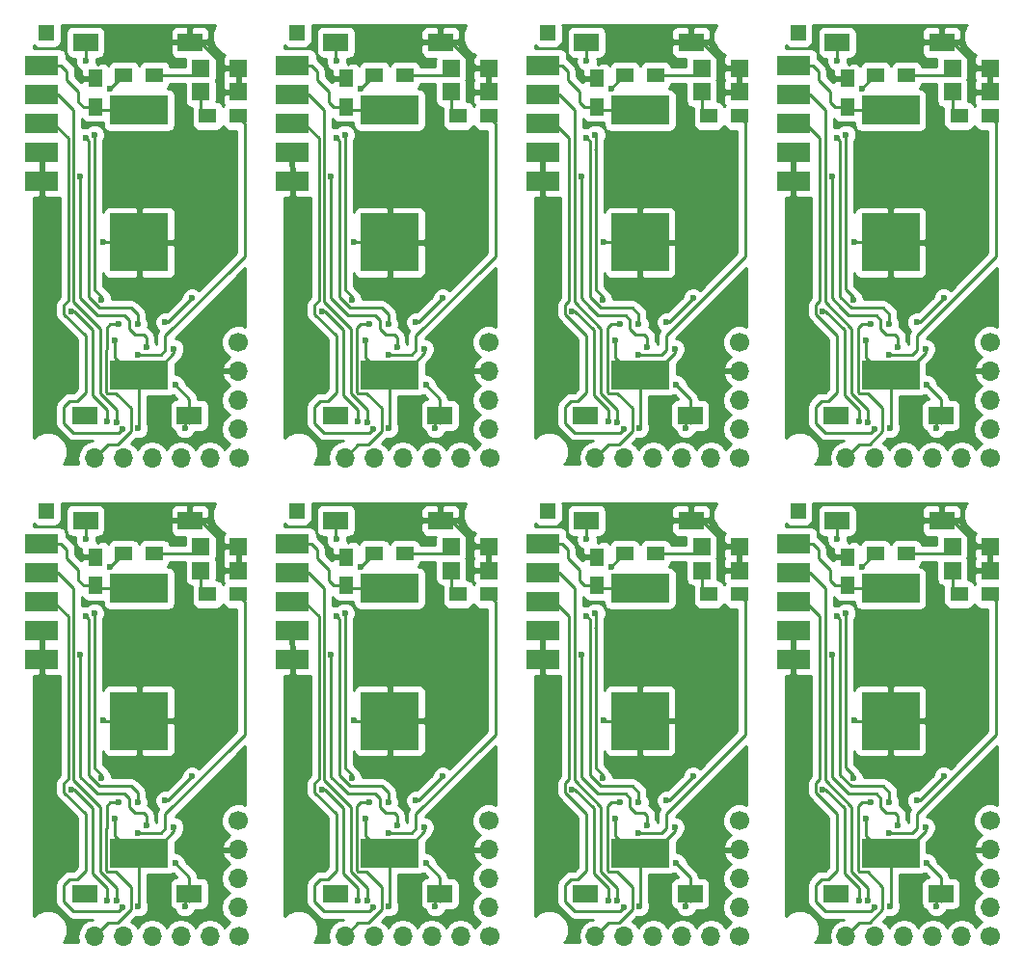
<source format=gtl>
%MOIN*%
%OFA0B0*%
%FSLAX46Y46*%
%IPPOS*%
%LPD*%
%ADD10C,0.0039370078740157488*%
%ADD11R,0.11811023622047245X0.066929133858267723*%
%ADD12C,0.066929133858267723*%
%ADD13O,0.066929133858267723X0.066929133858267723*%
%ADD14R,0.2X0.1*%
%ADD15R,0.2X0.2*%
%ADD16R,0.085826771653543313X0.062992125984251982*%
%ADD17R,0.059055118110236227X0.059055118110236227*%
%ADD18R,0.059055118110236227X0.051181102362204731*%
%ADD19R,0.053149606299212608X0.053149606299212608*%
%ADD20R,0.049212598425196853X0.059055118110236227*%
%ADD21C,0.023622047244094488*%
%ADD22C,0.00984251968503937*%
%ADD23C,0.01*%
%ADD34C,0.0039370078740157488*%
%ADD35R,0.11811023622047245X0.066929133858267723*%
%ADD36C,0.066929133858267723*%
%ADD37O,0.066929133858267723X0.066929133858267723*%
%ADD38R,0.2X0.1*%
%ADD39R,0.2X0.2*%
%ADD40R,0.085826771653543313X0.062992125984251982*%
%ADD41R,0.059055118110236227X0.059055118110236227*%
%ADD42R,0.059055118110236227X0.051181102362204731*%
%ADD43R,0.053149606299212608X0.053149606299212608*%
%ADD44R,0.049212598425196853X0.059055118110236227*%
%ADD45C,0.023622047244094488*%
%ADD46C,0.00984251968503937*%
%ADD47C,0.01*%
%ADD58C,0.0039370078740157488*%
%ADD59R,0.11811023622047245X0.066929133858267723*%
%ADD60C,0.066929133858267723*%
%ADD61O,0.066929133858267723X0.066929133858267723*%
%ADD62R,0.2X0.1*%
%ADD63R,0.2X0.2*%
%ADD64R,0.085826771653543313X0.062992125984251982*%
%ADD65R,0.059055118110236227X0.059055118110236227*%
%ADD66R,0.059055118110236227X0.051181102362204731*%
%ADD67R,0.053149606299212608X0.053149606299212608*%
%ADD68R,0.049212598425196853X0.059055118110236227*%
%ADD69C,0.023622047244094488*%
%ADD70C,0.00984251968503937*%
%ADD71C,0.01*%
%ADD82C,0.0039370078740157488*%
%ADD83R,0.11811023622047245X0.066929133858267723*%
%ADD84C,0.066929133858267723*%
%ADD85O,0.066929133858267723X0.066929133858267723*%
%ADD86R,0.2X0.1*%
%ADD87R,0.2X0.2*%
%ADD88R,0.085826771653543313X0.062992125984251982*%
%ADD89R,0.059055118110236227X0.059055118110236227*%
%ADD90R,0.059055118110236227X0.051181102362204731*%
%ADD91R,0.053149606299212608X0.053149606299212608*%
%ADD92R,0.049212598425196853X0.059055118110236227*%
%ADD93C,0.023622047244094488*%
%ADD94C,0.00984251968503937*%
%ADD95C,0.01*%
%ADD106C,0.0039370078740157488*%
%ADD107R,0.11811023622047245X0.066929133858267723*%
%ADD108C,0.066929133858267723*%
%ADD109O,0.066929133858267723X0.066929133858267723*%
%ADD110R,0.2X0.1*%
%ADD111R,0.2X0.2*%
%ADD112R,0.085826771653543313X0.062992125984251982*%
%ADD113R,0.059055118110236227X0.059055118110236227*%
%ADD114R,0.059055118110236227X0.051181102362204731*%
%ADD115R,0.053149606299212608X0.053149606299212608*%
%ADD116R,0.049212598425196853X0.059055118110236227*%
%ADD117C,0.023622047244094488*%
%ADD118C,0.00984251968503937*%
%ADD119C,0.01*%
%ADD130C,0.0039370078740157488*%
%ADD131R,0.11811023622047245X0.066929133858267723*%
%ADD132C,0.066929133858267723*%
%ADD133O,0.066929133858267723X0.066929133858267723*%
%ADD134R,0.2X0.1*%
%ADD135R,0.2X0.2*%
%ADD136R,0.085826771653543313X0.062992125984251982*%
%ADD137R,0.059055118110236227X0.059055118110236227*%
%ADD138R,0.059055118110236227X0.051181102362204731*%
%ADD139R,0.053149606299212608X0.053149606299212608*%
%ADD140R,0.049212598425196853X0.059055118110236227*%
%ADD141C,0.023622047244094488*%
%ADD142C,0.00984251968503937*%
%ADD143C,0.01*%
%ADD154C,0.0039370078740157488*%
%ADD155R,0.11811023622047245X0.066929133858267723*%
%ADD156C,0.066929133858267723*%
%ADD157O,0.066929133858267723X0.066929133858267723*%
%ADD158R,0.2X0.1*%
%ADD159R,0.2X0.2*%
%ADD160R,0.085826771653543313X0.062992125984251982*%
%ADD161R,0.059055118110236227X0.059055118110236227*%
%ADD162R,0.059055118110236227X0.051181102362204731*%
%ADD163R,0.053149606299212608X0.053149606299212608*%
%ADD164R,0.049212598425196853X0.059055118110236227*%
%ADD165C,0.023622047244094488*%
%ADD166C,0.00984251968503937*%
%ADD167C,0.01*%
%ADD178C,0.0039370078740157488*%
%ADD179R,0.11811023622047245X0.066929133858267723*%
%ADD180C,0.066929133858267723*%
%ADD181O,0.066929133858267723X0.066929133858267723*%
%ADD182R,0.2X0.1*%
%ADD183R,0.2X0.2*%
%ADD184R,0.085826771653543313X0.062992125984251982*%
%ADD185R,0.059055118110236227X0.059055118110236227*%
%ADD186R,0.059055118110236227X0.051181102362204731*%
%ADD187R,0.053149606299212608X0.053149606299212608*%
%ADD188R,0.049212598425196853X0.059055118110236227*%
%ADD189C,0.023622047244094488*%
%ADD190C,0.00984251968503937*%
%ADD191C,0.01*%
%LPD*%
G01*
D10*
D11*
X-0006692913Y0004921259D02*
X0000055531Y0001406258D03*
X0000055531Y0001206259D03*
X0000055531Y0001006259D03*
X0000054586Y0001306259D03*
X0000054586Y0001106259D03*
D12*
X0000734586Y0000448759D03*
D13*
X0000734586Y0000348759D03*
X0000734586Y0000248759D03*
X0000734586Y0000148759D03*
D12*
X0000737086Y0000048759D03*
D13*
X0000637086Y0000048759D03*
X0000537086Y0000048759D03*
X0000437086Y0000048759D03*
X0000337086Y0000048759D03*
X0000237086Y0000048759D03*
D14*
X0000392086Y0001251259D03*
X0000392086Y0000336259D03*
D15*
X0000392086Y0000793759D03*
D16*
X0000565295Y0000196259D03*
X0000203877Y0000196259D03*
X0000206377Y0001486259D03*
X0000567795Y0001486259D03*
D17*
X0000604625Y0001313759D03*
X0000734547Y0001313759D03*
X0000604625Y0001396259D03*
X0000734547Y0001396259D03*
D18*
X0000628936Y0001231259D03*
X0000735236Y0001231259D03*
X0000445236Y0001371259D03*
X0000338937Y0001371259D03*
D19*
X0000072086Y0001518759D03*
D20*
X0000242086Y0001262047D03*
X0000242086Y0001360472D03*
D21*
X0000307086Y0000456259D03*
X0000392086Y0001251259D03*
X0000388935Y0000151259D03*
X0000512086Y0000426258D03*
X0000659586Y0000533759D03*
X0000267086Y0000796259D03*
X0000617086Y0000793759D03*
X0000054586Y0000871259D03*
X0000567795Y0001486259D03*
X0000203877Y0000196259D03*
X0000387086Y0000406259D03*
X0000262086Y0000596259D03*
X0000237086Y0001166259D03*
X0000292086Y0001326259D03*
X0000387086Y0000511259D03*
X0000207086Y0001421259D03*
X0000207086Y0001156259D03*
X0000157086Y0000556259D03*
X0000282086Y0000173759D03*
X0000482086Y0000518758D03*
X0000574586Y0000601259D03*
X0000417086Y0000431259D03*
X0000189409Y0001021252D03*
X0000549586Y0000151259D03*
X0000517086Y0000301259D03*
X0000334586Y0000148759D03*
X0000313552Y0000172362D03*
X0000322086Y0000511259D03*
D22*
X0000142086Y0001356259D02*
X0000142086Y0001386259D01*
X0000122086Y0001406258D02*
X0000055531Y0001406258D01*
X0000142086Y0001386259D02*
X0000122086Y0001406258D01*
X0000182086Y0001316259D02*
X0000182086Y0001279704D01*
X0000142086Y0001356259D02*
X0000182086Y0001316259D01*
X0000392086Y0000336259D02*
X0000437086Y0000336259D01*
X0000437086Y0000336259D02*
X0000512086Y0000411258D01*
X0000512086Y0000411258D02*
X0000512086Y0000426258D01*
X0000307086Y0000456259D02*
X0000307086Y0000396259D01*
X0000307086Y0000396259D02*
X0000367086Y0000336259D01*
X0000367086Y0000336259D02*
X0000392086Y0000336259D01*
X0000242086Y0001262047D02*
X0000199744Y0001262047D01*
X0000199744Y0001262047D02*
X0000182086Y0001279704D01*
X0000094901Y0001406258D02*
X0000055531Y0001406258D01*
X0000392086Y0001251259D02*
X0000252874Y0001251259D01*
X0000252874Y0001251259D02*
X0000242086Y0001262047D01*
X0000392086Y0000154409D02*
X0000388935Y0000151259D01*
X0000392086Y0000336259D02*
X0000392086Y0000154409D01*
X0000392086Y0000348759D02*
X0000392086Y0000336259D01*
X0000382086Y0000336259D02*
X0000392086Y0000336259D01*
X0000394586Y0001248759D02*
X0000392086Y0001251259D01*
X0000662086Y0000531259D02*
X0000662086Y0000326259D01*
X0000659586Y0000533759D02*
X0000662086Y0000531259D01*
X0000392086Y0000793759D02*
X0000269586Y0000793759D01*
X0000269586Y0000793759D02*
X0000267086Y0000796259D01*
X0000392086Y0000793759D02*
X0000617086Y0000793759D01*
X0000055531Y0001006259D02*
X0000055531Y0000872204D01*
X0000055531Y0000872204D02*
X0000054586Y0000871259D01*
X0000734547Y0001396259D02*
X0000695177Y0001396259D01*
X0000695177Y0001396259D02*
X0000605177Y0001486259D01*
X0000605177Y0001486259D02*
X0000567795Y0001486259D01*
X0000734547Y0001313759D02*
X0000734547Y0001396259D01*
X0000567795Y0001486259D02*
X0000567795Y0001510551D01*
X0000735236Y0001231259D02*
X0000735236Y0001228110D01*
X0000735236Y0001228110D02*
X0000757086Y0001206259D01*
X0000757086Y0001206259D02*
X0000757086Y0000746259D01*
X0000757086Y0000746259D02*
X0000727086Y0000716259D01*
X0000392086Y0000406259D02*
X0000467086Y0000406259D01*
X0000727086Y0000716259D02*
X0000482086Y0000471259D01*
X0000387086Y0000406259D02*
X0000392086Y0000406259D01*
X0000467086Y0000406259D02*
X0000482086Y0000421259D01*
X0000482086Y0000421259D02*
X0000482086Y0000471259D01*
X0000237480Y0000631259D02*
X0000237480Y0000630866D01*
X0000237480Y0000630866D02*
X0000262086Y0000606259D01*
X0000262086Y0000606259D02*
X0000262086Y0000596259D01*
X0000338937Y0001371259D02*
X0000337086Y0001371259D01*
X0000337086Y0001371259D02*
X0000292086Y0001326259D01*
X0000237086Y0001116259D02*
X0000237480Y0001116259D01*
X0000237480Y0001116653D02*
X0000237086Y0001116259D01*
X0000237480Y0001165866D02*
X0000237480Y0001116653D01*
X0000237086Y0001166259D02*
X0000237480Y0001165866D01*
X0000237480Y0000708759D02*
X0000237480Y0000631259D01*
X0000237480Y0000890628D02*
X0000237480Y0001116259D01*
X0000237480Y0000784448D02*
X0000237480Y0000708759D01*
X0000237480Y0000784448D02*
X0000237480Y0000784448D01*
X0000237480Y0000798759D02*
X0000237480Y0000890628D01*
X0000237480Y0000798759D02*
X0000237480Y0000784448D01*
X0000338937Y0001371259D02*
X0000342874Y0001371259D01*
X0000254585Y0000568759D02*
X0000364585Y0000568759D01*
X0000387086Y0000546259D02*
X0000387086Y0000511259D01*
X0000364585Y0000568759D02*
X0000387086Y0000546259D01*
X0000217333Y0000606012D02*
X0000254585Y0000568759D01*
X0000217333Y0000901014D02*
X0000217333Y0001136507D01*
X0000217333Y0000901014D02*
X0000217333Y0000678759D01*
X0000217333Y0000678759D02*
X0000217333Y0000606012D01*
X0000206377Y0001421968D02*
X0000207086Y0001421259D01*
X0000207086Y0001156259D02*
X0000217333Y0001146012D01*
X0000217333Y0001146012D02*
X0000217333Y0001136507D01*
X0000206377Y0001486259D02*
X0000206377Y0001421968D01*
X0000157086Y0000556259D02*
X0000167086Y0000556259D01*
X0000232086Y0000491259D02*
X0000232086Y0000266259D01*
X0000167086Y0000556259D02*
X0000232086Y0000491259D01*
X0000232086Y0000266259D02*
X0000282086Y0000216259D01*
X0000282086Y0000216259D02*
X0000282086Y0000173759D01*
X0000604625Y0001313759D02*
X0000604625Y0001255570D01*
X0000604625Y0001255570D02*
X0000628936Y0001231259D01*
X0000445236Y0001371259D02*
X0000579625Y0001371259D01*
X0000579625Y0001371259D02*
X0000604625Y0001396259D01*
X0000574586Y0000601259D02*
X0000492086Y0000518758D01*
X0000492086Y0000518758D02*
X0000482086Y0000518758D01*
X0000220322Y0000569496D02*
X0000220322Y0000568023D01*
X0000417086Y0000466259D02*
X0000417086Y0000431259D01*
X0000407085Y0000476258D02*
X0000417086Y0000466259D01*
X0000377086Y0000476258D02*
X0000407085Y0000476258D01*
X0000357086Y0000496259D02*
X0000377086Y0000476258D01*
X0000357086Y0000526259D02*
X0000357086Y0000496259D01*
X0000342086Y0000541259D02*
X0000357086Y0000526259D01*
X0000247086Y0000541259D02*
X0000342086Y0000541259D01*
X0000220322Y0000568023D02*
X0000247086Y0000541259D01*
X0000189409Y0000600408D02*
X0000189409Y0000600408D01*
X0000220322Y0000569496D02*
X0000189409Y0000600408D01*
X0000189409Y0001004548D02*
X0000189409Y0001021252D01*
X0000189409Y0000600408D02*
X0000189409Y0000600408D01*
X0000189409Y0000600408D02*
X0000189409Y0001004548D01*
X0000549586Y0000151259D02*
X0000549586Y0000180551D01*
X0000549586Y0000180551D02*
X0000565295Y0000196259D01*
X0000565295Y0000169468D02*
X0000565295Y0000196259D01*
X0000565295Y0000196259D02*
X0000565295Y0000253051D01*
X0000565295Y0000253051D02*
X0000517086Y0000301259D01*
X0000565295Y0000196259D02*
X0000553877Y0000196259D01*
X0000132480Y0000551259D02*
X0000132480Y0000545866D01*
X0000152086Y0000246258D02*
X0000132480Y0000226653D01*
X0000177086Y0000246258D02*
X0000152086Y0000246258D01*
X0000207086Y0000276259D02*
X0000177086Y0000246258D01*
X0000207086Y0000471259D02*
X0000207086Y0000276259D01*
X0000132480Y0000545866D02*
X0000207086Y0000471259D01*
X0000132480Y0000578070D02*
X0000132480Y0000551259D01*
X0000132480Y0000226653D02*
X0000132480Y0000170216D01*
X0000322775Y0000136948D02*
X0000334586Y0000148759D01*
X0000094901Y0001206259D02*
X0000147086Y0001154074D01*
X0000147086Y0000592677D02*
X0000132480Y0000578070D01*
X0000165747Y0000136948D02*
X0000322775Y0000136948D01*
X0000132480Y0000170216D02*
X0000165747Y0000136948D01*
X0000147086Y0001154074D02*
X0000147086Y0000592677D01*
X0000055531Y0001206259D02*
X0000094901Y0001206259D01*
X0000164803Y0001235412D02*
X0000164803Y0001253542D01*
X0000164803Y0001253542D02*
X0000112085Y0001306259D01*
X0000165295Y0000599468D02*
X0000165295Y0000588051D01*
X0000257085Y0000496259D02*
X0000257085Y0000273172D01*
X0000165295Y0000588051D02*
X0000257085Y0000496259D01*
X0000313552Y0000189065D02*
X0000313552Y0000172362D01*
X0000257085Y0000273172D02*
X0000313552Y0000216707D01*
X0000164803Y0000599960D02*
X0000165295Y0000599468D01*
X0000164803Y0001235412D02*
X0000164803Y0000599960D01*
X0000054586Y0001306259D02*
X0000093956Y0001306259D01*
X0000313552Y0000216707D02*
X0000313552Y0000189065D01*
X0000279586Y0000466259D02*
X0000279586Y0000498759D01*
X0000292086Y0000511259D02*
X0000322086Y0000511259D01*
X0000279586Y0000498759D02*
X0000292086Y0000511259D01*
X0000279586Y0000441259D02*
X0000279586Y0000466259D01*
X0000279586Y0000423759D02*
X0000279586Y0000441259D01*
X0000364330Y0000220488D02*
X0000311354Y0000273464D01*
X0000311354Y0000273464D02*
X0000281850Y0000273464D01*
X0000281850Y0000273464D02*
X0000279291Y0000276023D01*
X0000364330Y0000141003D02*
X0000364330Y0000220488D01*
X0000279291Y0000423464D02*
X0000279586Y0000423759D01*
X0000283346Y0000095019D02*
X0000318346Y0000095019D01*
X0000279291Y0000276023D02*
X0000279291Y0000423464D01*
X0000237086Y0000048759D02*
X0000283346Y0000095019D01*
X0000318346Y0000095019D02*
X0000364330Y0000141003D01*
D23*
G36*
X0000059586Y0001111259D02*
X0000060374Y0001111259D01*
X0000060374Y0001101259D01*
X0000059586Y0001101259D01*
X0000059586Y0001054045D01*
X0000060531Y0001053100D01*
X0000060531Y0001011258D01*
X0000061318Y0001011258D01*
X0000061318Y0001001258D01*
X0000060531Y0001001258D01*
X0000060531Y0000954045D01*
X0000066781Y0000947795D01*
X0000117165Y0000947795D01*
X0000117165Y0000605070D01*
X0000111322Y0000599228D01*
X0000104836Y0000589521D01*
X0000102558Y0000578070D01*
X0000102558Y0000545866D01*
X0000104836Y0000534415D01*
X0000111322Y0000524708D01*
X0000177165Y0000458866D01*
X0000177165Y0000288653D01*
X0000164692Y0000276181D01*
X0000152086Y0000276181D01*
X0000140636Y0000273903D01*
X0000130927Y0000267417D01*
X0000111322Y0000247810D01*
X0000104836Y0000238103D01*
X0000102558Y0000226653D01*
X0000102558Y0000170216D01*
X0000104836Y0000158766D01*
X0000111322Y0000149058D01*
X0000144590Y0000115791D01*
X0000154297Y0000109305D01*
X0000165747Y0000107027D01*
X0000230338Y0000107027D01*
X0000214713Y0000103919D01*
X0000195744Y0000091245D01*
X0000183072Y0000072278D01*
X0000178622Y0000049905D01*
X0000178622Y0000047614D01*
X0000182532Y0000027952D01*
X0000130389Y0000027952D01*
X0000134960Y0000032516D01*
X0000145381Y0000057613D01*
X0000145405Y0000084787D01*
X0000135028Y0000109902D01*
X0000115829Y0000129134D01*
X0000090733Y0000139555D01*
X0000063559Y0000139578D01*
X0000038444Y0000129201D01*
X0000027952Y0000118728D01*
X0000027952Y0000947795D01*
X0000044281Y0000947795D01*
X0000050531Y0000954045D01*
X0000050531Y0001001258D01*
X0000049744Y0001001258D01*
X0000049744Y0001011258D01*
X0000050531Y0001011258D01*
X0000050531Y0001058474D01*
X0000049586Y0001059419D01*
X0000049586Y0001101259D01*
X0000048799Y0001101259D01*
X0000048799Y0001111259D01*
X0000049586Y0001111259D01*
X0000049586Y0001112047D01*
X0000059586Y0001112047D01*
X0000059586Y0001111259D01*
X0000059586Y0001111259D01*
G37*
X0000059586Y0001111259D02*
X0000060374Y0001111259D01*
X0000060374Y0001101259D01*
X0000059586Y0001101259D01*
X0000059586Y0001054045D01*
X0000060531Y0001053100D01*
X0000060531Y0001011258D01*
X0000061318Y0001011258D01*
X0000061318Y0001001258D01*
X0000060531Y0001001258D01*
X0000060531Y0000954045D01*
X0000066781Y0000947795D01*
X0000117165Y0000947795D01*
X0000117165Y0000605070D01*
X0000111322Y0000599228D01*
X0000104836Y0000589521D01*
X0000102558Y0000578070D01*
X0000102558Y0000545866D01*
X0000104836Y0000534415D01*
X0000111322Y0000524708D01*
X0000177165Y0000458866D01*
X0000177165Y0000288653D01*
X0000164692Y0000276181D01*
X0000152086Y0000276181D01*
X0000140636Y0000273903D01*
X0000130927Y0000267417D01*
X0000111322Y0000247810D01*
X0000104836Y0000238103D01*
X0000102558Y0000226653D01*
X0000102558Y0000170216D01*
X0000104836Y0000158766D01*
X0000111322Y0000149058D01*
X0000144590Y0000115791D01*
X0000154297Y0000109305D01*
X0000165747Y0000107027D01*
X0000230338Y0000107027D01*
X0000214713Y0000103919D01*
X0000195744Y0000091245D01*
X0000183072Y0000072278D01*
X0000178622Y0000049905D01*
X0000178622Y0000047614D01*
X0000182532Y0000027952D01*
X0000130389Y0000027952D01*
X0000134960Y0000032516D01*
X0000145381Y0000057613D01*
X0000145405Y0000084787D01*
X0000135028Y0000109902D01*
X0000115829Y0000129134D01*
X0000090733Y0000139555D01*
X0000063559Y0000139578D01*
X0000038444Y0000129201D01*
X0000027952Y0000118728D01*
X0000027952Y0000947795D01*
X0000044281Y0000947795D01*
X0000050531Y0000954045D01*
X0000050531Y0001001258D01*
X0000049744Y0001001258D01*
X0000049744Y0001011258D01*
X0000050531Y0001011258D01*
X0000050531Y0001058474D01*
X0000049586Y0001059419D01*
X0000049586Y0001101259D01*
X0000048799Y0001101259D01*
X0000048799Y0001111259D01*
X0000049586Y0001111259D01*
X0000049586Y0001112047D01*
X0000059586Y0001112047D01*
X0000059586Y0001111259D01*
G36*
X0000759447Y0000501739D02*
X0000746266Y0000507214D01*
X0000723008Y0000507233D01*
X0000701512Y0000498352D01*
X0000685051Y0000481920D01*
X0000676132Y0000460440D01*
X0000676111Y0000437181D01*
X0000684993Y0000415685D01*
X0000701425Y0000399224D01*
X0000704463Y0000397963D01*
X0000699887Y0000395814D01*
X0000684521Y0000378953D01*
X0000677835Y0000362810D01*
X0000682612Y0000353759D01*
X0000729586Y0000353759D01*
X0000729586Y0000354547D01*
X0000739586Y0000354547D01*
X0000739586Y0000353759D01*
X0000740373Y0000353759D01*
X0000740373Y0000343759D01*
X0000739586Y0000343759D01*
X0000739586Y0000342972D01*
X0000729586Y0000342972D01*
X0000729586Y0000343759D01*
X0000682612Y0000343759D01*
X0000677835Y0000334709D01*
X0000684521Y0000318565D01*
X0000699887Y0000301705D01*
X0000705513Y0000299063D01*
X0000692100Y0000290100D01*
X0000679426Y0000271133D01*
X0000674976Y0000248759D01*
X0000679426Y0000226386D01*
X0000692100Y0000207419D01*
X0000705060Y0000198759D01*
X0000692100Y0000190100D01*
X0000679426Y0000171133D01*
X0000674976Y0000148759D01*
X0000679426Y0000126386D01*
X0000692100Y0000107419D01*
X0000705036Y0000098775D01*
X0000704012Y0000098352D01*
X0000687551Y0000081920D01*
X0000686442Y0000079250D01*
X0000678427Y0000091245D01*
X0000659460Y0000103919D01*
X0000637086Y0000108369D01*
X0000614713Y0000103919D01*
X0000595745Y0000091245D01*
X0000587086Y0000078286D01*
X0000578427Y0000091245D01*
X0000559460Y0000103919D01*
X0000537086Y0000108369D01*
X0000514713Y0000103919D01*
X0000495745Y0000091245D01*
X0000487086Y0000078286D01*
X0000478427Y0000091245D01*
X0000459460Y0000103919D01*
X0000437086Y0000108369D01*
X0000414713Y0000103919D01*
X0000395745Y0000091245D01*
X0000387086Y0000078286D01*
X0000378427Y0000091245D01*
X0000365515Y0000099873D01*
X0000380532Y0000114891D01*
X0000381582Y0000114455D01*
X0000396227Y0000114441D01*
X0000409761Y0000120034D01*
X0000420125Y0000130380D01*
X0000425741Y0000143905D01*
X0000425754Y0000158549D01*
X0000422007Y0000167617D01*
X0000422007Y0000260770D01*
X0000492086Y0000260770D01*
X0000501351Y0000262513D01*
X0000506472Y0000265808D01*
X0000509731Y0000264455D01*
X0000511576Y0000264453D01*
X0000522785Y0000253245D01*
X0000522381Y0000253245D01*
X0000513117Y0000251502D01*
X0000504607Y0000246027D01*
X0000498900Y0000237672D01*
X0000496892Y0000227754D01*
X0000496892Y0000164762D01*
X0000498635Y0000155499D01*
X0000504109Y0000146990D01*
X0000512464Y0000141282D01*
X0000514008Y0000140969D01*
X0000518360Y0000130435D01*
X0000528707Y0000120071D01*
X0000542232Y0000114455D01*
X0000556876Y0000114441D01*
X0000570411Y0000120034D01*
X0000580775Y0000130380D01*
X0000584468Y0000139273D01*
X0000608208Y0000139273D01*
X0000617473Y0000141017D01*
X0000625981Y0000146492D01*
X0000631689Y0000154846D01*
X0000633697Y0000164762D01*
X0000633697Y0000227754D01*
X0000631954Y0000237020D01*
X0000626479Y0000245529D01*
X0000618125Y0000251237D01*
X0000608208Y0000253245D01*
X0000595177Y0000253245D01*
X0000592938Y0000264501D01*
X0000591764Y0000266259D01*
X0000586452Y0000274208D01*
X0000553902Y0000306759D01*
X0000553904Y0000308549D01*
X0000548311Y0000322084D01*
X0000537965Y0000332448D01*
X0000524440Y0000338064D01*
X0000517576Y0000338070D01*
X0000517576Y0000374434D01*
X0000533244Y0000390102D01*
X0000539730Y0000399809D01*
X0000540234Y0000402345D01*
X0000543275Y0000405380D01*
X0000548891Y0000418905D01*
X0000548903Y0000433549D01*
X0000543311Y0000447084D01*
X0000532965Y0000457448D01*
X0000519440Y0000463064D01*
X0000516209Y0000463066D01*
X0000759447Y0000706306D01*
X0000759447Y0000501739D01*
X0000759447Y0000501739D01*
G37*
X0000759447Y0000501739D02*
X0000746266Y0000507214D01*
X0000723008Y0000507233D01*
X0000701512Y0000498352D01*
X0000685051Y0000481920D01*
X0000676132Y0000460440D01*
X0000676111Y0000437181D01*
X0000684993Y0000415685D01*
X0000701425Y0000399224D01*
X0000704463Y0000397963D01*
X0000699887Y0000395814D01*
X0000684521Y0000378953D01*
X0000677835Y0000362810D01*
X0000682612Y0000353759D01*
X0000729586Y0000353759D01*
X0000729586Y0000354547D01*
X0000739586Y0000354547D01*
X0000739586Y0000353759D01*
X0000740373Y0000353759D01*
X0000740373Y0000343759D01*
X0000739586Y0000343759D01*
X0000739586Y0000342972D01*
X0000729586Y0000342972D01*
X0000729586Y0000343759D01*
X0000682612Y0000343759D01*
X0000677835Y0000334709D01*
X0000684521Y0000318565D01*
X0000699887Y0000301705D01*
X0000705513Y0000299063D01*
X0000692100Y0000290100D01*
X0000679426Y0000271133D01*
X0000674976Y0000248759D01*
X0000679426Y0000226386D01*
X0000692100Y0000207419D01*
X0000705060Y0000198759D01*
X0000692100Y0000190100D01*
X0000679426Y0000171133D01*
X0000674976Y0000148759D01*
X0000679426Y0000126386D01*
X0000692100Y0000107419D01*
X0000705036Y0000098775D01*
X0000704012Y0000098352D01*
X0000687551Y0000081920D01*
X0000686442Y0000079250D01*
X0000678427Y0000091245D01*
X0000659460Y0000103919D01*
X0000637086Y0000108369D01*
X0000614713Y0000103919D01*
X0000595745Y0000091245D01*
X0000587086Y0000078286D01*
X0000578427Y0000091245D01*
X0000559460Y0000103919D01*
X0000537086Y0000108369D01*
X0000514713Y0000103919D01*
X0000495745Y0000091245D01*
X0000487086Y0000078286D01*
X0000478427Y0000091245D01*
X0000459460Y0000103919D01*
X0000437086Y0000108369D01*
X0000414713Y0000103919D01*
X0000395745Y0000091245D01*
X0000387086Y0000078286D01*
X0000378427Y0000091245D01*
X0000365515Y0000099873D01*
X0000380532Y0000114891D01*
X0000381582Y0000114455D01*
X0000396227Y0000114441D01*
X0000409761Y0000120034D01*
X0000420125Y0000130380D01*
X0000425741Y0000143905D01*
X0000425754Y0000158549D01*
X0000422007Y0000167617D01*
X0000422007Y0000260770D01*
X0000492086Y0000260770D01*
X0000501351Y0000262513D01*
X0000506472Y0000265808D01*
X0000509731Y0000264455D01*
X0000511576Y0000264453D01*
X0000522785Y0000253245D01*
X0000522381Y0000253245D01*
X0000513117Y0000251502D01*
X0000504607Y0000246027D01*
X0000498900Y0000237672D01*
X0000496892Y0000227754D01*
X0000496892Y0000164762D01*
X0000498635Y0000155499D01*
X0000504109Y0000146990D01*
X0000512464Y0000141282D01*
X0000514008Y0000140969D01*
X0000518360Y0000130435D01*
X0000528707Y0000120071D01*
X0000542232Y0000114455D01*
X0000556876Y0000114441D01*
X0000570411Y0000120034D01*
X0000580775Y0000130380D01*
X0000584468Y0000139273D01*
X0000608208Y0000139273D01*
X0000617473Y0000141017D01*
X0000625981Y0000146492D01*
X0000631689Y0000154846D01*
X0000633697Y0000164762D01*
X0000633697Y0000227754D01*
X0000631954Y0000237020D01*
X0000626479Y0000245529D01*
X0000618125Y0000251237D01*
X0000608208Y0000253245D01*
X0000595177Y0000253245D01*
X0000592938Y0000264501D01*
X0000591764Y0000266259D01*
X0000586452Y0000274208D01*
X0000553902Y0000306759D01*
X0000553904Y0000308549D01*
X0000548311Y0000322084D01*
X0000537965Y0000332448D01*
X0000524440Y0000338064D01*
X0000517576Y0000338070D01*
X0000517576Y0000374434D01*
X0000533244Y0000390102D01*
X0000539730Y0000399809D01*
X0000540234Y0000402345D01*
X0000543275Y0000405380D01*
X0000548891Y0000418905D01*
X0000548903Y0000433549D01*
X0000543311Y0000447084D01*
X0000532965Y0000457448D01*
X0000519440Y0000463064D01*
X0000516209Y0000463066D01*
X0000759447Y0000706306D01*
X0000759447Y0000501739D01*
G36*
X0000208877Y0000201259D02*
X0000209665Y0000201259D01*
X0000209665Y0000191259D01*
X0000208877Y0000191259D01*
X0000208877Y0000190472D01*
X0000198877Y0000190472D01*
X0000198877Y0000191259D01*
X0000198090Y0000191259D01*
X0000198090Y0000201259D01*
X0000198877Y0000201259D01*
X0000198877Y0000202047D01*
X0000208877Y0000202047D01*
X0000208877Y0000201259D01*
X0000208877Y0000201259D01*
G37*
X0000208877Y0000201259D02*
X0000209665Y0000201259D01*
X0000209665Y0000191259D01*
X0000208877Y0000191259D01*
X0000208877Y0000190472D01*
X0000198877Y0000190472D01*
X0000198877Y0000191259D01*
X0000198090Y0000191259D01*
X0000198090Y0000201259D01*
X0000198877Y0000201259D01*
X0000198877Y0000202047D01*
X0000208877Y0000202047D01*
X0000208877Y0000201259D01*
G36*
X0000549608Y0001284231D02*
X0000551351Y0001274966D01*
X0000556827Y0001266458D01*
X0000565181Y0001260750D01*
X0000574334Y0001258897D01*
X0000573919Y0001256850D01*
X0000573919Y0001205669D01*
X0000575662Y0001196404D01*
X0000581138Y0001187896D01*
X0000589492Y0001182187D01*
X0000599409Y0001180179D01*
X0000658464Y0001180179D01*
X0000667729Y0001181922D01*
X0000676237Y0001187397D01*
X0000681946Y0001195752D01*
X0000682050Y0001196267D01*
X0000687436Y0001187896D01*
X0000695791Y0001182187D01*
X0000705708Y0001180179D01*
X0000727165Y0001180179D01*
X0000727165Y0000758653D01*
X0000598210Y0000629698D01*
X0000595465Y0000632448D01*
X0000581940Y0000638064D01*
X0000567296Y0000638077D01*
X0000553762Y0000632484D01*
X0000543397Y0000622138D01*
X0000537781Y0000608614D01*
X0000537780Y0000606768D01*
X0000486578Y0000555566D01*
X0000474796Y0000555577D01*
X0000461262Y0000549984D01*
X0000450897Y0000539638D01*
X0000445281Y0000526114D01*
X0000445269Y0000511468D01*
X0000450861Y0000497935D01*
X0000459100Y0000489681D01*
X0000454442Y0000482710D01*
X0000452165Y0000471259D01*
X0000452165Y0000442757D01*
X0000448311Y0000452084D01*
X0000447007Y0000453390D01*
X0000447007Y0000466259D01*
X0000444730Y0000477710D01*
X0000444730Y0000477710D01*
X0000438244Y0000487416D01*
X0000428244Y0000497417D01*
X0000422727Y0000501102D01*
X0000423891Y0000503905D01*
X0000423904Y0000518549D01*
X0000418311Y0000532084D01*
X0000417007Y0000533390D01*
X0000417007Y0000546259D01*
X0000414730Y0000557710D01*
X0000408244Y0000567417D01*
X0000385744Y0000589917D01*
X0000376036Y0000596403D01*
X0000364585Y0000598681D01*
X0000298899Y0000598681D01*
X0000298904Y0000603549D01*
X0000293311Y0000617084D01*
X0000283744Y0000626667D01*
X0000283244Y0000627417D01*
X0000267401Y0000643259D01*
X0000267401Y0000688026D01*
X0000270892Y0000679598D01*
X0000277925Y0000672565D01*
X0000287113Y0000668759D01*
X0000380836Y0000668759D01*
X0000387086Y0000675009D01*
X0000387086Y0000788759D01*
X0000397086Y0000788759D01*
X0000397086Y0000675009D01*
X0000403336Y0000668759D01*
X0000497059Y0000668759D01*
X0000506247Y0000672565D01*
X0000513279Y0000679598D01*
X0000517086Y0000688786D01*
X0000517086Y0000782509D01*
X0000510835Y0000788759D01*
X0000397086Y0000788759D01*
X0000387086Y0000788759D01*
X0000386299Y0000788759D01*
X0000386299Y0000798759D01*
X0000387086Y0000798759D01*
X0000387086Y0000912509D01*
X0000397086Y0000912509D01*
X0000397086Y0000798759D01*
X0000510835Y0000798759D01*
X0000517086Y0000805009D01*
X0000517086Y0000898732D01*
X0000513279Y0000907921D01*
X0000506247Y0000914953D01*
X0000497059Y0000918759D01*
X0000403336Y0000918759D01*
X0000397086Y0000912509D01*
X0000387086Y0000912509D01*
X0000380836Y0000918759D01*
X0000287113Y0000918759D01*
X0000277925Y0000914953D01*
X0000270892Y0000907921D01*
X0000267401Y0000899492D01*
X0000267401Y0001116259D01*
X0000267362Y0001116456D01*
X0000267401Y0001116653D01*
X0000267401Y0001144508D01*
X0000268275Y0001145380D01*
X0000273891Y0001158905D01*
X0000273904Y0001173549D01*
X0000268311Y0001187084D01*
X0000257965Y0001197448D01*
X0000244440Y0001203064D01*
X0000229796Y0001203077D01*
X0000216262Y0001197484D01*
X0000211836Y0001193066D01*
X0000199796Y0001193077D01*
X0000194724Y0001190981D01*
X0000194724Y0001221715D01*
X0000199209Y0001214746D01*
X0000207563Y0001209038D01*
X0000217480Y0001207029D01*
X0000266596Y0001207029D01*
X0000266596Y0001201259D01*
X0000268340Y0001191995D01*
X0000273815Y0001183486D01*
X0000282169Y0001177778D01*
X0000292086Y0001175770D01*
X0000492086Y0001175770D01*
X0000501351Y0001177513D01*
X0000509858Y0001182988D01*
X0000515568Y0001191342D01*
X0000517576Y0001201259D01*
X0000517576Y0001301259D01*
X0000515833Y0001310524D01*
X0000510356Y0001319033D01*
X0000502003Y0001324741D01*
X0000492086Y0001326749D01*
X0000491529Y0001326749D01*
X0000492536Y0001327396D01*
X0000498245Y0001335752D01*
X0000499376Y0001341338D01*
X0000549608Y0001341338D01*
X0000549608Y0001284231D01*
X0000549608Y0001284231D01*
G37*
X0000549608Y0001284231D02*
X0000551351Y0001274966D01*
X0000556827Y0001266458D01*
X0000565181Y0001260750D01*
X0000574334Y0001258897D01*
X0000573919Y0001256850D01*
X0000573919Y0001205669D01*
X0000575662Y0001196404D01*
X0000581138Y0001187896D01*
X0000589492Y0001182187D01*
X0000599409Y0001180179D01*
X0000658464Y0001180179D01*
X0000667729Y0001181922D01*
X0000676237Y0001187397D01*
X0000681946Y0001195752D01*
X0000682050Y0001196267D01*
X0000687436Y0001187896D01*
X0000695791Y0001182187D01*
X0000705708Y0001180179D01*
X0000727165Y0001180179D01*
X0000727165Y0000758653D01*
X0000598210Y0000629698D01*
X0000595465Y0000632448D01*
X0000581940Y0000638064D01*
X0000567296Y0000638077D01*
X0000553762Y0000632484D01*
X0000543397Y0000622138D01*
X0000537781Y0000608614D01*
X0000537780Y0000606768D01*
X0000486578Y0000555566D01*
X0000474796Y0000555577D01*
X0000461262Y0000549984D01*
X0000450897Y0000539638D01*
X0000445281Y0000526114D01*
X0000445269Y0000511468D01*
X0000450861Y0000497935D01*
X0000459100Y0000489681D01*
X0000454442Y0000482710D01*
X0000452165Y0000471259D01*
X0000452165Y0000442757D01*
X0000448311Y0000452084D01*
X0000447007Y0000453390D01*
X0000447007Y0000466259D01*
X0000444730Y0000477710D01*
X0000444730Y0000477710D01*
X0000438244Y0000487416D01*
X0000428244Y0000497417D01*
X0000422727Y0000501102D01*
X0000423891Y0000503905D01*
X0000423904Y0000518549D01*
X0000418311Y0000532084D01*
X0000417007Y0000533390D01*
X0000417007Y0000546259D01*
X0000414730Y0000557710D01*
X0000408244Y0000567417D01*
X0000385744Y0000589917D01*
X0000376036Y0000596403D01*
X0000364585Y0000598681D01*
X0000298899Y0000598681D01*
X0000298904Y0000603549D01*
X0000293311Y0000617084D01*
X0000283744Y0000626667D01*
X0000283244Y0000627417D01*
X0000267401Y0000643259D01*
X0000267401Y0000688026D01*
X0000270892Y0000679598D01*
X0000277925Y0000672565D01*
X0000287113Y0000668759D01*
X0000380836Y0000668759D01*
X0000387086Y0000675009D01*
X0000387086Y0000788759D01*
X0000397086Y0000788759D01*
X0000397086Y0000675009D01*
X0000403336Y0000668759D01*
X0000497059Y0000668759D01*
X0000506247Y0000672565D01*
X0000513279Y0000679598D01*
X0000517086Y0000688786D01*
X0000517086Y0000782509D01*
X0000510835Y0000788759D01*
X0000397086Y0000788759D01*
X0000387086Y0000788759D01*
X0000386299Y0000788759D01*
X0000386299Y0000798759D01*
X0000387086Y0000798759D01*
X0000387086Y0000912509D01*
X0000397086Y0000912509D01*
X0000397086Y0000798759D01*
X0000510835Y0000798759D01*
X0000517086Y0000805009D01*
X0000517086Y0000898732D01*
X0000513279Y0000907921D01*
X0000506247Y0000914953D01*
X0000497059Y0000918759D01*
X0000403336Y0000918759D01*
X0000397086Y0000912509D01*
X0000387086Y0000912509D01*
X0000380836Y0000918759D01*
X0000287113Y0000918759D01*
X0000277925Y0000914953D01*
X0000270892Y0000907921D01*
X0000267401Y0000899492D01*
X0000267401Y0001116259D01*
X0000267362Y0001116456D01*
X0000267401Y0001116653D01*
X0000267401Y0001144508D01*
X0000268275Y0001145380D01*
X0000273891Y0001158905D01*
X0000273904Y0001173549D01*
X0000268311Y0001187084D01*
X0000257965Y0001197448D01*
X0000244440Y0001203064D01*
X0000229796Y0001203077D01*
X0000216262Y0001197484D01*
X0000211836Y0001193066D01*
X0000199796Y0001193077D01*
X0000194724Y0001190981D01*
X0000194724Y0001221715D01*
X0000199209Y0001214746D01*
X0000207563Y0001209038D01*
X0000217480Y0001207029D01*
X0000266596Y0001207029D01*
X0000266596Y0001201259D01*
X0000268340Y0001191995D01*
X0000273815Y0001183486D01*
X0000282169Y0001177778D01*
X0000292086Y0001175770D01*
X0000492086Y0001175770D01*
X0000501351Y0001177513D01*
X0000509858Y0001182988D01*
X0000515568Y0001191342D01*
X0000517576Y0001201259D01*
X0000517576Y0001301259D01*
X0000515833Y0001310524D01*
X0000510356Y0001319033D01*
X0000502003Y0001324741D01*
X0000492086Y0001326749D01*
X0000491529Y0001326749D01*
X0000492536Y0001327396D01*
X0000498245Y0001335752D01*
X0000499376Y0001341338D01*
X0000549608Y0001341338D01*
X0000549608Y0001284231D01*
G36*
X0000654212Y0001545003D02*
X0000643791Y0001519906D01*
X0000643767Y0001492732D01*
X0000654143Y0001467615D01*
X0000673343Y0001448385D01*
X0000686711Y0001442834D01*
X0000683825Y0001439948D01*
X0000680019Y0001430760D01*
X0000680019Y0001407509D01*
X0000686268Y0001401259D01*
X0000729547Y0001401259D01*
X0000729547Y0001402047D01*
X0000739546Y0001402047D01*
X0000739546Y0001401259D01*
X0000740334Y0001401259D01*
X0000740334Y0001391259D01*
X0000739546Y0001391259D01*
X0000739546Y0001318759D01*
X0000740334Y0001318759D01*
X0000740334Y0001308759D01*
X0000739546Y0001308759D01*
X0000739546Y0001307972D01*
X0000729547Y0001307972D01*
X0000729547Y0001308759D01*
X0000686268Y0001308759D01*
X0000680019Y0001302509D01*
X0000680019Y0001279258D01*
X0000683825Y0001270070D01*
X0000684215Y0001269679D01*
X0000682227Y0001266767D01*
X0000682122Y0001266252D01*
X0000676735Y0001274623D01*
X0000668381Y0001280331D01*
X0000659228Y0001282185D01*
X0000659643Y0001284231D01*
X0000659643Y0001343287D01*
X0000657900Y0001352551D01*
X0000656358Y0001354947D01*
X0000657635Y0001356815D01*
X0000659643Y0001366732D01*
X0000659643Y0001385009D01*
X0000680019Y0001385009D01*
X0000680019Y0001361759D01*
X0000682814Y0001355009D01*
X0000680019Y0001348260D01*
X0000680019Y0001325009D01*
X0000686268Y0001318759D01*
X0000729547Y0001318759D01*
X0000729547Y0001391259D01*
X0000686268Y0001391259D01*
X0000680019Y0001385009D01*
X0000659643Y0001385009D01*
X0000659643Y0001425787D01*
X0000657900Y0001435051D01*
X0000652424Y0001443560D01*
X0000644070Y0001449268D01*
X0000635708Y0001450962D01*
X0000635708Y0001475009D01*
X0000629458Y0001481259D01*
X0000572795Y0001481259D01*
X0000572795Y0001480472D01*
X0000562795Y0001480472D01*
X0000562795Y0001481259D01*
X0000506131Y0001481259D01*
X0000499881Y0001475009D01*
X0000499881Y0001449790D01*
X0000503687Y0001440602D01*
X0000510719Y0001433569D01*
X0000519908Y0001429763D01*
X0000550413Y0001429763D01*
X0000549608Y0001425787D01*
X0000549608Y0001401181D01*
X0000499438Y0001401181D01*
X0000498510Y0001406114D01*
X0000493035Y0001414623D01*
X0000484680Y0001420331D01*
X0000474763Y0001422340D01*
X0000415708Y0001422340D01*
X0000406444Y0001420596D01*
X0000397935Y0001415121D01*
X0000392226Y0001406767D01*
X0000392122Y0001406252D01*
X0000386734Y0001414623D01*
X0000378381Y0001420331D01*
X0000368464Y0001422340D01*
X0000309409Y0001422340D01*
X0000300145Y0001420596D01*
X0000291636Y0001415121D01*
X0000285927Y0001406767D01*
X0000285818Y0001406229D01*
X0000280854Y0001411193D01*
X0000271665Y0001414999D01*
X0000253336Y0001414999D01*
X0000247086Y0001408750D01*
X0000247086Y0001414999D01*
X0000243892Y0001414999D01*
X0000243904Y0001428549D01*
X0000243604Y0001429274D01*
X0000249291Y0001429274D01*
X0000258554Y0001431016D01*
X0000267064Y0001436492D01*
X0000272772Y0001444846D01*
X0000274781Y0001454763D01*
X0000274781Y0001517755D01*
X0000273845Y0001522728D01*
X0000499881Y0001522728D01*
X0000499881Y0001497509D01*
X0000506131Y0001491258D01*
X0000562795Y0001491258D01*
X0000562795Y0001536505D01*
X0000572795Y0001536505D01*
X0000572795Y0001491258D01*
X0000629458Y0001491258D01*
X0000635708Y0001497509D01*
X0000635708Y0001522728D01*
X0000631902Y0001531917D01*
X0000624870Y0001538949D01*
X0000615681Y0001542755D01*
X0000579045Y0001542755D01*
X0000572795Y0001536505D01*
X0000562795Y0001536505D01*
X0000556545Y0001542755D01*
X0000519908Y0001542755D01*
X0000510719Y0001538949D01*
X0000503687Y0001531917D01*
X0000499881Y0001522728D01*
X0000273845Y0001522728D01*
X0000273037Y0001527020D01*
X0000267562Y0001535529D01*
X0000259208Y0001541237D01*
X0000249291Y0001543245D01*
X0000163464Y0001543245D01*
X0000154200Y0001541502D01*
X0000145691Y0001536027D01*
X0000139982Y0001527672D01*
X0000137974Y0001517755D01*
X0000137974Y0001454763D01*
X0000139717Y0001445499D01*
X0000145193Y0001436990D01*
X0000153547Y0001431282D01*
X0000163464Y0001429274D01*
X0000170555Y0001429274D01*
X0000170281Y0001428614D01*
X0000170269Y0001413969D01*
X0000175861Y0001400435D01*
X0000186207Y0001390071D01*
X0000192480Y0001387465D01*
X0000192480Y0001371722D01*
X0000198730Y0001365472D01*
X0000237086Y0001365472D01*
X0000237086Y0001366259D01*
X0000247086Y0001366259D01*
X0000247086Y0001365472D01*
X0000247873Y0001365472D01*
X0000247873Y0001355472D01*
X0000247086Y0001355472D01*
X0000247086Y0001354685D01*
X0000237086Y0001354685D01*
X0000237086Y0001355472D01*
X0000198730Y0001355472D01*
X0000192480Y0001349222D01*
X0000192480Y0001348181D01*
X0000172007Y0001368653D01*
X0000172007Y0001386259D01*
X0000169730Y0001397708D01*
X0000163243Y0001407417D01*
X0000143244Y0001427417D01*
X0000140076Y0001429533D01*
X0000140076Y0001439723D01*
X0000138333Y0001448988D01*
X0000132857Y0001457496D01*
X0000124503Y0001463205D01*
X0000114586Y0001465214D01*
X0000027952Y0001465214D01*
X0000027952Y0001473925D01*
X0000035594Y0001468703D01*
X0000045511Y0001466695D01*
X0000098661Y0001466695D01*
X0000107925Y0001468438D01*
X0000116434Y0001473913D01*
X0000122142Y0001482268D01*
X0000124151Y0001492185D01*
X0000124151Y0001545334D01*
X0000123865Y0001546849D01*
X0000656061Y0001546849D01*
X0000654212Y0001545003D01*
X0000654212Y0001545003D01*
G37*
X0000654212Y0001545003D02*
X0000643791Y0001519906D01*
X0000643767Y0001492732D01*
X0000654143Y0001467615D01*
X0000673343Y0001448385D01*
X0000686711Y0001442834D01*
X0000683825Y0001439948D01*
X0000680019Y0001430760D01*
X0000680019Y0001407509D01*
X0000686268Y0001401259D01*
X0000729547Y0001401259D01*
X0000729547Y0001402047D01*
X0000739546Y0001402047D01*
X0000739546Y0001401259D01*
X0000740334Y0001401259D01*
X0000740334Y0001391259D01*
X0000739546Y0001391259D01*
X0000739546Y0001318759D01*
X0000740334Y0001318759D01*
X0000740334Y0001308759D01*
X0000739546Y0001308759D01*
X0000739546Y0001307972D01*
X0000729547Y0001307972D01*
X0000729547Y0001308759D01*
X0000686268Y0001308759D01*
X0000680019Y0001302509D01*
X0000680019Y0001279258D01*
X0000683825Y0001270070D01*
X0000684215Y0001269679D01*
X0000682227Y0001266767D01*
X0000682122Y0001266252D01*
X0000676735Y0001274623D01*
X0000668381Y0001280331D01*
X0000659228Y0001282185D01*
X0000659643Y0001284231D01*
X0000659643Y0001343287D01*
X0000657900Y0001352551D01*
X0000656358Y0001354947D01*
X0000657635Y0001356815D01*
X0000659643Y0001366732D01*
X0000659643Y0001385009D01*
X0000680019Y0001385009D01*
X0000680019Y0001361759D01*
X0000682814Y0001355009D01*
X0000680019Y0001348260D01*
X0000680019Y0001325009D01*
X0000686268Y0001318759D01*
X0000729547Y0001318759D01*
X0000729547Y0001391259D01*
X0000686268Y0001391259D01*
X0000680019Y0001385009D01*
X0000659643Y0001385009D01*
X0000659643Y0001425787D01*
X0000657900Y0001435051D01*
X0000652424Y0001443560D01*
X0000644070Y0001449268D01*
X0000635708Y0001450962D01*
X0000635708Y0001475009D01*
X0000629458Y0001481259D01*
X0000572795Y0001481259D01*
X0000572795Y0001480472D01*
X0000562795Y0001480472D01*
X0000562795Y0001481259D01*
X0000506131Y0001481259D01*
X0000499881Y0001475009D01*
X0000499881Y0001449790D01*
X0000503687Y0001440602D01*
X0000510719Y0001433569D01*
X0000519908Y0001429763D01*
X0000550413Y0001429763D01*
X0000549608Y0001425787D01*
X0000549608Y0001401181D01*
X0000499438Y0001401181D01*
X0000498510Y0001406114D01*
X0000493035Y0001414623D01*
X0000484680Y0001420331D01*
X0000474763Y0001422340D01*
X0000415708Y0001422340D01*
X0000406444Y0001420596D01*
X0000397935Y0001415121D01*
X0000392226Y0001406767D01*
X0000392122Y0001406252D01*
X0000386734Y0001414623D01*
X0000378381Y0001420331D01*
X0000368464Y0001422340D01*
X0000309409Y0001422340D01*
X0000300145Y0001420596D01*
X0000291636Y0001415121D01*
X0000285927Y0001406767D01*
X0000285818Y0001406229D01*
X0000280854Y0001411193D01*
X0000271665Y0001414999D01*
X0000253336Y0001414999D01*
X0000247086Y0001408750D01*
X0000247086Y0001414999D01*
X0000243892Y0001414999D01*
X0000243904Y0001428549D01*
X0000243604Y0001429274D01*
X0000249291Y0001429274D01*
X0000258554Y0001431016D01*
X0000267064Y0001436492D01*
X0000272772Y0001444846D01*
X0000274781Y0001454763D01*
X0000274781Y0001517755D01*
X0000273845Y0001522728D01*
X0000499881Y0001522728D01*
X0000499881Y0001497509D01*
X0000506131Y0001491258D01*
X0000562795Y0001491258D01*
X0000562795Y0001536505D01*
X0000572795Y0001536505D01*
X0000572795Y0001491258D01*
X0000629458Y0001491258D01*
X0000635708Y0001497509D01*
X0000635708Y0001522728D01*
X0000631902Y0001531917D01*
X0000624870Y0001538949D01*
X0000615681Y0001542755D01*
X0000579045Y0001542755D01*
X0000572795Y0001536505D01*
X0000562795Y0001536505D01*
X0000556545Y0001542755D01*
X0000519908Y0001542755D01*
X0000510719Y0001538949D01*
X0000503687Y0001531917D01*
X0000499881Y0001522728D01*
X0000273845Y0001522728D01*
X0000273037Y0001527020D01*
X0000267562Y0001535529D01*
X0000259208Y0001541237D01*
X0000249291Y0001543245D01*
X0000163464Y0001543245D01*
X0000154200Y0001541502D01*
X0000145691Y0001536027D01*
X0000139982Y0001527672D01*
X0000137974Y0001517755D01*
X0000137974Y0001454763D01*
X0000139717Y0001445499D01*
X0000145193Y0001436990D01*
X0000153547Y0001431282D01*
X0000163464Y0001429274D01*
X0000170555Y0001429274D01*
X0000170281Y0001428614D01*
X0000170269Y0001413969D01*
X0000175861Y0001400435D01*
X0000186207Y0001390071D01*
X0000192480Y0001387465D01*
X0000192480Y0001371722D01*
X0000198730Y0001365472D01*
X0000237086Y0001365472D01*
X0000237086Y0001366259D01*
X0000247086Y0001366259D01*
X0000247086Y0001365472D01*
X0000247873Y0001365472D01*
X0000247873Y0001355472D01*
X0000247086Y0001355472D01*
X0000247086Y0001354685D01*
X0000237086Y0001354685D01*
X0000237086Y0001355472D01*
X0000198730Y0001355472D01*
X0000192480Y0001349222D01*
X0000192480Y0001348181D01*
X0000172007Y0001368653D01*
X0000172007Y0001386259D01*
X0000169730Y0001397708D01*
X0000163243Y0001407417D01*
X0000143244Y0001427417D01*
X0000140076Y0001429533D01*
X0000140076Y0001439723D01*
X0000138333Y0001448988D01*
X0000132857Y0001457496D01*
X0000124503Y0001463205D01*
X0000114586Y0001465214D01*
X0000027952Y0001465214D01*
X0000027952Y0001473925D01*
X0000035594Y0001468703D01*
X0000045511Y0001466695D01*
X0000098661Y0001466695D01*
X0000107925Y0001468438D01*
X0000116434Y0001473913D01*
X0000122142Y0001482268D01*
X0000124151Y0001492185D01*
X0000124151Y0001545334D01*
X0000123865Y0001546849D01*
X0000656061Y0001546849D01*
X0000654212Y0001545003D01*
G01*
D34*
D35*
X-0006692913Y0006574803D02*
X0000055531Y0003059803D03*
X0000055531Y0002859803D03*
X0000055531Y0002659803D03*
X0000054586Y0002959803D03*
X0000054586Y0002759803D03*
D36*
X0000734586Y0002102303D03*
D37*
X0000734586Y0002002303D03*
X0000734586Y0001902303D03*
X0000734586Y0001802303D03*
D36*
X0000737086Y0001702303D03*
D37*
X0000637086Y0001702303D03*
X0000537086Y0001702303D03*
X0000437086Y0001702303D03*
X0000337086Y0001702303D03*
X0000237086Y0001702303D03*
D38*
X0000392086Y0002904803D03*
X0000392086Y0001989803D03*
D39*
X0000392086Y0002447303D03*
D40*
X0000565295Y0001849803D03*
X0000203877Y0001849803D03*
X0000206377Y0003139803D03*
X0000567795Y0003139803D03*
D41*
X0000604625Y0002967303D03*
X0000734547Y0002967303D03*
X0000604625Y0003049803D03*
X0000734547Y0003049803D03*
D42*
X0000628936Y0002884803D03*
X0000735236Y0002884803D03*
X0000445236Y0003024803D03*
X0000338937Y0003024803D03*
D43*
X0000072086Y0003172303D03*
D44*
X0000242086Y0002915590D03*
X0000242086Y0003014015D03*
D45*
X0000307086Y0002109803D03*
X0000392086Y0002904803D03*
X0000388935Y0001804803D03*
X0000512086Y0002079803D03*
X0000659586Y0002187303D03*
X0000267086Y0002449803D03*
X0000617086Y0002447303D03*
X0000054586Y0002524803D03*
X0000567795Y0003139803D03*
X0000203877Y0001849803D03*
X0000387086Y0002059803D03*
X0000262086Y0002249803D03*
X0000237086Y0002819803D03*
X0000292086Y0002979803D03*
X0000387086Y0002164803D03*
X0000207086Y0003074803D03*
X0000207086Y0002809803D03*
X0000157086Y0002209803D03*
X0000282086Y0001827303D03*
X0000482086Y0002172303D03*
X0000574586Y0002254803D03*
X0000417086Y0002084803D03*
X0000189409Y0002674795D03*
X0000549586Y0001804803D03*
X0000517086Y0001954803D03*
X0000334586Y0001802303D03*
X0000313552Y0001825905D03*
X0000322086Y0002164803D03*
D46*
X0000142086Y0003009803D02*
X0000142086Y0003039803D01*
X0000122086Y0003059803D02*
X0000055531Y0003059803D01*
X0000142086Y0003039803D02*
X0000122086Y0003059803D01*
X0000182086Y0002969803D02*
X0000182086Y0002933248D01*
X0000142086Y0003009803D02*
X0000182086Y0002969803D01*
X0000392086Y0001989803D02*
X0000437086Y0001989803D01*
X0000437086Y0001989803D02*
X0000512086Y0002064803D01*
X0000512086Y0002064803D02*
X0000512086Y0002079803D01*
X0000307086Y0002109803D02*
X0000307086Y0002049802D01*
X0000307086Y0002049802D02*
X0000367086Y0001989803D01*
X0000367086Y0001989803D02*
X0000392086Y0001989803D01*
X0000242086Y0002915590D02*
X0000199744Y0002915590D01*
X0000199744Y0002915590D02*
X0000182086Y0002933248D01*
X0000094901Y0003059803D02*
X0000055531Y0003059803D01*
X0000392086Y0002904803D02*
X0000252874Y0002904803D01*
X0000252874Y0002904803D02*
X0000242086Y0002915590D01*
X0000392086Y0001807952D02*
X0000388935Y0001804803D01*
X0000392086Y0001989803D02*
X0000392086Y0001807952D01*
X0000392086Y0002002303D02*
X0000392086Y0001989803D01*
X0000382086Y0001989803D02*
X0000392086Y0001989803D01*
X0000394586Y0002902303D02*
X0000392086Y0002904803D01*
X0000662086Y0002184803D02*
X0000662086Y0001979803D01*
X0000659586Y0002187303D02*
X0000662086Y0002184803D01*
X0000392086Y0002447303D02*
X0000269586Y0002447303D01*
X0000269586Y0002447303D02*
X0000267086Y0002449803D01*
X0000392086Y0002447303D02*
X0000617086Y0002447303D01*
X0000055531Y0002659803D02*
X0000055531Y0002525748D01*
X0000055531Y0002525748D02*
X0000054586Y0002524803D01*
X0000734547Y0003049803D02*
X0000695177Y0003049803D01*
X0000695177Y0003049803D02*
X0000605177Y0003139803D01*
X0000605177Y0003139803D02*
X0000567795Y0003139803D01*
X0000734547Y0002967303D02*
X0000734547Y0003049803D01*
X0000567795Y0003139803D02*
X0000567795Y0003164094D01*
X0000735236Y0002884803D02*
X0000735236Y0002881653D01*
X0000735236Y0002881653D02*
X0000757086Y0002859803D01*
X0000757086Y0002859803D02*
X0000757086Y0002399803D01*
X0000757086Y0002399803D02*
X0000727086Y0002369803D01*
X0000392086Y0002059803D02*
X0000467086Y0002059803D01*
X0000727086Y0002369803D02*
X0000482086Y0002124803D01*
X0000387086Y0002059803D02*
X0000392086Y0002059803D01*
X0000467086Y0002059803D02*
X0000482086Y0002074803D01*
X0000482086Y0002074803D02*
X0000482086Y0002124803D01*
X0000237480Y0002284803D02*
X0000237480Y0002284409D01*
X0000237480Y0002284409D02*
X0000262086Y0002259803D01*
X0000262086Y0002259803D02*
X0000262086Y0002249803D01*
X0000338937Y0003024803D02*
X0000337086Y0003024803D01*
X0000337086Y0003024803D02*
X0000292086Y0002979803D01*
X0000237086Y0002769803D02*
X0000237480Y0002769803D01*
X0000237480Y0002770196D02*
X0000237086Y0002769803D01*
X0000237480Y0002819409D02*
X0000237480Y0002770196D01*
X0000237086Y0002819803D02*
X0000237480Y0002819409D01*
X0000237480Y0002362303D02*
X0000237480Y0002284803D01*
X0000237480Y0002544172D02*
X0000237480Y0002769803D01*
X0000237480Y0002437992D02*
X0000237480Y0002362303D01*
X0000237480Y0002437992D02*
X0000237480Y0002437992D01*
X0000237480Y0002452303D02*
X0000237480Y0002544172D01*
X0000237480Y0002452303D02*
X0000237480Y0002437992D01*
X0000338937Y0003024803D02*
X0000342874Y0003024803D01*
X0000254585Y0002222303D02*
X0000364585Y0002222303D01*
X0000387086Y0002199803D02*
X0000387086Y0002164803D01*
X0000364585Y0002222303D02*
X0000387086Y0002199803D01*
X0000217333Y0002259555D02*
X0000254585Y0002222303D01*
X0000217333Y0002554558D02*
X0000217333Y0002790050D01*
X0000217333Y0002554558D02*
X0000217333Y0002332303D01*
X0000217333Y0002332303D02*
X0000217333Y0002259555D01*
X0000206377Y0003075511D02*
X0000207086Y0003074803D01*
X0000207086Y0002809803D02*
X0000217333Y0002799555D01*
X0000217333Y0002799555D02*
X0000217333Y0002790050D01*
X0000206377Y0003139803D02*
X0000206377Y0003075511D01*
X0000157086Y0002209803D02*
X0000167086Y0002209803D01*
X0000232086Y0002144803D02*
X0000232086Y0001919803D01*
X0000167086Y0002209803D02*
X0000232086Y0002144803D01*
X0000232086Y0001919803D02*
X0000282086Y0001869803D01*
X0000282086Y0001869803D02*
X0000282086Y0001827303D01*
X0000604625Y0002967303D02*
X0000604625Y0002909114D01*
X0000604625Y0002909114D02*
X0000628936Y0002884803D01*
X0000445236Y0003024803D02*
X0000579625Y0003024803D01*
X0000579625Y0003024803D02*
X0000604625Y0003049803D01*
X0000574586Y0002254803D02*
X0000492086Y0002172303D01*
X0000492086Y0002172303D02*
X0000482086Y0002172303D01*
X0000220322Y0002223039D02*
X0000220322Y0002221566D01*
X0000417086Y0002119803D02*
X0000417086Y0002084803D01*
X0000407085Y0002129803D02*
X0000417086Y0002119803D01*
X0000377086Y0002129803D02*
X0000407085Y0002129803D01*
X0000357086Y0002149803D02*
X0000377086Y0002129803D01*
X0000357086Y0002179803D02*
X0000357086Y0002149803D01*
X0000342086Y0002194803D02*
X0000357086Y0002179803D01*
X0000247086Y0002194803D02*
X0000342086Y0002194803D01*
X0000220322Y0002221566D02*
X0000247086Y0002194803D01*
X0000189409Y0002253951D02*
X0000189409Y0002253952D01*
X0000220322Y0002223039D02*
X0000189409Y0002253951D01*
X0000189409Y0002658092D02*
X0000189409Y0002674795D01*
X0000189409Y0002253952D02*
X0000189409Y0002253952D01*
X0000189409Y0002253952D02*
X0000189409Y0002658092D01*
X0000549586Y0001804803D02*
X0000549586Y0001834094D01*
X0000549586Y0001834094D02*
X0000565295Y0001849803D01*
X0000565295Y0001823011D02*
X0000565295Y0001849803D01*
X0000565295Y0001849803D02*
X0000565295Y0001906594D01*
X0000565295Y0001906594D02*
X0000517086Y0001954803D01*
X0000565295Y0001849803D02*
X0000553877Y0001849803D01*
X0000132480Y0002204803D02*
X0000132480Y0002199409D01*
X0000152086Y0001899803D02*
X0000132480Y0001880196D01*
X0000177086Y0001899803D02*
X0000152086Y0001899803D01*
X0000207086Y0001929803D02*
X0000177086Y0001899803D01*
X0000207086Y0002124803D02*
X0000207086Y0001929803D01*
X0000132480Y0002199409D02*
X0000207086Y0002124803D01*
X0000132480Y0002231614D02*
X0000132480Y0002204803D01*
X0000132480Y0001880196D02*
X0000132480Y0001823759D01*
X0000322775Y0001790492D02*
X0000334586Y0001802303D01*
X0000094901Y0002859803D02*
X0000147086Y0002807618D01*
X0000147086Y0002246220D02*
X0000132480Y0002231614D01*
X0000165747Y0001790492D02*
X0000322775Y0001790492D01*
X0000132480Y0001823759D02*
X0000165747Y0001790492D01*
X0000147086Y0002807618D02*
X0000147086Y0002246220D01*
X0000055531Y0002859803D02*
X0000094901Y0002859803D01*
X0000164803Y0002888955D02*
X0000164803Y0002907085D01*
X0000164803Y0002907085D02*
X0000112085Y0002959803D01*
X0000165295Y0002253011D02*
X0000165295Y0002241594D01*
X0000257085Y0002149803D02*
X0000257085Y0001926716D01*
X0000165295Y0002241594D02*
X0000257085Y0002149803D01*
X0000313552Y0001842609D02*
X0000313552Y0001825905D01*
X0000257085Y0001926716D02*
X0000313552Y0001870250D01*
X0000164803Y0002253503D02*
X0000165295Y0002253011D01*
X0000164803Y0002888955D02*
X0000164803Y0002253503D01*
X0000054586Y0002959803D02*
X0000093956Y0002959803D01*
X0000313552Y0001870250D02*
X0000313552Y0001842609D01*
X0000279586Y0002119803D02*
X0000279586Y0002152303D01*
X0000292086Y0002164803D02*
X0000322086Y0002164803D01*
X0000279586Y0002152303D02*
X0000292086Y0002164803D01*
X0000279586Y0002094803D02*
X0000279586Y0002119803D01*
X0000279586Y0002077303D02*
X0000279586Y0002094803D01*
X0000364330Y0001874032D02*
X0000311354Y0001927007D01*
X0000311354Y0001927007D02*
X0000281850Y0001927007D01*
X0000281850Y0001927007D02*
X0000279291Y0001929566D01*
X0000364330Y0001794547D02*
X0000364330Y0001874032D01*
X0000279291Y0002077007D02*
X0000279586Y0002077303D01*
X0000283346Y0001748563D02*
X0000318346Y0001748563D01*
X0000279291Y0001929566D02*
X0000279291Y0002077007D01*
X0000237086Y0001702303D02*
X0000283346Y0001748563D01*
X0000318346Y0001748563D02*
X0000364330Y0001794547D01*
D47*
G36*
X0000059586Y0002764803D02*
X0000060374Y0002764803D01*
X0000060374Y0002754803D01*
X0000059586Y0002754803D01*
X0000059586Y0002707588D01*
X0000060531Y0002706643D01*
X0000060531Y0002664802D01*
X0000061318Y0002664802D01*
X0000061318Y0002654803D01*
X0000060531Y0002654803D01*
X0000060531Y0002607588D01*
X0000066781Y0002601338D01*
X0000117165Y0002601338D01*
X0000117165Y0002258614D01*
X0000111322Y0002252771D01*
X0000104836Y0002243064D01*
X0000102558Y0002231614D01*
X0000102558Y0002199409D01*
X0000104836Y0002187959D01*
X0000111322Y0002178252D01*
X0000177165Y0002112409D01*
X0000177165Y0001942196D01*
X0000164692Y0001929724D01*
X0000152086Y0001929724D01*
X0000140636Y0001927446D01*
X0000130927Y0001920960D01*
X0000111322Y0001901354D01*
X0000104836Y0001891647D01*
X0000102558Y0001880196D01*
X0000102558Y0001823759D01*
X0000104836Y0001812309D01*
X0000111322Y0001802602D01*
X0000144590Y0001769334D01*
X0000154297Y0001762848D01*
X0000165747Y0001760570D01*
X0000230338Y0001760570D01*
X0000214713Y0001757462D01*
X0000195744Y0001744789D01*
X0000183072Y0001725821D01*
X0000178622Y0001703448D01*
X0000178622Y0001701157D01*
X0000182532Y0001681496D01*
X0000130389Y0001681496D01*
X0000134960Y0001686059D01*
X0000145381Y0001711156D01*
X0000145405Y0001738330D01*
X0000135028Y0001763445D01*
X0000115829Y0001782677D01*
X0000090733Y0001793098D01*
X0000063559Y0001793122D01*
X0000038444Y0001782744D01*
X0000027952Y0001772271D01*
X0000027952Y0002601338D01*
X0000044281Y0002601338D01*
X0000050531Y0002607588D01*
X0000050531Y0002654803D01*
X0000049744Y0002654803D01*
X0000049744Y0002664802D01*
X0000050531Y0002664802D01*
X0000050531Y0002712017D01*
X0000049586Y0002712962D01*
X0000049586Y0002754803D01*
X0000048799Y0002754803D01*
X0000048799Y0002764803D01*
X0000049586Y0002764803D01*
X0000049586Y0002765590D01*
X0000059586Y0002765590D01*
X0000059586Y0002764803D01*
X0000059586Y0002764803D01*
G37*
X0000059586Y0002764803D02*
X0000060374Y0002764803D01*
X0000060374Y0002754803D01*
X0000059586Y0002754803D01*
X0000059586Y0002707588D01*
X0000060531Y0002706643D01*
X0000060531Y0002664802D01*
X0000061318Y0002664802D01*
X0000061318Y0002654803D01*
X0000060531Y0002654803D01*
X0000060531Y0002607588D01*
X0000066781Y0002601338D01*
X0000117165Y0002601338D01*
X0000117165Y0002258614D01*
X0000111322Y0002252771D01*
X0000104836Y0002243064D01*
X0000102558Y0002231614D01*
X0000102558Y0002199409D01*
X0000104836Y0002187959D01*
X0000111322Y0002178252D01*
X0000177165Y0002112409D01*
X0000177165Y0001942196D01*
X0000164692Y0001929724D01*
X0000152086Y0001929724D01*
X0000140636Y0001927446D01*
X0000130927Y0001920960D01*
X0000111322Y0001901354D01*
X0000104836Y0001891647D01*
X0000102558Y0001880196D01*
X0000102558Y0001823759D01*
X0000104836Y0001812309D01*
X0000111322Y0001802602D01*
X0000144590Y0001769334D01*
X0000154297Y0001762848D01*
X0000165747Y0001760570D01*
X0000230338Y0001760570D01*
X0000214713Y0001757462D01*
X0000195744Y0001744789D01*
X0000183072Y0001725821D01*
X0000178622Y0001703448D01*
X0000178622Y0001701157D01*
X0000182532Y0001681496D01*
X0000130389Y0001681496D01*
X0000134960Y0001686059D01*
X0000145381Y0001711156D01*
X0000145405Y0001738330D01*
X0000135028Y0001763445D01*
X0000115829Y0001782677D01*
X0000090733Y0001793098D01*
X0000063559Y0001793122D01*
X0000038444Y0001782744D01*
X0000027952Y0001772271D01*
X0000027952Y0002601338D01*
X0000044281Y0002601338D01*
X0000050531Y0002607588D01*
X0000050531Y0002654803D01*
X0000049744Y0002654803D01*
X0000049744Y0002664802D01*
X0000050531Y0002664802D01*
X0000050531Y0002712017D01*
X0000049586Y0002712962D01*
X0000049586Y0002754803D01*
X0000048799Y0002754803D01*
X0000048799Y0002764803D01*
X0000049586Y0002764803D01*
X0000049586Y0002765590D01*
X0000059586Y0002765590D01*
X0000059586Y0002764803D01*
G36*
X0000759447Y0002155283D02*
X0000746266Y0002160757D01*
X0000723008Y0002160777D01*
X0000701512Y0002151895D01*
X0000685051Y0002135463D01*
X0000676132Y0002113983D01*
X0000676111Y0002090723D01*
X0000684993Y0002069227D01*
X0000701425Y0002052768D01*
X0000704463Y0002051505D01*
X0000699887Y0002049357D01*
X0000684521Y0002032496D01*
X0000677835Y0002016353D01*
X0000682612Y0002007302D01*
X0000729586Y0002007302D01*
X0000729586Y0002008090D01*
X0000739586Y0002008090D01*
X0000739586Y0002007302D01*
X0000740373Y0002007302D01*
X0000740373Y0001997302D01*
X0000739586Y0001997302D01*
X0000739586Y0001996515D01*
X0000729586Y0001996515D01*
X0000729586Y0001997302D01*
X0000682612Y0001997302D01*
X0000677835Y0001988251D01*
X0000684521Y0001972109D01*
X0000699887Y0001955248D01*
X0000705513Y0001952606D01*
X0000692100Y0001943643D01*
X0000679426Y0001924676D01*
X0000674976Y0001902303D01*
X0000679426Y0001879929D01*
X0000692100Y0001860961D01*
X0000705060Y0001852302D01*
X0000692100Y0001843643D01*
X0000679426Y0001824676D01*
X0000674976Y0001802303D01*
X0000679426Y0001779929D01*
X0000692100Y0001760962D01*
X0000705036Y0001752319D01*
X0000704012Y0001751895D01*
X0000687551Y0001735463D01*
X0000686442Y0001732793D01*
X0000678427Y0001744789D01*
X0000659460Y0001757462D01*
X0000637086Y0001761913D01*
X0000614713Y0001757462D01*
X0000595745Y0001744789D01*
X0000587086Y0001731829D01*
X0000578427Y0001744789D01*
X0000559460Y0001757462D01*
X0000537086Y0001761913D01*
X0000514713Y0001757462D01*
X0000495745Y0001744789D01*
X0000487086Y0001731829D01*
X0000478427Y0001744789D01*
X0000459460Y0001757462D01*
X0000437086Y0001761913D01*
X0000414713Y0001757462D01*
X0000395745Y0001744789D01*
X0000387086Y0001731829D01*
X0000378427Y0001744789D01*
X0000365515Y0001753416D01*
X0000380532Y0001768434D01*
X0000381582Y0001767998D01*
X0000396227Y0001767985D01*
X0000409761Y0001773577D01*
X0000420125Y0001783924D01*
X0000425741Y0001797448D01*
X0000425754Y0001812093D01*
X0000422007Y0001821158D01*
X0000422007Y0001914313D01*
X0000492086Y0001914313D01*
X0000501351Y0001916056D01*
X0000506472Y0001919352D01*
X0000509731Y0001917998D01*
X0000511576Y0001917996D01*
X0000522785Y0001906788D01*
X0000522381Y0001906788D01*
X0000513117Y0001905045D01*
X0000504607Y0001899570D01*
X0000498900Y0001891216D01*
X0000496892Y0001881299D01*
X0000496892Y0001818307D01*
X0000498635Y0001809042D01*
X0000504109Y0001800533D01*
X0000512464Y0001794825D01*
X0000514008Y0001794512D01*
X0000518360Y0001783978D01*
X0000528707Y0001773614D01*
X0000542232Y0001767998D01*
X0000556876Y0001767985D01*
X0000570411Y0001773577D01*
X0000580775Y0001783924D01*
X0000584468Y0001792817D01*
X0000608208Y0001792817D01*
X0000617473Y0001794560D01*
X0000625981Y0001800035D01*
X0000631689Y0001808390D01*
X0000633697Y0001818307D01*
X0000633697Y0001881299D01*
X0000631954Y0001890561D01*
X0000626479Y0001899072D01*
X0000618125Y0001904780D01*
X0000608208Y0001906788D01*
X0000595177Y0001906788D01*
X0000592938Y0001918044D01*
X0000591764Y0001919803D01*
X0000586452Y0001927752D01*
X0000553902Y0001960302D01*
X0000553904Y0001962093D01*
X0000548311Y0001975627D01*
X0000537965Y0001985991D01*
X0000524440Y0001991606D01*
X0000517576Y0001991612D01*
X0000517576Y0002027977D01*
X0000533244Y0002043645D01*
X0000539730Y0002053351D01*
X0000540234Y0002055888D01*
X0000543275Y0002058924D01*
X0000548891Y0002072448D01*
X0000548903Y0002087092D01*
X0000543311Y0002100627D01*
X0000532965Y0002110991D01*
X0000519440Y0002116607D01*
X0000516209Y0002116610D01*
X0000759447Y0002359850D01*
X0000759447Y0002155283D01*
X0000759447Y0002155283D01*
G37*
X0000759447Y0002155283D02*
X0000746266Y0002160757D01*
X0000723008Y0002160777D01*
X0000701512Y0002151895D01*
X0000685051Y0002135463D01*
X0000676132Y0002113983D01*
X0000676111Y0002090723D01*
X0000684993Y0002069227D01*
X0000701425Y0002052768D01*
X0000704463Y0002051505D01*
X0000699887Y0002049357D01*
X0000684521Y0002032496D01*
X0000677835Y0002016353D01*
X0000682612Y0002007302D01*
X0000729586Y0002007302D01*
X0000729586Y0002008090D01*
X0000739586Y0002008090D01*
X0000739586Y0002007302D01*
X0000740373Y0002007302D01*
X0000740373Y0001997302D01*
X0000739586Y0001997302D01*
X0000739586Y0001996515D01*
X0000729586Y0001996515D01*
X0000729586Y0001997302D01*
X0000682612Y0001997302D01*
X0000677835Y0001988251D01*
X0000684521Y0001972109D01*
X0000699887Y0001955248D01*
X0000705513Y0001952606D01*
X0000692100Y0001943643D01*
X0000679426Y0001924676D01*
X0000674976Y0001902303D01*
X0000679426Y0001879929D01*
X0000692100Y0001860961D01*
X0000705060Y0001852302D01*
X0000692100Y0001843643D01*
X0000679426Y0001824676D01*
X0000674976Y0001802303D01*
X0000679426Y0001779929D01*
X0000692100Y0001760962D01*
X0000705036Y0001752319D01*
X0000704012Y0001751895D01*
X0000687551Y0001735463D01*
X0000686442Y0001732793D01*
X0000678427Y0001744789D01*
X0000659460Y0001757462D01*
X0000637086Y0001761913D01*
X0000614713Y0001757462D01*
X0000595745Y0001744789D01*
X0000587086Y0001731829D01*
X0000578427Y0001744789D01*
X0000559460Y0001757462D01*
X0000537086Y0001761913D01*
X0000514713Y0001757462D01*
X0000495745Y0001744789D01*
X0000487086Y0001731829D01*
X0000478427Y0001744789D01*
X0000459460Y0001757462D01*
X0000437086Y0001761913D01*
X0000414713Y0001757462D01*
X0000395745Y0001744789D01*
X0000387086Y0001731829D01*
X0000378427Y0001744789D01*
X0000365515Y0001753416D01*
X0000380532Y0001768434D01*
X0000381582Y0001767998D01*
X0000396227Y0001767985D01*
X0000409761Y0001773577D01*
X0000420125Y0001783924D01*
X0000425741Y0001797448D01*
X0000425754Y0001812093D01*
X0000422007Y0001821158D01*
X0000422007Y0001914313D01*
X0000492086Y0001914313D01*
X0000501351Y0001916056D01*
X0000506472Y0001919352D01*
X0000509731Y0001917998D01*
X0000511576Y0001917996D01*
X0000522785Y0001906788D01*
X0000522381Y0001906788D01*
X0000513117Y0001905045D01*
X0000504607Y0001899570D01*
X0000498900Y0001891216D01*
X0000496892Y0001881299D01*
X0000496892Y0001818307D01*
X0000498635Y0001809042D01*
X0000504109Y0001800533D01*
X0000512464Y0001794825D01*
X0000514008Y0001794512D01*
X0000518360Y0001783978D01*
X0000528707Y0001773614D01*
X0000542232Y0001767998D01*
X0000556876Y0001767985D01*
X0000570411Y0001773577D01*
X0000580775Y0001783924D01*
X0000584468Y0001792817D01*
X0000608208Y0001792817D01*
X0000617473Y0001794560D01*
X0000625981Y0001800035D01*
X0000631689Y0001808390D01*
X0000633697Y0001818307D01*
X0000633697Y0001881299D01*
X0000631954Y0001890561D01*
X0000626479Y0001899072D01*
X0000618125Y0001904780D01*
X0000608208Y0001906788D01*
X0000595177Y0001906788D01*
X0000592938Y0001918044D01*
X0000591764Y0001919803D01*
X0000586452Y0001927752D01*
X0000553902Y0001960302D01*
X0000553904Y0001962093D01*
X0000548311Y0001975627D01*
X0000537965Y0001985991D01*
X0000524440Y0001991606D01*
X0000517576Y0001991612D01*
X0000517576Y0002027977D01*
X0000533244Y0002043645D01*
X0000539730Y0002053351D01*
X0000540234Y0002055888D01*
X0000543275Y0002058924D01*
X0000548891Y0002072448D01*
X0000548903Y0002087092D01*
X0000543311Y0002100627D01*
X0000532965Y0002110991D01*
X0000519440Y0002116607D01*
X0000516209Y0002116610D01*
X0000759447Y0002359850D01*
X0000759447Y0002155283D01*
G36*
X0000208877Y0001854803D02*
X0000209665Y0001854803D01*
X0000209665Y0001844803D01*
X0000208877Y0001844803D01*
X0000208877Y0001844015D01*
X0000198877Y0001844015D01*
X0000198877Y0001844803D01*
X0000198090Y0001844803D01*
X0000198090Y0001854803D01*
X0000198877Y0001854803D01*
X0000198877Y0001855590D01*
X0000208877Y0001855590D01*
X0000208877Y0001854803D01*
X0000208877Y0001854803D01*
G37*
X0000208877Y0001854803D02*
X0000209665Y0001854803D01*
X0000209665Y0001844803D01*
X0000208877Y0001844803D01*
X0000208877Y0001844015D01*
X0000198877Y0001844015D01*
X0000198877Y0001844803D01*
X0000198090Y0001844803D01*
X0000198090Y0001854803D01*
X0000198877Y0001854803D01*
X0000198877Y0001855590D01*
X0000208877Y0001855590D01*
X0000208877Y0001854803D01*
G36*
X0000549608Y0002937775D02*
X0000551351Y0002928511D01*
X0000556827Y0002920002D01*
X0000565181Y0002914294D01*
X0000574334Y0002912440D01*
X0000573919Y0002910393D01*
X0000573919Y0002859212D01*
X0000575662Y0002849948D01*
X0000581138Y0002841439D01*
X0000589492Y0002835731D01*
X0000599409Y0002833721D01*
X0000658464Y0002833721D01*
X0000667729Y0002835466D01*
X0000676237Y0002840941D01*
X0000681946Y0002849294D01*
X0000682050Y0002849810D01*
X0000687436Y0002841439D01*
X0000695791Y0002835731D01*
X0000705708Y0002833721D01*
X0000727165Y0002833721D01*
X0000727165Y0002412196D01*
X0000598210Y0002283242D01*
X0000595465Y0002285991D01*
X0000581940Y0002291607D01*
X0000567296Y0002291620D01*
X0000553762Y0002286028D01*
X0000543397Y0002275682D01*
X0000537781Y0002262157D01*
X0000537780Y0002260311D01*
X0000486578Y0002209110D01*
X0000474796Y0002209120D01*
X0000461262Y0002203528D01*
X0000450897Y0002193182D01*
X0000445281Y0002179657D01*
X0000445269Y0002165013D01*
X0000450861Y0002151478D01*
X0000459100Y0002143224D01*
X0000454442Y0002136253D01*
X0000452165Y0002124803D01*
X0000452165Y0002096301D01*
X0000448311Y0002105627D01*
X0000447007Y0002106933D01*
X0000447007Y0002119803D01*
X0000444730Y0002131253D01*
X0000444730Y0002131253D01*
X0000438244Y0002140960D01*
X0000428244Y0002150960D01*
X0000422727Y0002154646D01*
X0000423891Y0002157448D01*
X0000423904Y0002172093D01*
X0000418311Y0002185627D01*
X0000417007Y0002186933D01*
X0000417007Y0002199803D01*
X0000414730Y0002211253D01*
X0000408244Y0002220960D01*
X0000385744Y0002243460D01*
X0000376036Y0002249946D01*
X0000364585Y0002252224D01*
X0000298899Y0002252224D01*
X0000298904Y0002257093D01*
X0000293311Y0002270627D01*
X0000283744Y0002280211D01*
X0000283244Y0002280960D01*
X0000267401Y0002296803D01*
X0000267401Y0002341570D01*
X0000270892Y0002333141D01*
X0000277925Y0002326109D01*
X0000287113Y0002322303D01*
X0000380836Y0002322303D01*
X0000387086Y0002328553D01*
X0000387086Y0002442303D01*
X0000397086Y0002442303D01*
X0000397086Y0002328553D01*
X0000403336Y0002322303D01*
X0000497059Y0002322303D01*
X0000506247Y0002326109D01*
X0000513279Y0002333141D01*
X0000517086Y0002342330D01*
X0000517086Y0002436053D01*
X0000510835Y0002442303D01*
X0000397086Y0002442303D01*
X0000387086Y0002442303D01*
X0000386299Y0002442303D01*
X0000386299Y0002452303D01*
X0000387086Y0002452303D01*
X0000387086Y0002566053D01*
X0000397086Y0002566053D01*
X0000397086Y0002452303D01*
X0000510835Y0002452303D01*
X0000517086Y0002458553D01*
X0000517086Y0002552275D01*
X0000513279Y0002561464D01*
X0000506247Y0002568497D01*
X0000497059Y0002572302D01*
X0000403336Y0002572302D01*
X0000397086Y0002566053D01*
X0000387086Y0002566053D01*
X0000380836Y0002572302D01*
X0000287113Y0002572302D01*
X0000277925Y0002568497D01*
X0000270892Y0002561464D01*
X0000267401Y0002553036D01*
X0000267401Y0002769803D01*
X0000267362Y0002769999D01*
X0000267401Y0002770196D01*
X0000267401Y0002798051D01*
X0000268275Y0002798924D01*
X0000273891Y0002812448D01*
X0000273904Y0002827093D01*
X0000268311Y0002840627D01*
X0000257965Y0002850990D01*
X0000244440Y0002856607D01*
X0000229796Y0002856619D01*
X0000216262Y0002851028D01*
X0000211836Y0002846610D01*
X0000199796Y0002846620D01*
X0000194724Y0002844523D01*
X0000194724Y0002875258D01*
X0000199209Y0002868289D01*
X0000207563Y0002862581D01*
X0000217480Y0002860573D01*
X0000266596Y0002860573D01*
X0000266596Y0002854803D01*
X0000268340Y0002845538D01*
X0000273815Y0002837029D01*
X0000282169Y0002831321D01*
X0000292086Y0002829313D01*
X0000492086Y0002829313D01*
X0000501351Y0002831056D01*
X0000509858Y0002836531D01*
X0000515568Y0002844886D01*
X0000517576Y0002854803D01*
X0000517576Y0002954802D01*
X0000515833Y0002964067D01*
X0000510356Y0002972576D01*
X0000502003Y0002978284D01*
X0000492086Y0002980292D01*
X0000491529Y0002980292D01*
X0000492536Y0002980941D01*
X0000498245Y0002989295D01*
X0000499376Y0002994881D01*
X0000549608Y0002994881D01*
X0000549608Y0002937775D01*
X0000549608Y0002937775D01*
G37*
X0000549608Y0002937775D02*
X0000551351Y0002928511D01*
X0000556827Y0002920002D01*
X0000565181Y0002914294D01*
X0000574334Y0002912440D01*
X0000573919Y0002910393D01*
X0000573919Y0002859212D01*
X0000575662Y0002849948D01*
X0000581138Y0002841439D01*
X0000589492Y0002835731D01*
X0000599409Y0002833721D01*
X0000658464Y0002833721D01*
X0000667729Y0002835466D01*
X0000676237Y0002840941D01*
X0000681946Y0002849294D01*
X0000682050Y0002849810D01*
X0000687436Y0002841439D01*
X0000695791Y0002835731D01*
X0000705708Y0002833721D01*
X0000727165Y0002833721D01*
X0000727165Y0002412196D01*
X0000598210Y0002283242D01*
X0000595465Y0002285991D01*
X0000581940Y0002291607D01*
X0000567296Y0002291620D01*
X0000553762Y0002286028D01*
X0000543397Y0002275682D01*
X0000537781Y0002262157D01*
X0000537780Y0002260311D01*
X0000486578Y0002209110D01*
X0000474796Y0002209120D01*
X0000461262Y0002203528D01*
X0000450897Y0002193182D01*
X0000445281Y0002179657D01*
X0000445269Y0002165013D01*
X0000450861Y0002151478D01*
X0000459100Y0002143224D01*
X0000454442Y0002136253D01*
X0000452165Y0002124803D01*
X0000452165Y0002096301D01*
X0000448311Y0002105627D01*
X0000447007Y0002106933D01*
X0000447007Y0002119803D01*
X0000444730Y0002131253D01*
X0000444730Y0002131253D01*
X0000438244Y0002140960D01*
X0000428244Y0002150960D01*
X0000422727Y0002154646D01*
X0000423891Y0002157448D01*
X0000423904Y0002172093D01*
X0000418311Y0002185627D01*
X0000417007Y0002186933D01*
X0000417007Y0002199803D01*
X0000414730Y0002211253D01*
X0000408244Y0002220960D01*
X0000385744Y0002243460D01*
X0000376036Y0002249946D01*
X0000364585Y0002252224D01*
X0000298899Y0002252224D01*
X0000298904Y0002257093D01*
X0000293311Y0002270627D01*
X0000283744Y0002280211D01*
X0000283244Y0002280960D01*
X0000267401Y0002296803D01*
X0000267401Y0002341570D01*
X0000270892Y0002333141D01*
X0000277925Y0002326109D01*
X0000287113Y0002322303D01*
X0000380836Y0002322303D01*
X0000387086Y0002328553D01*
X0000387086Y0002442303D01*
X0000397086Y0002442303D01*
X0000397086Y0002328553D01*
X0000403336Y0002322303D01*
X0000497059Y0002322303D01*
X0000506247Y0002326109D01*
X0000513279Y0002333141D01*
X0000517086Y0002342330D01*
X0000517086Y0002436053D01*
X0000510835Y0002442303D01*
X0000397086Y0002442303D01*
X0000387086Y0002442303D01*
X0000386299Y0002442303D01*
X0000386299Y0002452303D01*
X0000387086Y0002452303D01*
X0000387086Y0002566053D01*
X0000397086Y0002566053D01*
X0000397086Y0002452303D01*
X0000510835Y0002452303D01*
X0000517086Y0002458553D01*
X0000517086Y0002552275D01*
X0000513279Y0002561464D01*
X0000506247Y0002568497D01*
X0000497059Y0002572302D01*
X0000403336Y0002572302D01*
X0000397086Y0002566053D01*
X0000387086Y0002566053D01*
X0000380836Y0002572302D01*
X0000287113Y0002572302D01*
X0000277925Y0002568497D01*
X0000270892Y0002561464D01*
X0000267401Y0002553036D01*
X0000267401Y0002769803D01*
X0000267362Y0002769999D01*
X0000267401Y0002770196D01*
X0000267401Y0002798051D01*
X0000268275Y0002798924D01*
X0000273891Y0002812448D01*
X0000273904Y0002827093D01*
X0000268311Y0002840627D01*
X0000257965Y0002850990D01*
X0000244440Y0002856607D01*
X0000229796Y0002856619D01*
X0000216262Y0002851028D01*
X0000211836Y0002846610D01*
X0000199796Y0002846620D01*
X0000194724Y0002844523D01*
X0000194724Y0002875258D01*
X0000199209Y0002868289D01*
X0000207563Y0002862581D01*
X0000217480Y0002860573D01*
X0000266596Y0002860573D01*
X0000266596Y0002854803D01*
X0000268340Y0002845538D01*
X0000273815Y0002837029D01*
X0000282169Y0002831321D01*
X0000292086Y0002829313D01*
X0000492086Y0002829313D01*
X0000501351Y0002831056D01*
X0000509858Y0002836531D01*
X0000515568Y0002844886D01*
X0000517576Y0002854803D01*
X0000517576Y0002954802D01*
X0000515833Y0002964067D01*
X0000510356Y0002972576D01*
X0000502003Y0002978284D01*
X0000492086Y0002980292D01*
X0000491529Y0002980292D01*
X0000492536Y0002980941D01*
X0000498245Y0002989295D01*
X0000499376Y0002994881D01*
X0000549608Y0002994881D01*
X0000549608Y0002937775D01*
G36*
X0000654212Y0003198546D02*
X0000643791Y0003173449D01*
X0000643767Y0003146275D01*
X0000654143Y0003121160D01*
X0000673343Y0003101928D01*
X0000686711Y0003096377D01*
X0000683825Y0003093492D01*
X0000680019Y0003084303D01*
X0000680019Y0003061053D01*
X0000686268Y0003054803D01*
X0000729547Y0003054803D01*
X0000729547Y0003055590D01*
X0000739546Y0003055590D01*
X0000739546Y0003054803D01*
X0000740334Y0003054803D01*
X0000740334Y0003044803D01*
X0000739546Y0003044803D01*
X0000739546Y0002972303D01*
X0000740334Y0002972303D01*
X0000740334Y0002962303D01*
X0000739546Y0002962303D01*
X0000739546Y0002961515D01*
X0000729547Y0002961515D01*
X0000729547Y0002962303D01*
X0000686268Y0002962303D01*
X0000680019Y0002956053D01*
X0000680019Y0002932802D01*
X0000683825Y0002923614D01*
X0000684215Y0002923222D01*
X0000682227Y0002920310D01*
X0000682122Y0002919794D01*
X0000676735Y0002928166D01*
X0000668381Y0002933875D01*
X0000659228Y0002935727D01*
X0000659643Y0002937775D01*
X0000659643Y0002996830D01*
X0000657900Y0003006095D01*
X0000656358Y0003008490D01*
X0000657635Y0003010358D01*
X0000659643Y0003020274D01*
X0000659643Y0003038553D01*
X0000680019Y0003038553D01*
X0000680019Y0003015302D01*
X0000682814Y0003008553D01*
X0000680019Y0003001803D01*
X0000680019Y0002978553D01*
X0000686268Y0002972303D01*
X0000729547Y0002972303D01*
X0000729547Y0003044803D01*
X0000686268Y0003044803D01*
X0000680019Y0003038553D01*
X0000659643Y0003038553D01*
X0000659643Y0003079329D01*
X0000657900Y0003088594D01*
X0000652424Y0003097103D01*
X0000644070Y0003102812D01*
X0000635708Y0003104505D01*
X0000635708Y0003128553D01*
X0000629458Y0003134803D01*
X0000572795Y0003134803D01*
X0000572795Y0003134015D01*
X0000562795Y0003134015D01*
X0000562795Y0003134803D01*
X0000506131Y0003134803D01*
X0000499881Y0003128553D01*
X0000499881Y0003103334D01*
X0000503687Y0003094145D01*
X0000510719Y0003087113D01*
X0000519908Y0003083307D01*
X0000550413Y0003083307D01*
X0000549608Y0003079329D01*
X0000549608Y0003054724D01*
X0000499438Y0003054724D01*
X0000498510Y0003059658D01*
X0000493035Y0003068166D01*
X0000484680Y0003073875D01*
X0000474763Y0003075883D01*
X0000415708Y0003075883D01*
X0000406444Y0003074140D01*
X0000397935Y0003068664D01*
X0000392226Y0003060310D01*
X0000392122Y0003059795D01*
X0000386734Y0003068166D01*
X0000378381Y0003073875D01*
X0000368464Y0003075883D01*
X0000309409Y0003075883D01*
X0000300145Y0003074140D01*
X0000291636Y0003068664D01*
X0000285927Y0003060310D01*
X0000285818Y0003059772D01*
X0000280854Y0003064737D01*
X0000271665Y0003068543D01*
X0000253336Y0003068543D01*
X0000247086Y0003062293D01*
X0000247086Y0003068543D01*
X0000243892Y0003068543D01*
X0000243904Y0003082092D01*
X0000243604Y0003082817D01*
X0000249291Y0003082817D01*
X0000258554Y0003084560D01*
X0000267064Y0003090035D01*
X0000272772Y0003098390D01*
X0000274781Y0003108307D01*
X0000274781Y0003171299D01*
X0000273845Y0003176272D01*
X0000499881Y0003176272D01*
X0000499881Y0003151053D01*
X0000506131Y0003144803D01*
X0000562795Y0003144803D01*
X0000562795Y0003190049D01*
X0000572795Y0003190049D01*
X0000572795Y0003144803D01*
X0000629458Y0003144803D01*
X0000635708Y0003151053D01*
X0000635708Y0003176272D01*
X0000631902Y0003185460D01*
X0000624870Y0003192492D01*
X0000615681Y0003196299D01*
X0000579045Y0003196299D01*
X0000572795Y0003190049D01*
X0000562795Y0003190049D01*
X0000556545Y0003196299D01*
X0000519908Y0003196299D01*
X0000510719Y0003192492D01*
X0000503687Y0003185460D01*
X0000499881Y0003176272D01*
X0000273845Y0003176272D01*
X0000273037Y0003180563D01*
X0000267562Y0003189072D01*
X0000259208Y0003194780D01*
X0000249291Y0003196788D01*
X0000163464Y0003196788D01*
X0000154200Y0003195045D01*
X0000145691Y0003189570D01*
X0000139982Y0003181216D01*
X0000137974Y0003171299D01*
X0000137974Y0003108307D01*
X0000139717Y0003099042D01*
X0000145193Y0003090533D01*
X0000153547Y0003084825D01*
X0000163464Y0003082817D01*
X0000170555Y0003082817D01*
X0000170281Y0003082157D01*
X0000170269Y0003067513D01*
X0000175861Y0003053978D01*
X0000186207Y0003043614D01*
X0000192480Y0003041009D01*
X0000192480Y0003025265D01*
X0000198730Y0003019015D01*
X0000237086Y0003019015D01*
X0000237086Y0003019803D01*
X0000247086Y0003019803D01*
X0000247086Y0003019015D01*
X0000247873Y0003019015D01*
X0000247873Y0003009015D01*
X0000247086Y0003009015D01*
X0000247086Y0003008228D01*
X0000237086Y0003008228D01*
X0000237086Y0003009015D01*
X0000198730Y0003009015D01*
X0000192480Y0003002765D01*
X0000192480Y0003001723D01*
X0000172007Y0003022195D01*
X0000172007Y0003039803D01*
X0000169730Y0003051253D01*
X0000163243Y0003060960D01*
X0000143244Y0003080960D01*
X0000140076Y0003083077D01*
X0000140076Y0003093266D01*
X0000138333Y0003102531D01*
X0000132857Y0003111040D01*
X0000124503Y0003116749D01*
X0000114586Y0003118757D01*
X0000027952Y0003118757D01*
X0000027952Y0003127468D01*
X0000035594Y0003122246D01*
X0000045511Y0003120238D01*
X0000098661Y0003120238D01*
X0000107925Y0003121981D01*
X0000116434Y0003127457D01*
X0000122142Y0003135811D01*
X0000124151Y0003145728D01*
X0000124151Y0003198877D01*
X0000123865Y0003200393D01*
X0000656061Y0003200393D01*
X0000654212Y0003198546D01*
X0000654212Y0003198546D01*
G37*
X0000654212Y0003198546D02*
X0000643791Y0003173449D01*
X0000643767Y0003146275D01*
X0000654143Y0003121160D01*
X0000673343Y0003101928D01*
X0000686711Y0003096377D01*
X0000683825Y0003093492D01*
X0000680019Y0003084303D01*
X0000680019Y0003061053D01*
X0000686268Y0003054803D01*
X0000729547Y0003054803D01*
X0000729547Y0003055590D01*
X0000739546Y0003055590D01*
X0000739546Y0003054803D01*
X0000740334Y0003054803D01*
X0000740334Y0003044803D01*
X0000739546Y0003044803D01*
X0000739546Y0002972303D01*
X0000740334Y0002972303D01*
X0000740334Y0002962303D01*
X0000739546Y0002962303D01*
X0000739546Y0002961515D01*
X0000729547Y0002961515D01*
X0000729547Y0002962303D01*
X0000686268Y0002962303D01*
X0000680019Y0002956053D01*
X0000680019Y0002932802D01*
X0000683825Y0002923614D01*
X0000684215Y0002923222D01*
X0000682227Y0002920310D01*
X0000682122Y0002919794D01*
X0000676735Y0002928166D01*
X0000668381Y0002933875D01*
X0000659228Y0002935727D01*
X0000659643Y0002937775D01*
X0000659643Y0002996830D01*
X0000657900Y0003006095D01*
X0000656358Y0003008490D01*
X0000657635Y0003010358D01*
X0000659643Y0003020274D01*
X0000659643Y0003038553D01*
X0000680019Y0003038553D01*
X0000680019Y0003015302D01*
X0000682814Y0003008553D01*
X0000680019Y0003001803D01*
X0000680019Y0002978553D01*
X0000686268Y0002972303D01*
X0000729547Y0002972303D01*
X0000729547Y0003044803D01*
X0000686268Y0003044803D01*
X0000680019Y0003038553D01*
X0000659643Y0003038553D01*
X0000659643Y0003079329D01*
X0000657900Y0003088594D01*
X0000652424Y0003097103D01*
X0000644070Y0003102812D01*
X0000635708Y0003104505D01*
X0000635708Y0003128553D01*
X0000629458Y0003134803D01*
X0000572795Y0003134803D01*
X0000572795Y0003134015D01*
X0000562795Y0003134015D01*
X0000562795Y0003134803D01*
X0000506131Y0003134803D01*
X0000499881Y0003128553D01*
X0000499881Y0003103334D01*
X0000503687Y0003094145D01*
X0000510719Y0003087113D01*
X0000519908Y0003083307D01*
X0000550413Y0003083307D01*
X0000549608Y0003079329D01*
X0000549608Y0003054724D01*
X0000499438Y0003054724D01*
X0000498510Y0003059658D01*
X0000493035Y0003068166D01*
X0000484680Y0003073875D01*
X0000474763Y0003075883D01*
X0000415708Y0003075883D01*
X0000406444Y0003074140D01*
X0000397935Y0003068664D01*
X0000392226Y0003060310D01*
X0000392122Y0003059795D01*
X0000386734Y0003068166D01*
X0000378381Y0003073875D01*
X0000368464Y0003075883D01*
X0000309409Y0003075883D01*
X0000300145Y0003074140D01*
X0000291636Y0003068664D01*
X0000285927Y0003060310D01*
X0000285818Y0003059772D01*
X0000280854Y0003064737D01*
X0000271665Y0003068543D01*
X0000253336Y0003068543D01*
X0000247086Y0003062293D01*
X0000247086Y0003068543D01*
X0000243892Y0003068543D01*
X0000243904Y0003082092D01*
X0000243604Y0003082817D01*
X0000249291Y0003082817D01*
X0000258554Y0003084560D01*
X0000267064Y0003090035D01*
X0000272772Y0003098390D01*
X0000274781Y0003108307D01*
X0000274781Y0003171299D01*
X0000273845Y0003176272D01*
X0000499881Y0003176272D01*
X0000499881Y0003151053D01*
X0000506131Y0003144803D01*
X0000562795Y0003144803D01*
X0000562795Y0003190049D01*
X0000572795Y0003190049D01*
X0000572795Y0003144803D01*
X0000629458Y0003144803D01*
X0000635708Y0003151053D01*
X0000635708Y0003176272D01*
X0000631902Y0003185460D01*
X0000624870Y0003192492D01*
X0000615681Y0003196299D01*
X0000579045Y0003196299D01*
X0000572795Y0003190049D01*
X0000562795Y0003190049D01*
X0000556545Y0003196299D01*
X0000519908Y0003196299D01*
X0000510719Y0003192492D01*
X0000503687Y0003185460D01*
X0000499881Y0003176272D01*
X0000273845Y0003176272D01*
X0000273037Y0003180563D01*
X0000267562Y0003189072D01*
X0000259208Y0003194780D01*
X0000249291Y0003196788D01*
X0000163464Y0003196788D01*
X0000154200Y0003195045D01*
X0000145691Y0003189570D01*
X0000139982Y0003181216D01*
X0000137974Y0003171299D01*
X0000137974Y0003108307D01*
X0000139717Y0003099042D01*
X0000145193Y0003090533D01*
X0000153547Y0003084825D01*
X0000163464Y0003082817D01*
X0000170555Y0003082817D01*
X0000170281Y0003082157D01*
X0000170269Y0003067513D01*
X0000175861Y0003053978D01*
X0000186207Y0003043614D01*
X0000192480Y0003041009D01*
X0000192480Y0003025265D01*
X0000198730Y0003019015D01*
X0000237086Y0003019015D01*
X0000237086Y0003019803D01*
X0000247086Y0003019803D01*
X0000247086Y0003019015D01*
X0000247873Y0003019015D01*
X0000247873Y0003009015D01*
X0000247086Y0003009015D01*
X0000247086Y0003008228D01*
X0000237086Y0003008228D01*
X0000237086Y0003009015D01*
X0000198730Y0003009015D01*
X0000192480Y0003002765D01*
X0000192480Y0003001723D01*
X0000172007Y0003022195D01*
X0000172007Y0003039803D01*
X0000169730Y0003051253D01*
X0000163243Y0003060960D01*
X0000143244Y0003080960D01*
X0000140076Y0003083077D01*
X0000140076Y0003093266D01*
X0000138333Y0003102531D01*
X0000132857Y0003111040D01*
X0000124503Y0003116749D01*
X0000114586Y0003118757D01*
X0000027952Y0003118757D01*
X0000027952Y0003127468D01*
X0000035594Y0003122246D01*
X0000045511Y0003120238D01*
X0000098661Y0003120238D01*
X0000107925Y0003121981D01*
X0000116434Y0003127457D01*
X0000122142Y0003135811D01*
X0000124151Y0003145728D01*
X0000124151Y0003198877D01*
X0000123865Y0003200393D01*
X0000656061Y0003200393D01*
X0000654212Y0003198546D01*
G01*
D58*
D59*
X-0005826771Y0004921259D02*
X0000921673Y0001406258D03*
X0000921673Y0001206259D03*
X0000921673Y0001006259D03*
X0000920728Y0001306259D03*
X0000920728Y0001106259D03*
D60*
X0001600728Y0000448759D03*
D61*
X0001600728Y0000348759D03*
X0001600728Y0000248759D03*
X0001600728Y0000148759D03*
D60*
X0001603228Y0000048759D03*
D61*
X0001503228Y0000048759D03*
X0001403227Y0000048759D03*
X0001303228Y0000048759D03*
X0001203228Y0000048759D03*
X0001103228Y0000048759D03*
D62*
X0001258228Y0001251259D03*
X0001258228Y0000336259D03*
D63*
X0001258228Y0000793759D03*
D64*
X0001431436Y0000196259D03*
X0001070019Y0000196259D03*
X0001072519Y0001486259D03*
X0001433937Y0001486259D03*
D65*
X0001470767Y0001313759D03*
X0001600688Y0001313759D03*
X0001470767Y0001396259D03*
X0001600688Y0001396259D03*
D66*
X0001495078Y0001231259D03*
X0001601377Y0001231259D03*
X0001311377Y0001371259D03*
X0001205078Y0001371259D03*
D67*
X0000938228Y0001518759D03*
D68*
X0001108228Y0001262047D03*
X0001108228Y0001360472D03*
D69*
X0001173228Y0000456259D03*
X0001258228Y0001251259D03*
X0001255078Y0000151259D03*
X0001378228Y0000426258D03*
X0001525728Y0000533759D03*
X0001133228Y0000796259D03*
X0001483228Y0000793759D03*
X0000920728Y0000871259D03*
X0001433937Y0001486259D03*
X0001070019Y0000196259D03*
X0001253228Y0000406259D03*
X0001128228Y0000596259D03*
X0001103228Y0001166259D03*
X0001158228Y0001326259D03*
X0001253228Y0000511259D03*
X0001073228Y0001421259D03*
X0001073228Y0001156259D03*
X0001023228Y0000556259D03*
X0001148228Y0000173759D03*
X0001348227Y0000518758D03*
X0001440728Y0000601259D03*
X0001283228Y0000431259D03*
X0001055552Y0001021252D03*
X0001415728Y0000151259D03*
X0001383228Y0000301259D03*
X0001200728Y0000148759D03*
X0001179693Y0000172362D03*
X0001188228Y0000511259D03*
D70*
X0001008227Y0001356259D02*
X0001008227Y0001386259D01*
X0000988228Y0001406258D02*
X0000921673Y0001406258D01*
X0001008227Y0001386259D02*
X0000988228Y0001406258D01*
X0001048227Y0001316259D02*
X0001048227Y0001279704D01*
X0001008227Y0001356259D02*
X0001048227Y0001316259D01*
X0001258228Y0000336259D02*
X0001303228Y0000336259D01*
X0001303228Y0000336259D02*
X0001378228Y0000411258D01*
X0001378228Y0000411258D02*
X0001378228Y0000426258D01*
X0001173228Y0000456259D02*
X0001173228Y0000396259D01*
X0001173228Y0000396259D02*
X0001233228Y0000336259D01*
X0001233228Y0000336259D02*
X0001258228Y0000336259D01*
X0001108228Y0001262047D02*
X0001065885Y0001262047D01*
X0001065885Y0001262047D02*
X0001048227Y0001279704D01*
X0000961042Y0001406258D02*
X0000921673Y0001406258D01*
X0001258228Y0001251259D02*
X0001119015Y0001251259D01*
X0001119015Y0001251259D02*
X0001108228Y0001262047D01*
X0001258228Y0000154409D02*
X0001255078Y0000151259D01*
X0001258228Y0000336259D02*
X0001258228Y0000154409D01*
X0001258228Y0000348759D02*
X0001258228Y0000336259D01*
X0001248228Y0000336259D02*
X0001258228Y0000336259D01*
X0001260728Y0001248759D02*
X0001258228Y0001251259D01*
X0001528228Y0000531259D02*
X0001528228Y0000326259D01*
X0001525728Y0000533759D02*
X0001528228Y0000531259D01*
X0001258228Y0000793759D02*
X0001135728Y0000793759D01*
X0001135728Y0000793759D02*
X0001133228Y0000796259D01*
X0001258228Y0000793759D02*
X0001483228Y0000793759D01*
X0000921673Y0001006259D02*
X0000921673Y0000872204D01*
X0000921673Y0000872204D02*
X0000920728Y0000871259D01*
X0001600688Y0001396259D02*
X0001561318Y0001396259D01*
X0001561318Y0001396259D02*
X0001471318Y0001486259D01*
X0001471318Y0001486259D02*
X0001433937Y0001486259D01*
X0001600688Y0001313759D02*
X0001600688Y0001396259D01*
X0001433937Y0001486259D02*
X0001433937Y0001510551D01*
X0001601377Y0001231259D02*
X0001601377Y0001228110D01*
X0001601377Y0001228110D02*
X0001623228Y0001206259D01*
X0001623228Y0001206259D02*
X0001623228Y0000746259D01*
X0001623228Y0000746259D02*
X0001593228Y0000716259D01*
X0001258228Y0000406259D02*
X0001333228Y0000406259D01*
X0001593228Y0000716259D02*
X0001348227Y0000471259D01*
X0001253228Y0000406259D02*
X0001258228Y0000406259D01*
X0001333228Y0000406259D02*
X0001348227Y0000421259D01*
X0001348227Y0000421259D02*
X0001348227Y0000471259D01*
X0001103621Y0000631259D02*
X0001103621Y0000630866D01*
X0001103621Y0000630866D02*
X0001128228Y0000606259D01*
X0001128228Y0000606259D02*
X0001128228Y0000596259D01*
X0001205078Y0001371259D02*
X0001203228Y0001371259D01*
X0001203228Y0001371259D02*
X0001158228Y0001326259D01*
X0001103228Y0001116259D02*
X0001103621Y0001116259D01*
X0001103621Y0001116653D02*
X0001103228Y0001116259D01*
X0001103621Y0001165866D02*
X0001103621Y0001116653D01*
X0001103228Y0001166259D02*
X0001103621Y0001165866D01*
X0001103621Y0000708759D02*
X0001103621Y0000631259D01*
X0001103621Y0000890628D02*
X0001103621Y0001116259D01*
X0001103621Y0000784448D02*
X0001103621Y0000708759D01*
X0001103621Y0000784448D02*
X0001103621Y0000784448D01*
X0001103621Y0000798759D02*
X0001103621Y0000890628D01*
X0001103621Y0000798759D02*
X0001103621Y0000784448D01*
X0001205078Y0001371259D02*
X0001209015Y0001371259D01*
X0001120728Y0000568759D02*
X0001230728Y0000568759D01*
X0001253228Y0000546259D02*
X0001253228Y0000511259D01*
X0001230728Y0000568759D02*
X0001253228Y0000546259D01*
X0001083475Y0000606012D02*
X0001120728Y0000568759D01*
X0001083475Y0000901014D02*
X0001083475Y0001136507D01*
X0001083475Y0000901014D02*
X0001083475Y0000678759D01*
X0001083475Y0000678759D02*
X0001083475Y0000606012D01*
X0001072519Y0001421968D02*
X0001073228Y0001421259D01*
X0001073228Y0001156259D02*
X0001083475Y0001146012D01*
X0001083475Y0001146012D02*
X0001083475Y0001136507D01*
X0001072519Y0001486259D02*
X0001072519Y0001421968D01*
X0001023228Y0000556259D02*
X0001033228Y0000556259D01*
X0001098228Y0000491259D02*
X0001098228Y0000266259D01*
X0001033228Y0000556259D02*
X0001098228Y0000491259D01*
X0001098228Y0000266259D02*
X0001148228Y0000216259D01*
X0001148228Y0000216259D02*
X0001148228Y0000173759D01*
X0001470767Y0001313759D02*
X0001470767Y0001255570D01*
X0001470767Y0001255570D02*
X0001495078Y0001231259D01*
X0001311377Y0001371259D02*
X0001445767Y0001371259D01*
X0001445767Y0001371259D02*
X0001470767Y0001396259D01*
X0001440728Y0000601259D02*
X0001358228Y0000518758D01*
X0001358228Y0000518758D02*
X0001348227Y0000518758D01*
X0001086464Y0000569496D02*
X0001086464Y0000568023D01*
X0001283228Y0000466259D02*
X0001283228Y0000431259D01*
X0001273228Y0000476258D02*
X0001283228Y0000466259D01*
X0001243228Y0000476258D02*
X0001273228Y0000476258D01*
X0001223228Y0000496259D02*
X0001243228Y0000476258D01*
X0001223228Y0000526259D02*
X0001223228Y0000496259D01*
X0001208228Y0000541259D02*
X0001223228Y0000526259D01*
X0001113228Y0000541259D02*
X0001208228Y0000541259D01*
X0001086464Y0000568023D02*
X0001113228Y0000541259D01*
X0001055552Y0000600408D02*
X0001055552Y0000600408D01*
X0001086464Y0000569496D02*
X0001055552Y0000600408D01*
X0001055552Y0001004548D02*
X0001055552Y0001021252D01*
X0001055552Y0000600408D02*
X0001055552Y0000600408D01*
X0001055552Y0000600408D02*
X0001055552Y0001004548D01*
X0001415728Y0000151259D02*
X0001415728Y0000180551D01*
X0001415728Y0000180551D02*
X0001431436Y0000196259D01*
X0001431436Y0000169468D02*
X0001431436Y0000196259D01*
X0001431436Y0000196259D02*
X0001431436Y0000253051D01*
X0001431436Y0000253051D02*
X0001383228Y0000301259D01*
X0001431436Y0000196259D02*
X0001420019Y0000196259D01*
X0000998620Y0000551259D02*
X0000998620Y0000545866D01*
X0001018227Y0000246258D02*
X0000998620Y0000226653D01*
X0001043228Y0000246258D02*
X0001018227Y0000246258D01*
X0001073228Y0000276259D02*
X0001043228Y0000246258D01*
X0001073228Y0000471259D02*
X0001073228Y0000276259D01*
X0000998620Y0000545866D02*
X0001073228Y0000471259D01*
X0000998620Y0000578070D02*
X0000998620Y0000551259D01*
X0000998620Y0000226653D02*
X0000998620Y0000170216D01*
X0001188917Y0000136948D02*
X0001200728Y0000148759D01*
X0000961042Y0001206259D02*
X0001013228Y0001154074D01*
X0001013228Y0000592677D02*
X0000998620Y0000578070D01*
X0001031889Y0000136948D02*
X0001188917Y0000136948D01*
X0000998620Y0000170216D02*
X0001031889Y0000136948D01*
X0001013228Y0001154074D02*
X0001013228Y0000592677D01*
X0000921673Y0001206259D02*
X0000961042Y0001206259D01*
X0001030945Y0001235412D02*
X0001030945Y0001253542D01*
X0001030945Y0001253542D02*
X0000978228Y0001306259D01*
X0001031436Y0000599468D02*
X0001031436Y0000588051D01*
X0001123228Y0000496259D02*
X0001123228Y0000273172D01*
X0001031436Y0000588051D02*
X0001123228Y0000496259D01*
X0001179693Y0000189065D02*
X0001179693Y0000172362D01*
X0001123228Y0000273172D02*
X0001179693Y0000216707D01*
X0001030945Y0000599960D02*
X0001031436Y0000599468D01*
X0001030945Y0001235412D02*
X0001030945Y0000599960D01*
X0000920728Y0001306259D02*
X0000960098Y0001306259D01*
X0001179693Y0000216707D02*
X0001179693Y0000189065D01*
X0001145728Y0000466259D02*
X0001145728Y0000498759D01*
X0001158228Y0000511259D02*
X0001188228Y0000511259D01*
X0001145728Y0000498759D02*
X0001158228Y0000511259D01*
X0001145728Y0000441259D02*
X0001145728Y0000466259D01*
X0001145728Y0000423759D02*
X0001145728Y0000441259D01*
X0001230472Y0000220488D02*
X0001177496Y0000273464D01*
X0001177496Y0000273464D02*
X0001147992Y0000273464D01*
X0001147992Y0000273464D02*
X0001145432Y0000276023D01*
X0001230472Y0000141003D02*
X0001230472Y0000220488D01*
X0001145432Y0000423464D02*
X0001145728Y0000423759D01*
X0001149488Y0000095019D02*
X0001184488Y0000095019D01*
X0001145432Y0000276023D02*
X0001145432Y0000423464D01*
X0001103228Y0000048759D02*
X0001149488Y0000095019D01*
X0001184488Y0000095019D02*
X0001230472Y0000141003D01*
D71*
G36*
X0000925727Y0001111259D02*
X0000926515Y0001111259D01*
X0000926515Y0001101259D01*
X0000925727Y0001101259D01*
X0000925727Y0001054045D01*
X0000926673Y0001053100D01*
X0000926673Y0001011258D01*
X0000927460Y0001011258D01*
X0000927460Y0001001258D01*
X0000926673Y0001001258D01*
X0000926673Y0000954045D01*
X0000932923Y0000947795D01*
X0000983306Y0000947795D01*
X0000983306Y0000605070D01*
X0000977464Y0000599228D01*
X0000970978Y0000589521D01*
X0000968700Y0000578070D01*
X0000968700Y0000545866D01*
X0000970978Y0000534415D01*
X0000977464Y0000524708D01*
X0001043307Y0000458866D01*
X0001043307Y0000288653D01*
X0001030834Y0000276181D01*
X0001018227Y0000276181D01*
X0001006777Y0000273903D01*
X0000997070Y0000267417D01*
X0000977464Y0000247810D01*
X0000970978Y0000238103D01*
X0000968700Y0000226653D01*
X0000968700Y0000170216D01*
X0000970978Y0000158766D01*
X0000977464Y0000149058D01*
X0001010732Y0000115791D01*
X0001020439Y0000109305D01*
X0001031889Y0000107027D01*
X0001096480Y0000107027D01*
X0001080854Y0000103919D01*
X0001061887Y0000091245D01*
X0001049214Y0000072278D01*
X0001044763Y0000049905D01*
X0001044763Y0000047614D01*
X0001048674Y0000027952D01*
X0000996530Y0000027952D01*
X0001001101Y0000032516D01*
X0001011523Y0000057613D01*
X0001011547Y0000084787D01*
X0001001169Y0000109902D01*
X0000981971Y0000129134D01*
X0000956874Y0000139555D01*
X0000929700Y0000139578D01*
X0000904585Y0000129201D01*
X0000894094Y0000118728D01*
X0000894094Y0000947795D01*
X0000910423Y0000947795D01*
X0000916672Y0000954045D01*
X0000916672Y0001001258D01*
X0000915885Y0001001258D01*
X0000915885Y0001011258D01*
X0000916672Y0001011258D01*
X0000916672Y0001058474D01*
X0000915728Y0001059419D01*
X0000915728Y0001101259D01*
X0000914940Y0001101259D01*
X0000914940Y0001111259D01*
X0000915728Y0001111259D01*
X0000915728Y0001112047D01*
X0000925727Y0001112047D01*
X0000925727Y0001111259D01*
X0000925727Y0001111259D01*
G37*
X0000925727Y0001111259D02*
X0000926515Y0001111259D01*
X0000926515Y0001101259D01*
X0000925727Y0001101259D01*
X0000925727Y0001054045D01*
X0000926673Y0001053100D01*
X0000926673Y0001011258D01*
X0000927460Y0001011258D01*
X0000927460Y0001001258D01*
X0000926673Y0001001258D01*
X0000926673Y0000954045D01*
X0000932923Y0000947795D01*
X0000983306Y0000947795D01*
X0000983306Y0000605070D01*
X0000977464Y0000599228D01*
X0000970978Y0000589521D01*
X0000968700Y0000578070D01*
X0000968700Y0000545866D01*
X0000970978Y0000534415D01*
X0000977464Y0000524708D01*
X0001043307Y0000458866D01*
X0001043307Y0000288653D01*
X0001030834Y0000276181D01*
X0001018227Y0000276181D01*
X0001006777Y0000273903D01*
X0000997070Y0000267417D01*
X0000977464Y0000247810D01*
X0000970978Y0000238103D01*
X0000968700Y0000226653D01*
X0000968700Y0000170216D01*
X0000970978Y0000158766D01*
X0000977464Y0000149058D01*
X0001010732Y0000115791D01*
X0001020439Y0000109305D01*
X0001031889Y0000107027D01*
X0001096480Y0000107027D01*
X0001080854Y0000103919D01*
X0001061887Y0000091245D01*
X0001049214Y0000072278D01*
X0001044763Y0000049905D01*
X0001044763Y0000047614D01*
X0001048674Y0000027952D01*
X0000996530Y0000027952D01*
X0001001101Y0000032516D01*
X0001011523Y0000057613D01*
X0001011547Y0000084787D01*
X0001001169Y0000109902D01*
X0000981971Y0000129134D01*
X0000956874Y0000139555D01*
X0000929700Y0000139578D01*
X0000904585Y0000129201D01*
X0000894094Y0000118728D01*
X0000894094Y0000947795D01*
X0000910423Y0000947795D01*
X0000916672Y0000954045D01*
X0000916672Y0001001258D01*
X0000915885Y0001001258D01*
X0000915885Y0001011258D01*
X0000916672Y0001011258D01*
X0000916672Y0001058474D01*
X0000915728Y0001059419D01*
X0000915728Y0001101259D01*
X0000914940Y0001101259D01*
X0000914940Y0001111259D01*
X0000915728Y0001111259D01*
X0000915728Y0001112047D01*
X0000925727Y0001112047D01*
X0000925727Y0001111259D01*
G36*
X0001625590Y0000501739D02*
X0001612408Y0000507214D01*
X0001589150Y0000507233D01*
X0001567653Y0000498352D01*
X0001551193Y0000481920D01*
X0001542273Y0000460440D01*
X0001542253Y0000437181D01*
X0001551135Y0000415685D01*
X0001567567Y0000399224D01*
X0001570605Y0000397963D01*
X0001566028Y0000395814D01*
X0001550663Y0000378953D01*
X0001543977Y0000362810D01*
X0001548753Y0000353759D01*
X0001595728Y0000353759D01*
X0001595728Y0000354547D01*
X0001605727Y0000354547D01*
X0001605727Y0000353759D01*
X0001606515Y0000353759D01*
X0001606515Y0000343759D01*
X0001605727Y0000343759D01*
X0001605727Y0000342972D01*
X0001595728Y0000342972D01*
X0001595728Y0000343759D01*
X0001548753Y0000343759D01*
X0001543977Y0000334709D01*
X0001550663Y0000318565D01*
X0001566028Y0000301705D01*
X0001571655Y0000299063D01*
X0001558242Y0000290100D01*
X0001545568Y0000271133D01*
X0001541118Y0000248759D01*
X0001545568Y0000226386D01*
X0001558242Y0000207419D01*
X0001571201Y0000198759D01*
X0001558242Y0000190100D01*
X0001545568Y0000171133D01*
X0001541118Y0000148759D01*
X0001545568Y0000126386D01*
X0001558242Y0000107419D01*
X0001571178Y0000098775D01*
X0001570154Y0000098352D01*
X0001553693Y0000081920D01*
X0001552584Y0000079250D01*
X0001544569Y0000091245D01*
X0001525601Y0000103919D01*
X0001503228Y0000108369D01*
X0001480854Y0000103919D01*
X0001461887Y0000091245D01*
X0001453228Y0000078286D01*
X0001444569Y0000091245D01*
X0001425601Y0000103919D01*
X0001403227Y0000108369D01*
X0001380854Y0000103919D01*
X0001361887Y0000091245D01*
X0001353228Y0000078286D01*
X0001344569Y0000091245D01*
X0001325601Y0000103919D01*
X0001303228Y0000108369D01*
X0001280854Y0000103919D01*
X0001261887Y0000091245D01*
X0001253228Y0000078286D01*
X0001244569Y0000091245D01*
X0001231656Y0000099873D01*
X0001246674Y0000114891D01*
X0001247724Y0000114455D01*
X0001262366Y0000114441D01*
X0001275903Y0000120034D01*
X0001286267Y0000130380D01*
X0001291883Y0000143905D01*
X0001291896Y0000158549D01*
X0001288149Y0000167617D01*
X0001288149Y0000260770D01*
X0001358228Y0000260770D01*
X0001367492Y0000262513D01*
X0001372613Y0000265808D01*
X0001375874Y0000264455D01*
X0001377718Y0000264453D01*
X0001388927Y0000253245D01*
X0001388523Y0000253245D01*
X0001379259Y0000251502D01*
X0001370750Y0000246027D01*
X0001365042Y0000237672D01*
X0001363033Y0000227754D01*
X0001363033Y0000164762D01*
X0001364777Y0000155499D01*
X0001370252Y0000146990D01*
X0001378606Y0000141282D01*
X0001380150Y0000140969D01*
X0001384503Y0000130435D01*
X0001394849Y0000120071D01*
X0001408374Y0000114455D01*
X0001423018Y0000114441D01*
X0001436552Y0000120034D01*
X0001446916Y0000130380D01*
X0001450609Y0000139273D01*
X0001474350Y0000139273D01*
X0001483614Y0000141017D01*
X0001492123Y0000146492D01*
X0001497830Y0000154846D01*
X0001499840Y0000164762D01*
X0001499840Y0000227754D01*
X0001498096Y0000237020D01*
X0001492621Y0000245529D01*
X0001484267Y0000251237D01*
X0001474350Y0000253245D01*
X0001461319Y0000253245D01*
X0001459080Y0000264501D01*
X0001457905Y0000266259D01*
X0001452594Y0000274208D01*
X0001420044Y0000306759D01*
X0001420045Y0000308549D01*
X0001414453Y0000322084D01*
X0001404107Y0000332448D01*
X0001390582Y0000338064D01*
X0001383718Y0000338070D01*
X0001383718Y0000374434D01*
X0001399385Y0000390102D01*
X0001405871Y0000399809D01*
X0001406376Y0000402345D01*
X0001409417Y0000405380D01*
X0001415032Y0000418905D01*
X0001415045Y0000433549D01*
X0001409453Y0000447084D01*
X0001399107Y0000457448D01*
X0001385582Y0000463064D01*
X0001382350Y0000463066D01*
X0001625590Y0000706306D01*
X0001625590Y0000501739D01*
X0001625590Y0000501739D01*
G37*
X0001625590Y0000501739D02*
X0001612408Y0000507214D01*
X0001589150Y0000507233D01*
X0001567653Y0000498352D01*
X0001551193Y0000481920D01*
X0001542273Y0000460440D01*
X0001542253Y0000437181D01*
X0001551135Y0000415685D01*
X0001567567Y0000399224D01*
X0001570605Y0000397963D01*
X0001566028Y0000395814D01*
X0001550663Y0000378953D01*
X0001543977Y0000362810D01*
X0001548753Y0000353759D01*
X0001595728Y0000353759D01*
X0001595728Y0000354547D01*
X0001605727Y0000354547D01*
X0001605727Y0000353759D01*
X0001606515Y0000353759D01*
X0001606515Y0000343759D01*
X0001605727Y0000343759D01*
X0001605727Y0000342972D01*
X0001595728Y0000342972D01*
X0001595728Y0000343759D01*
X0001548753Y0000343759D01*
X0001543977Y0000334709D01*
X0001550663Y0000318565D01*
X0001566028Y0000301705D01*
X0001571655Y0000299063D01*
X0001558242Y0000290100D01*
X0001545568Y0000271133D01*
X0001541118Y0000248759D01*
X0001545568Y0000226386D01*
X0001558242Y0000207419D01*
X0001571201Y0000198759D01*
X0001558242Y0000190100D01*
X0001545568Y0000171133D01*
X0001541118Y0000148759D01*
X0001545568Y0000126386D01*
X0001558242Y0000107419D01*
X0001571178Y0000098775D01*
X0001570154Y0000098352D01*
X0001553693Y0000081920D01*
X0001552584Y0000079250D01*
X0001544569Y0000091245D01*
X0001525601Y0000103919D01*
X0001503228Y0000108369D01*
X0001480854Y0000103919D01*
X0001461887Y0000091245D01*
X0001453228Y0000078286D01*
X0001444569Y0000091245D01*
X0001425601Y0000103919D01*
X0001403227Y0000108369D01*
X0001380854Y0000103919D01*
X0001361887Y0000091245D01*
X0001353228Y0000078286D01*
X0001344569Y0000091245D01*
X0001325601Y0000103919D01*
X0001303228Y0000108369D01*
X0001280854Y0000103919D01*
X0001261887Y0000091245D01*
X0001253228Y0000078286D01*
X0001244569Y0000091245D01*
X0001231656Y0000099873D01*
X0001246674Y0000114891D01*
X0001247724Y0000114455D01*
X0001262366Y0000114441D01*
X0001275903Y0000120034D01*
X0001286267Y0000130380D01*
X0001291883Y0000143905D01*
X0001291896Y0000158549D01*
X0001288149Y0000167617D01*
X0001288149Y0000260770D01*
X0001358228Y0000260770D01*
X0001367492Y0000262513D01*
X0001372613Y0000265808D01*
X0001375874Y0000264455D01*
X0001377718Y0000264453D01*
X0001388927Y0000253245D01*
X0001388523Y0000253245D01*
X0001379259Y0000251502D01*
X0001370750Y0000246027D01*
X0001365042Y0000237672D01*
X0001363033Y0000227754D01*
X0001363033Y0000164762D01*
X0001364777Y0000155499D01*
X0001370252Y0000146990D01*
X0001378606Y0000141282D01*
X0001380150Y0000140969D01*
X0001384503Y0000130435D01*
X0001394849Y0000120071D01*
X0001408374Y0000114455D01*
X0001423018Y0000114441D01*
X0001436552Y0000120034D01*
X0001446916Y0000130380D01*
X0001450609Y0000139273D01*
X0001474350Y0000139273D01*
X0001483614Y0000141017D01*
X0001492123Y0000146492D01*
X0001497830Y0000154846D01*
X0001499840Y0000164762D01*
X0001499840Y0000227754D01*
X0001498096Y0000237020D01*
X0001492621Y0000245529D01*
X0001484267Y0000251237D01*
X0001474350Y0000253245D01*
X0001461319Y0000253245D01*
X0001459080Y0000264501D01*
X0001457905Y0000266259D01*
X0001452594Y0000274208D01*
X0001420044Y0000306759D01*
X0001420045Y0000308549D01*
X0001414453Y0000322084D01*
X0001404107Y0000332448D01*
X0001390582Y0000338064D01*
X0001383718Y0000338070D01*
X0001383718Y0000374434D01*
X0001399385Y0000390102D01*
X0001405871Y0000399809D01*
X0001406376Y0000402345D01*
X0001409417Y0000405380D01*
X0001415032Y0000418905D01*
X0001415045Y0000433549D01*
X0001409453Y0000447084D01*
X0001399107Y0000457448D01*
X0001385582Y0000463064D01*
X0001382350Y0000463066D01*
X0001625590Y0000706306D01*
X0001625590Y0000501739D01*
G36*
X0001075019Y0000201259D02*
X0001075807Y0000201259D01*
X0001075807Y0000191259D01*
X0001075019Y0000191259D01*
X0001075019Y0000190472D01*
X0001065019Y0000190472D01*
X0001065019Y0000191259D01*
X0001064232Y0000191259D01*
X0001064232Y0000201259D01*
X0001065019Y0000201259D01*
X0001065019Y0000202047D01*
X0001075019Y0000202047D01*
X0001075019Y0000201259D01*
X0001075019Y0000201259D01*
G37*
X0001075019Y0000201259D02*
X0001075807Y0000201259D01*
X0001075807Y0000191259D01*
X0001075019Y0000191259D01*
X0001075019Y0000190472D01*
X0001065019Y0000190472D01*
X0001065019Y0000191259D01*
X0001064232Y0000191259D01*
X0001064232Y0000201259D01*
X0001065019Y0000201259D01*
X0001065019Y0000202047D01*
X0001075019Y0000202047D01*
X0001075019Y0000201259D01*
G36*
X0001415750Y0001284231D02*
X0001417493Y0001274966D01*
X0001422968Y0001266458D01*
X0001431323Y0001260750D01*
X0001440474Y0001258897D01*
X0001440061Y0001256850D01*
X0001440061Y0001205669D01*
X0001441803Y0001196404D01*
X0001447279Y0001187896D01*
X0001455634Y0001182187D01*
X0001465551Y0001180179D01*
X0001524606Y0001180179D01*
X0001533870Y0001181922D01*
X0001542379Y0001187397D01*
X0001548087Y0001195752D01*
X0001548192Y0001196267D01*
X0001553579Y0001187896D01*
X0001561933Y0001182187D01*
X0001571848Y0001180179D01*
X0001593307Y0001180179D01*
X0001593307Y0000758653D01*
X0001464352Y0000629698D01*
X0001461607Y0000632448D01*
X0001448082Y0000638064D01*
X0001433438Y0000638077D01*
X0001419903Y0000632484D01*
X0001409539Y0000622138D01*
X0001403922Y0000608614D01*
X0001403922Y0000606768D01*
X0001352719Y0000555566D01*
X0001340938Y0000555577D01*
X0001327403Y0000549984D01*
X0001317039Y0000539638D01*
X0001311423Y0000526114D01*
X0001311410Y0000511468D01*
X0001317003Y0000497935D01*
X0001325242Y0000489681D01*
X0001320583Y0000482710D01*
X0001318307Y0000471259D01*
X0001318307Y0000442757D01*
X0001314453Y0000452084D01*
X0001313149Y0000453390D01*
X0001313149Y0000466259D01*
X0001310871Y0000477710D01*
X0001310871Y0000477710D01*
X0001304385Y0000487416D01*
X0001294385Y0000497417D01*
X0001288869Y0000501102D01*
X0001290031Y0000503905D01*
X0001290045Y0000518549D01*
X0001284453Y0000532084D01*
X0001283149Y0000533390D01*
X0001283149Y0000546259D01*
X0001280871Y0000557710D01*
X0001274385Y0000567417D01*
X0001251885Y0000589917D01*
X0001242178Y0000596403D01*
X0001230728Y0000598681D01*
X0001165041Y0000598681D01*
X0001165045Y0000603549D01*
X0001159453Y0000617084D01*
X0001149886Y0000626667D01*
X0001149385Y0000627417D01*
X0001133543Y0000643259D01*
X0001133543Y0000688026D01*
X0001137034Y0000679598D01*
X0001144066Y0000672565D01*
X0001153255Y0000668759D01*
X0001246978Y0000668759D01*
X0001253228Y0000675009D01*
X0001253228Y0000788759D01*
X0001263227Y0000788759D01*
X0001263227Y0000675009D01*
X0001269478Y0000668759D01*
X0001363201Y0000668759D01*
X0001372389Y0000672565D01*
X0001379422Y0000679598D01*
X0001383228Y0000688786D01*
X0001383228Y0000782509D01*
X0001376978Y0000788759D01*
X0001263227Y0000788759D01*
X0001253228Y0000788759D01*
X0001252440Y0000788759D01*
X0001252440Y0000798759D01*
X0001253228Y0000798759D01*
X0001253228Y0000912509D01*
X0001263227Y0000912509D01*
X0001263227Y0000798759D01*
X0001376978Y0000798759D01*
X0001383228Y0000805009D01*
X0001383228Y0000898732D01*
X0001379422Y0000907921D01*
X0001372389Y0000914953D01*
X0001363201Y0000918759D01*
X0001269478Y0000918759D01*
X0001263227Y0000912509D01*
X0001253228Y0000912509D01*
X0001246978Y0000918759D01*
X0001153255Y0000918759D01*
X0001144066Y0000914953D01*
X0001137034Y0000907921D01*
X0001133543Y0000899492D01*
X0001133543Y0001116259D01*
X0001133504Y0001116456D01*
X0001133543Y0001116653D01*
X0001133543Y0001144508D01*
X0001134416Y0001145380D01*
X0001140032Y0001158905D01*
X0001140045Y0001173549D01*
X0001134453Y0001187084D01*
X0001124107Y0001197448D01*
X0001110582Y0001203064D01*
X0001095938Y0001203077D01*
X0001082403Y0001197484D01*
X0001077977Y0001193066D01*
X0001065938Y0001193077D01*
X0001060866Y0001190981D01*
X0001060866Y0001221715D01*
X0001065350Y0001214746D01*
X0001073705Y0001209038D01*
X0001083622Y0001207029D01*
X0001132738Y0001207029D01*
X0001132738Y0001201259D01*
X0001134481Y0001191995D01*
X0001139957Y0001183486D01*
X0001148311Y0001177778D01*
X0001158228Y0001175770D01*
X0001358228Y0001175770D01*
X0001367492Y0001177513D01*
X0001376001Y0001182988D01*
X0001381709Y0001191342D01*
X0001383718Y0001201259D01*
X0001383718Y0001301259D01*
X0001381974Y0001310524D01*
X0001376499Y0001319033D01*
X0001368145Y0001324741D01*
X0001358228Y0001326749D01*
X0001357671Y0001326749D01*
X0001358677Y0001327396D01*
X0001364387Y0001335752D01*
X0001365518Y0001341338D01*
X0001415750Y0001341338D01*
X0001415750Y0001284231D01*
X0001415750Y0001284231D01*
G37*
X0001415750Y0001284231D02*
X0001417493Y0001274966D01*
X0001422968Y0001266458D01*
X0001431323Y0001260750D01*
X0001440474Y0001258897D01*
X0001440061Y0001256850D01*
X0001440061Y0001205669D01*
X0001441803Y0001196404D01*
X0001447279Y0001187896D01*
X0001455634Y0001182187D01*
X0001465551Y0001180179D01*
X0001524606Y0001180179D01*
X0001533870Y0001181922D01*
X0001542379Y0001187397D01*
X0001548087Y0001195752D01*
X0001548192Y0001196267D01*
X0001553579Y0001187896D01*
X0001561933Y0001182187D01*
X0001571848Y0001180179D01*
X0001593307Y0001180179D01*
X0001593307Y0000758653D01*
X0001464352Y0000629698D01*
X0001461607Y0000632448D01*
X0001448082Y0000638064D01*
X0001433438Y0000638077D01*
X0001419903Y0000632484D01*
X0001409539Y0000622138D01*
X0001403922Y0000608614D01*
X0001403922Y0000606768D01*
X0001352719Y0000555566D01*
X0001340938Y0000555577D01*
X0001327403Y0000549984D01*
X0001317039Y0000539638D01*
X0001311423Y0000526114D01*
X0001311410Y0000511468D01*
X0001317003Y0000497935D01*
X0001325242Y0000489681D01*
X0001320583Y0000482710D01*
X0001318307Y0000471259D01*
X0001318307Y0000442757D01*
X0001314453Y0000452084D01*
X0001313149Y0000453390D01*
X0001313149Y0000466259D01*
X0001310871Y0000477710D01*
X0001310871Y0000477710D01*
X0001304385Y0000487416D01*
X0001294385Y0000497417D01*
X0001288869Y0000501102D01*
X0001290031Y0000503905D01*
X0001290045Y0000518549D01*
X0001284453Y0000532084D01*
X0001283149Y0000533390D01*
X0001283149Y0000546259D01*
X0001280871Y0000557710D01*
X0001274385Y0000567417D01*
X0001251885Y0000589917D01*
X0001242178Y0000596403D01*
X0001230728Y0000598681D01*
X0001165041Y0000598681D01*
X0001165045Y0000603549D01*
X0001159453Y0000617084D01*
X0001149886Y0000626667D01*
X0001149385Y0000627417D01*
X0001133543Y0000643259D01*
X0001133543Y0000688026D01*
X0001137034Y0000679598D01*
X0001144066Y0000672565D01*
X0001153255Y0000668759D01*
X0001246978Y0000668759D01*
X0001253228Y0000675009D01*
X0001253228Y0000788759D01*
X0001263227Y0000788759D01*
X0001263227Y0000675009D01*
X0001269478Y0000668759D01*
X0001363201Y0000668759D01*
X0001372389Y0000672565D01*
X0001379422Y0000679598D01*
X0001383228Y0000688786D01*
X0001383228Y0000782509D01*
X0001376978Y0000788759D01*
X0001263227Y0000788759D01*
X0001253228Y0000788759D01*
X0001252440Y0000788759D01*
X0001252440Y0000798759D01*
X0001253228Y0000798759D01*
X0001253228Y0000912509D01*
X0001263227Y0000912509D01*
X0001263227Y0000798759D01*
X0001376978Y0000798759D01*
X0001383228Y0000805009D01*
X0001383228Y0000898732D01*
X0001379422Y0000907921D01*
X0001372389Y0000914953D01*
X0001363201Y0000918759D01*
X0001269478Y0000918759D01*
X0001263227Y0000912509D01*
X0001253228Y0000912509D01*
X0001246978Y0000918759D01*
X0001153255Y0000918759D01*
X0001144066Y0000914953D01*
X0001137034Y0000907921D01*
X0001133543Y0000899492D01*
X0001133543Y0001116259D01*
X0001133504Y0001116456D01*
X0001133543Y0001116653D01*
X0001133543Y0001144508D01*
X0001134416Y0001145380D01*
X0001140032Y0001158905D01*
X0001140045Y0001173549D01*
X0001134453Y0001187084D01*
X0001124107Y0001197448D01*
X0001110582Y0001203064D01*
X0001095938Y0001203077D01*
X0001082403Y0001197484D01*
X0001077977Y0001193066D01*
X0001065938Y0001193077D01*
X0001060866Y0001190981D01*
X0001060866Y0001221715D01*
X0001065350Y0001214746D01*
X0001073705Y0001209038D01*
X0001083622Y0001207029D01*
X0001132738Y0001207029D01*
X0001132738Y0001201259D01*
X0001134481Y0001191995D01*
X0001139957Y0001183486D01*
X0001148311Y0001177778D01*
X0001158228Y0001175770D01*
X0001358228Y0001175770D01*
X0001367492Y0001177513D01*
X0001376001Y0001182988D01*
X0001381709Y0001191342D01*
X0001383718Y0001201259D01*
X0001383718Y0001301259D01*
X0001381974Y0001310524D01*
X0001376499Y0001319033D01*
X0001368145Y0001324741D01*
X0001358228Y0001326749D01*
X0001357671Y0001326749D01*
X0001358677Y0001327396D01*
X0001364387Y0001335752D01*
X0001365518Y0001341338D01*
X0001415750Y0001341338D01*
X0001415750Y0001284231D01*
G36*
X0001520354Y0001545003D02*
X0001509933Y0001519906D01*
X0001509909Y0001492732D01*
X0001520286Y0001467615D01*
X0001539484Y0001448385D01*
X0001552853Y0001442834D01*
X0001549967Y0001439948D01*
X0001546161Y0001430760D01*
X0001546161Y0001407509D01*
X0001552411Y0001401259D01*
X0001595688Y0001401259D01*
X0001595688Y0001402047D01*
X0001605688Y0001402047D01*
X0001605688Y0001401259D01*
X0001606476Y0001401259D01*
X0001606476Y0001391259D01*
X0001605688Y0001391259D01*
X0001605688Y0001318759D01*
X0001606476Y0001318759D01*
X0001606476Y0001308759D01*
X0001605688Y0001308759D01*
X0001605688Y0001307972D01*
X0001595688Y0001307972D01*
X0001595688Y0001308759D01*
X0001552411Y0001308759D01*
X0001546161Y0001302509D01*
X0001546161Y0001279258D01*
X0001549967Y0001270070D01*
X0001550358Y0001269679D01*
X0001548368Y0001266767D01*
X0001548264Y0001266252D01*
X0001542877Y0001274623D01*
X0001534523Y0001280331D01*
X0001525370Y0001282185D01*
X0001525784Y0001284231D01*
X0001525784Y0001343287D01*
X0001524041Y0001352551D01*
X0001522500Y0001354947D01*
X0001523776Y0001356815D01*
X0001525784Y0001366732D01*
X0001525784Y0001385009D01*
X0001546161Y0001385009D01*
X0001546161Y0001361759D01*
X0001548957Y0001355009D01*
X0001546161Y0001348260D01*
X0001546161Y0001325009D01*
X0001552411Y0001318759D01*
X0001595688Y0001318759D01*
X0001595688Y0001391259D01*
X0001552411Y0001391259D01*
X0001546161Y0001385009D01*
X0001525784Y0001385009D01*
X0001525784Y0001425787D01*
X0001524041Y0001435051D01*
X0001518566Y0001443560D01*
X0001510212Y0001449268D01*
X0001501850Y0001450962D01*
X0001501850Y0001475009D01*
X0001495600Y0001481259D01*
X0001438937Y0001481259D01*
X0001438937Y0001480472D01*
X0001428936Y0001480472D01*
X0001428936Y0001481259D01*
X0001372273Y0001481259D01*
X0001366023Y0001475009D01*
X0001366023Y0001449790D01*
X0001369829Y0001440602D01*
X0001376862Y0001433569D01*
X0001386050Y0001429763D01*
X0001416555Y0001429763D01*
X0001415750Y0001425787D01*
X0001415750Y0001401181D01*
X0001365580Y0001401181D01*
X0001364652Y0001406114D01*
X0001359176Y0001414623D01*
X0001350822Y0001420331D01*
X0001340905Y0001422340D01*
X0001281850Y0001422340D01*
X0001272585Y0001420596D01*
X0001264077Y0001415121D01*
X0001258368Y0001406767D01*
X0001258264Y0001406252D01*
X0001252877Y0001414623D01*
X0001244523Y0001420331D01*
X0001234606Y0001422340D01*
X0001175551Y0001422340D01*
X0001166286Y0001420596D01*
X0001157777Y0001415121D01*
X0001152069Y0001406767D01*
X0001151960Y0001406229D01*
X0001146996Y0001411193D01*
X0001137807Y0001414999D01*
X0001119478Y0001414999D01*
X0001113228Y0001408750D01*
X0001113228Y0001414999D01*
X0001110033Y0001414999D01*
X0001110045Y0001428549D01*
X0001109746Y0001429274D01*
X0001115433Y0001429274D01*
X0001124697Y0001431016D01*
X0001133206Y0001436492D01*
X0001138914Y0001444846D01*
X0001140922Y0001454763D01*
X0001140922Y0001517755D01*
X0001139987Y0001522728D01*
X0001366023Y0001522728D01*
X0001366023Y0001497509D01*
X0001372273Y0001491258D01*
X0001428936Y0001491258D01*
X0001428936Y0001536505D01*
X0001438937Y0001536505D01*
X0001438937Y0001491258D01*
X0001495600Y0001491258D01*
X0001501850Y0001497509D01*
X0001501850Y0001522728D01*
X0001498044Y0001531917D01*
X0001491011Y0001538949D01*
X0001481823Y0001542755D01*
X0001445185Y0001542755D01*
X0001438937Y0001536505D01*
X0001428936Y0001536505D01*
X0001422686Y0001542755D01*
X0001386050Y0001542755D01*
X0001376862Y0001538949D01*
X0001369829Y0001531917D01*
X0001366023Y0001522728D01*
X0001139987Y0001522728D01*
X0001139179Y0001527020D01*
X0001133704Y0001535529D01*
X0001125349Y0001541237D01*
X0001115433Y0001543245D01*
X0001029606Y0001543245D01*
X0001020341Y0001541502D01*
X0001011833Y0001536027D01*
X0001006124Y0001527672D01*
X0001004116Y0001517755D01*
X0001004116Y0001454763D01*
X0001005859Y0001445499D01*
X0001011335Y0001436990D01*
X0001019689Y0001431282D01*
X0001029606Y0001429274D01*
X0001036697Y0001429274D01*
X0001036423Y0001428614D01*
X0001036410Y0001413969D01*
X0001042003Y0001400435D01*
X0001052349Y0001390071D01*
X0001058622Y0001387465D01*
X0001058622Y0001371722D01*
X0001064872Y0001365472D01*
X0001103228Y0001365472D01*
X0001103228Y0001366259D01*
X0001113228Y0001366259D01*
X0001113228Y0001365472D01*
X0001114015Y0001365472D01*
X0001114015Y0001355472D01*
X0001113228Y0001355472D01*
X0001113228Y0001354685D01*
X0001103228Y0001354685D01*
X0001103228Y0001355472D01*
X0001064872Y0001355472D01*
X0001058622Y0001349222D01*
X0001058622Y0001348181D01*
X0001038149Y0001368653D01*
X0001038149Y0001386259D01*
X0001035871Y0001397708D01*
X0001029385Y0001407417D01*
X0001009385Y0001427417D01*
X0001006218Y0001429533D01*
X0001006218Y0001439723D01*
X0001004474Y0001448988D01*
X0000998999Y0001457496D01*
X0000990645Y0001463205D01*
X0000980728Y0001465214D01*
X0000894094Y0001465214D01*
X0000894094Y0001473925D01*
X0000901736Y0001468703D01*
X0000911653Y0001466695D01*
X0000964803Y0001466695D01*
X0000974067Y0001468438D01*
X0000982576Y0001473913D01*
X0000988283Y0001482268D01*
X0000990292Y0001492185D01*
X0000990292Y0001545334D01*
X0000990007Y0001546849D01*
X0001522204Y0001546849D01*
X0001520354Y0001545003D01*
X0001520354Y0001545003D01*
G37*
X0001520354Y0001545003D02*
X0001509933Y0001519906D01*
X0001509909Y0001492732D01*
X0001520286Y0001467615D01*
X0001539484Y0001448385D01*
X0001552853Y0001442834D01*
X0001549967Y0001439948D01*
X0001546161Y0001430760D01*
X0001546161Y0001407509D01*
X0001552411Y0001401259D01*
X0001595688Y0001401259D01*
X0001595688Y0001402047D01*
X0001605688Y0001402047D01*
X0001605688Y0001401259D01*
X0001606476Y0001401259D01*
X0001606476Y0001391259D01*
X0001605688Y0001391259D01*
X0001605688Y0001318759D01*
X0001606476Y0001318759D01*
X0001606476Y0001308759D01*
X0001605688Y0001308759D01*
X0001605688Y0001307972D01*
X0001595688Y0001307972D01*
X0001595688Y0001308759D01*
X0001552411Y0001308759D01*
X0001546161Y0001302509D01*
X0001546161Y0001279258D01*
X0001549967Y0001270070D01*
X0001550358Y0001269679D01*
X0001548368Y0001266767D01*
X0001548264Y0001266252D01*
X0001542877Y0001274623D01*
X0001534523Y0001280331D01*
X0001525370Y0001282185D01*
X0001525784Y0001284231D01*
X0001525784Y0001343287D01*
X0001524041Y0001352551D01*
X0001522500Y0001354947D01*
X0001523776Y0001356815D01*
X0001525784Y0001366732D01*
X0001525784Y0001385009D01*
X0001546161Y0001385009D01*
X0001546161Y0001361759D01*
X0001548957Y0001355009D01*
X0001546161Y0001348260D01*
X0001546161Y0001325009D01*
X0001552411Y0001318759D01*
X0001595688Y0001318759D01*
X0001595688Y0001391259D01*
X0001552411Y0001391259D01*
X0001546161Y0001385009D01*
X0001525784Y0001385009D01*
X0001525784Y0001425787D01*
X0001524041Y0001435051D01*
X0001518566Y0001443560D01*
X0001510212Y0001449268D01*
X0001501850Y0001450962D01*
X0001501850Y0001475009D01*
X0001495600Y0001481259D01*
X0001438937Y0001481259D01*
X0001438937Y0001480472D01*
X0001428936Y0001480472D01*
X0001428936Y0001481259D01*
X0001372273Y0001481259D01*
X0001366023Y0001475009D01*
X0001366023Y0001449790D01*
X0001369829Y0001440602D01*
X0001376862Y0001433569D01*
X0001386050Y0001429763D01*
X0001416555Y0001429763D01*
X0001415750Y0001425787D01*
X0001415750Y0001401181D01*
X0001365580Y0001401181D01*
X0001364652Y0001406114D01*
X0001359176Y0001414623D01*
X0001350822Y0001420331D01*
X0001340905Y0001422340D01*
X0001281850Y0001422340D01*
X0001272585Y0001420596D01*
X0001264077Y0001415121D01*
X0001258368Y0001406767D01*
X0001258264Y0001406252D01*
X0001252877Y0001414623D01*
X0001244523Y0001420331D01*
X0001234606Y0001422340D01*
X0001175551Y0001422340D01*
X0001166286Y0001420596D01*
X0001157777Y0001415121D01*
X0001152069Y0001406767D01*
X0001151960Y0001406229D01*
X0001146996Y0001411193D01*
X0001137807Y0001414999D01*
X0001119478Y0001414999D01*
X0001113228Y0001408750D01*
X0001113228Y0001414999D01*
X0001110033Y0001414999D01*
X0001110045Y0001428549D01*
X0001109746Y0001429274D01*
X0001115433Y0001429274D01*
X0001124697Y0001431016D01*
X0001133206Y0001436492D01*
X0001138914Y0001444846D01*
X0001140922Y0001454763D01*
X0001140922Y0001517755D01*
X0001139987Y0001522728D01*
X0001366023Y0001522728D01*
X0001366023Y0001497509D01*
X0001372273Y0001491258D01*
X0001428936Y0001491258D01*
X0001428936Y0001536505D01*
X0001438937Y0001536505D01*
X0001438937Y0001491258D01*
X0001495600Y0001491258D01*
X0001501850Y0001497509D01*
X0001501850Y0001522728D01*
X0001498044Y0001531917D01*
X0001491011Y0001538949D01*
X0001481823Y0001542755D01*
X0001445185Y0001542755D01*
X0001438937Y0001536505D01*
X0001428936Y0001536505D01*
X0001422686Y0001542755D01*
X0001386050Y0001542755D01*
X0001376862Y0001538949D01*
X0001369829Y0001531917D01*
X0001366023Y0001522728D01*
X0001139987Y0001522728D01*
X0001139179Y0001527020D01*
X0001133704Y0001535529D01*
X0001125349Y0001541237D01*
X0001115433Y0001543245D01*
X0001029606Y0001543245D01*
X0001020341Y0001541502D01*
X0001011833Y0001536027D01*
X0001006124Y0001527672D01*
X0001004116Y0001517755D01*
X0001004116Y0001454763D01*
X0001005859Y0001445499D01*
X0001011335Y0001436990D01*
X0001019689Y0001431282D01*
X0001029606Y0001429274D01*
X0001036697Y0001429274D01*
X0001036423Y0001428614D01*
X0001036410Y0001413969D01*
X0001042003Y0001400435D01*
X0001052349Y0001390071D01*
X0001058622Y0001387465D01*
X0001058622Y0001371722D01*
X0001064872Y0001365472D01*
X0001103228Y0001365472D01*
X0001103228Y0001366259D01*
X0001113228Y0001366259D01*
X0001113228Y0001365472D01*
X0001114015Y0001365472D01*
X0001114015Y0001355472D01*
X0001113228Y0001355472D01*
X0001113228Y0001354685D01*
X0001103228Y0001354685D01*
X0001103228Y0001355472D01*
X0001064872Y0001355472D01*
X0001058622Y0001349222D01*
X0001058622Y0001348181D01*
X0001038149Y0001368653D01*
X0001038149Y0001386259D01*
X0001035871Y0001397708D01*
X0001029385Y0001407417D01*
X0001009385Y0001427417D01*
X0001006218Y0001429533D01*
X0001006218Y0001439723D01*
X0001004474Y0001448988D01*
X0000998999Y0001457496D01*
X0000990645Y0001463205D01*
X0000980728Y0001465214D01*
X0000894094Y0001465214D01*
X0000894094Y0001473925D01*
X0000901736Y0001468703D01*
X0000911653Y0001466695D01*
X0000964803Y0001466695D01*
X0000974067Y0001468438D01*
X0000982576Y0001473913D01*
X0000988283Y0001482268D01*
X0000990292Y0001492185D01*
X0000990292Y0001545334D01*
X0000990007Y0001546849D01*
X0001522204Y0001546849D01*
X0001520354Y0001545003D01*
G01*
D82*
D83*
X-0004960629Y0004921259D02*
X0001787814Y0001406258D03*
X0001787814Y0001206259D03*
X0001787814Y0001006259D03*
X0001786870Y0001306259D03*
X0001786870Y0001106259D03*
D84*
X0002466870Y0000448759D03*
D85*
X0002466870Y0000348759D03*
X0002466870Y0000248759D03*
X0002466870Y0000148759D03*
D84*
X0002469370Y0000048759D03*
D85*
X0002369370Y0000048759D03*
X0002269370Y0000048759D03*
X0002169370Y0000048759D03*
X0002069370Y0000048759D03*
X0001969370Y0000048759D03*
D86*
X0002124370Y0001251259D03*
X0002124370Y0000336259D03*
D87*
X0002124370Y0000793759D03*
D88*
X0002297578Y0000196259D03*
X0001936161Y0000196259D03*
X0001938661Y0001486259D03*
X0002300078Y0001486259D03*
D89*
X0002336909Y0001313759D03*
X0002466830Y0001313759D03*
X0002336909Y0001396259D03*
X0002466830Y0001396259D03*
D90*
X0002361220Y0001231259D03*
X0002467519Y0001231259D03*
X0002177519Y0001371259D03*
X0002071219Y0001371259D03*
D91*
X0001804370Y0001518759D03*
D92*
X0001974370Y0001262047D03*
X0001974370Y0001360472D03*
D93*
X0002039370Y0000456259D03*
X0002124370Y0001251259D03*
X0002121220Y0000151259D03*
X0002244370Y0000426258D03*
X0002391870Y0000533759D03*
X0001999370Y0000796259D03*
X0002349370Y0000793759D03*
X0001786870Y0000871259D03*
X0002300078Y0001486259D03*
X0001936161Y0000196259D03*
X0002119370Y0000406259D03*
X0001994370Y0000596259D03*
X0001969370Y0001166259D03*
X0002024369Y0001326259D03*
X0002119370Y0000511259D03*
X0001939370Y0001421259D03*
X0001939370Y0001156259D03*
X0001889370Y0000556259D03*
X0002014370Y0000173759D03*
X0002214370Y0000518758D03*
X0002306870Y0000601259D03*
X0002149370Y0000431259D03*
X0001921694Y0001021252D03*
X0002281870Y0000151259D03*
X0002249370Y0000301259D03*
X0002066870Y0000148759D03*
X0002045834Y0000172362D03*
X0002054370Y0000511259D03*
D94*
X0001874370Y0001356259D02*
X0001874370Y0001386259D01*
X0001854370Y0001406258D02*
X0001787814Y0001406258D01*
X0001874370Y0001386259D02*
X0001854370Y0001406258D01*
X0001914370Y0001316259D02*
X0001914370Y0001279704D01*
X0001874370Y0001356259D02*
X0001914370Y0001316259D01*
X0002124370Y0000336259D02*
X0002169370Y0000336259D01*
X0002169370Y0000336259D02*
X0002244370Y0000411258D01*
X0002244370Y0000411258D02*
X0002244370Y0000426258D01*
X0002039370Y0000456259D02*
X0002039370Y0000396259D01*
X0002039370Y0000396259D02*
X0002099370Y0000336259D01*
X0002099370Y0000336259D02*
X0002124370Y0000336259D01*
X0001974370Y0001262047D02*
X0001932027Y0001262047D01*
X0001932027Y0001262047D02*
X0001914370Y0001279704D01*
X0001827185Y0001406258D02*
X0001787814Y0001406258D01*
X0002124370Y0001251259D02*
X0001985157Y0001251259D01*
X0001985157Y0001251259D02*
X0001974370Y0001262047D01*
X0002124370Y0000154409D02*
X0002121220Y0000151259D01*
X0002124370Y0000336259D02*
X0002124370Y0000154409D01*
X0002124370Y0000348759D02*
X0002124370Y0000336259D01*
X0002114370Y0000336259D02*
X0002124370Y0000336259D01*
X0002126870Y0001248759D02*
X0002124370Y0001251259D01*
X0002394370Y0000531259D02*
X0002394370Y0000326259D01*
X0002391870Y0000533759D02*
X0002394370Y0000531259D01*
X0002124370Y0000793759D02*
X0002001869Y0000793759D01*
X0002001869Y0000793759D02*
X0001999370Y0000796259D01*
X0002124370Y0000793759D02*
X0002349370Y0000793759D01*
X0001787814Y0001006259D02*
X0001787814Y0000872204D01*
X0001787814Y0000872204D02*
X0001786870Y0000871259D01*
X0002466830Y0001396259D02*
X0002427460Y0001396259D01*
X0002427460Y0001396259D02*
X0002337460Y0001486259D01*
X0002337460Y0001486259D02*
X0002300078Y0001486259D01*
X0002466830Y0001313759D02*
X0002466830Y0001396259D01*
X0002300078Y0001486259D02*
X0002300078Y0001510551D01*
X0002467519Y0001231259D02*
X0002467519Y0001228110D01*
X0002467519Y0001228110D02*
X0002489370Y0001206259D01*
X0002489370Y0001206259D02*
X0002489370Y0000746259D01*
X0002489370Y0000746259D02*
X0002459370Y0000716259D01*
X0002124370Y0000406259D02*
X0002199370Y0000406259D01*
X0002459370Y0000716259D02*
X0002214370Y0000471259D01*
X0002119370Y0000406259D02*
X0002124370Y0000406259D01*
X0002199370Y0000406259D02*
X0002214370Y0000421259D01*
X0002214370Y0000421259D02*
X0002214370Y0000471259D01*
X0001969761Y0000631259D02*
X0001969761Y0000630866D01*
X0001969761Y0000630866D02*
X0001994370Y0000606259D01*
X0001994370Y0000606259D02*
X0001994370Y0000596259D01*
X0002071219Y0001371259D02*
X0002069370Y0001371259D01*
X0002069370Y0001371259D02*
X0002024369Y0001326259D01*
X0001969370Y0001116259D02*
X0001969761Y0001116259D01*
X0001969761Y0001116653D02*
X0001969370Y0001116259D01*
X0001969761Y0001165866D02*
X0001969761Y0001116653D01*
X0001969370Y0001166259D02*
X0001969761Y0001165866D01*
X0001969761Y0000708759D02*
X0001969761Y0000631259D01*
X0001969761Y0000890628D02*
X0001969761Y0001116259D01*
X0001969761Y0000784448D02*
X0001969761Y0000708759D01*
X0001969761Y0000784448D02*
X0001969761Y0000784448D01*
X0001969761Y0000798759D02*
X0001969761Y0000890628D01*
X0001969761Y0000798759D02*
X0001969761Y0000784448D01*
X0002071219Y0001371259D02*
X0002075157Y0001371259D01*
X0001986870Y0000568759D02*
X0002096870Y0000568759D01*
X0002119370Y0000546259D02*
X0002119370Y0000511259D01*
X0002096870Y0000568759D02*
X0002119370Y0000546259D01*
X0001949617Y0000606012D02*
X0001986870Y0000568759D01*
X0001949617Y0000901014D02*
X0001949617Y0001136507D01*
X0001949617Y0000901014D02*
X0001949617Y0000678759D01*
X0001949617Y0000678759D02*
X0001949617Y0000606012D01*
X0001938661Y0001421968D02*
X0001939370Y0001421259D01*
X0001939370Y0001156259D02*
X0001949617Y0001146012D01*
X0001949617Y0001146012D02*
X0001949617Y0001136507D01*
X0001938661Y0001486259D02*
X0001938661Y0001421968D01*
X0001889370Y0000556259D02*
X0001899370Y0000556259D01*
X0001964370Y0000491259D02*
X0001964370Y0000266259D01*
X0001899370Y0000556259D02*
X0001964370Y0000491259D01*
X0001964370Y0000266259D02*
X0002014370Y0000216259D01*
X0002014370Y0000216259D02*
X0002014370Y0000173759D01*
X0002336909Y0001313759D02*
X0002336909Y0001255570D01*
X0002336909Y0001255570D02*
X0002361220Y0001231259D01*
X0002177519Y0001371259D02*
X0002311909Y0001371259D01*
X0002311909Y0001371259D02*
X0002336909Y0001396259D01*
X0002306870Y0000601259D02*
X0002224370Y0000518758D01*
X0002224370Y0000518758D02*
X0002214370Y0000518758D01*
X0001952606Y0000569496D02*
X0001952606Y0000568023D01*
X0002149370Y0000466259D02*
X0002149370Y0000431259D01*
X0002139370Y0000476258D02*
X0002149370Y0000466259D01*
X0002109370Y0000476258D02*
X0002139370Y0000476258D01*
X0002089370Y0000496259D02*
X0002109370Y0000476258D01*
X0002089370Y0000526259D02*
X0002089370Y0000496259D01*
X0002074370Y0000541259D02*
X0002089370Y0000526259D01*
X0001979370Y0000541259D02*
X0002074370Y0000541259D01*
X0001952606Y0000568023D02*
X0001979370Y0000541259D01*
X0001921693Y0000600408D02*
X0001921693Y0000600408D01*
X0001952606Y0000569496D02*
X0001921693Y0000600408D01*
X0001921694Y0001004548D02*
X0001921694Y0001021252D01*
X0001921693Y0000600408D02*
X0001921694Y0000600408D01*
X0001921694Y0000600408D02*
X0001921694Y0001004548D01*
X0002281870Y0000151259D02*
X0002281870Y0000180551D01*
X0002281870Y0000180551D02*
X0002297578Y0000196259D01*
X0002297578Y0000169468D02*
X0002297578Y0000196259D01*
X0002297578Y0000196259D02*
X0002297578Y0000253051D01*
X0002297578Y0000253051D02*
X0002249370Y0000301259D01*
X0002297578Y0000196259D02*
X0002286161Y0000196259D01*
X0001864763Y0000551259D02*
X0001864763Y0000545866D01*
X0001884370Y0000246258D02*
X0001864763Y0000226653D01*
X0001909370Y0000246258D02*
X0001884370Y0000246258D01*
X0001939370Y0000276259D02*
X0001909370Y0000246258D01*
X0001939370Y0000471259D02*
X0001939370Y0000276259D01*
X0001864763Y0000545866D02*
X0001939370Y0000471259D01*
X0001864763Y0000578070D02*
X0001864763Y0000551259D01*
X0001864763Y0000226653D02*
X0001864763Y0000170216D01*
X0002055059Y0000136948D02*
X0002066870Y0000148759D01*
X0001827185Y0001206259D02*
X0001879370Y0001154074D01*
X0001879370Y0000592677D02*
X0001864763Y0000578070D01*
X0001898031Y0000136948D02*
X0002055059Y0000136948D01*
X0001864763Y0000170216D02*
X0001898031Y0000136948D01*
X0001879370Y0001154074D02*
X0001879370Y0000592677D01*
X0001787814Y0001206259D02*
X0001827185Y0001206259D01*
X0001897087Y0001235412D02*
X0001897087Y0001253542D01*
X0001897087Y0001253542D02*
X0001844370Y0001306259D01*
X0001897578Y0000599468D02*
X0001897578Y0000588051D01*
X0001989370Y0000496259D02*
X0001989370Y0000273172D01*
X0001897578Y0000588051D02*
X0001989370Y0000496259D01*
X0002045834Y0000189065D02*
X0002045834Y0000172362D01*
X0001989370Y0000273172D02*
X0002045834Y0000216707D01*
X0001897087Y0000599960D02*
X0001897578Y0000599468D01*
X0001897087Y0001235412D02*
X0001897087Y0000599960D01*
X0001786870Y0001306259D02*
X0001826240Y0001306259D01*
X0002045834Y0000216707D02*
X0002045834Y0000189065D01*
X0002011870Y0000466259D02*
X0002011870Y0000498759D01*
X0002024369Y0000511259D02*
X0002054370Y0000511259D01*
X0002011870Y0000498759D02*
X0002024369Y0000511259D01*
X0002011870Y0000441259D02*
X0002011870Y0000466259D01*
X0002011870Y0000423759D02*
X0002011870Y0000441259D01*
X0002096614Y0000220488D02*
X0002043638Y0000273464D01*
X0002043638Y0000273464D02*
X0002014133Y0000273464D01*
X0002014133Y0000273464D02*
X0002011574Y0000276023D01*
X0002096614Y0000141003D02*
X0002096614Y0000220488D01*
X0002011574Y0000423464D02*
X0002011870Y0000423759D01*
X0002015629Y0000095019D02*
X0002050628Y0000095019D01*
X0002011574Y0000276023D02*
X0002011574Y0000423464D01*
X0001969370Y0000048759D02*
X0002015629Y0000095019D01*
X0002050628Y0000095019D02*
X0002096614Y0000141003D01*
D95*
G36*
X0001791870Y0001111259D02*
X0001792657Y0001111259D01*
X0001792657Y0001101259D01*
X0001791870Y0001101259D01*
X0001791870Y0001054045D01*
X0001792814Y0001053100D01*
X0001792814Y0001011258D01*
X0001793602Y0001011258D01*
X0001793602Y0001001258D01*
X0001792814Y0001001258D01*
X0001792814Y0000954045D01*
X0001799064Y0000947795D01*
X0001849448Y0000947795D01*
X0001849448Y0000605070D01*
X0001843606Y0000599228D01*
X0001837120Y0000589521D01*
X0001834842Y0000578070D01*
X0001834842Y0000545866D01*
X0001837120Y0000534415D01*
X0001843606Y0000524708D01*
X0001909448Y0000458866D01*
X0001909448Y0000288653D01*
X0001896975Y0000276181D01*
X0001884370Y0000276181D01*
X0001872919Y0000273903D01*
X0001863212Y0000267417D01*
X0001843606Y0000247810D01*
X0001837120Y0000238103D01*
X0001834842Y0000226653D01*
X0001834842Y0000170216D01*
X0001837120Y0000158766D01*
X0001843606Y0000149058D01*
X0001876873Y0000115791D01*
X0001886580Y0000109305D01*
X0001898031Y0000107027D01*
X0001962622Y0000107027D01*
X0001946996Y0000103919D01*
X0001928029Y0000091245D01*
X0001915355Y0000072278D01*
X0001910904Y0000049905D01*
X0001910904Y0000047614D01*
X0001914816Y0000027952D01*
X0001862672Y0000027952D01*
X0001867244Y0000032516D01*
X0001877665Y0000057613D01*
X0001877687Y0000084787D01*
X0001867311Y0000109902D01*
X0001848113Y0000129134D01*
X0001823016Y0000139555D01*
X0001795842Y0000139578D01*
X0001770726Y0000129201D01*
X0001760234Y0000118728D01*
X0001760234Y0000947795D01*
X0001776564Y0000947795D01*
X0001782814Y0000954045D01*
X0001782814Y0001001258D01*
X0001782027Y0001001258D01*
X0001782027Y0001011258D01*
X0001782814Y0001011258D01*
X0001782814Y0001058474D01*
X0001781870Y0001059419D01*
X0001781870Y0001101259D01*
X0001781082Y0001101259D01*
X0001781082Y0001111259D01*
X0001781870Y0001111259D01*
X0001781870Y0001112047D01*
X0001791870Y0001112047D01*
X0001791870Y0001111259D01*
X0001791870Y0001111259D01*
G37*
X0001791870Y0001111259D02*
X0001792657Y0001111259D01*
X0001792657Y0001101259D01*
X0001791870Y0001101259D01*
X0001791870Y0001054045D01*
X0001792814Y0001053100D01*
X0001792814Y0001011258D01*
X0001793602Y0001011258D01*
X0001793602Y0001001258D01*
X0001792814Y0001001258D01*
X0001792814Y0000954045D01*
X0001799064Y0000947795D01*
X0001849448Y0000947795D01*
X0001849448Y0000605070D01*
X0001843606Y0000599228D01*
X0001837120Y0000589521D01*
X0001834842Y0000578070D01*
X0001834842Y0000545866D01*
X0001837120Y0000534415D01*
X0001843606Y0000524708D01*
X0001909448Y0000458866D01*
X0001909448Y0000288653D01*
X0001896975Y0000276181D01*
X0001884370Y0000276181D01*
X0001872919Y0000273903D01*
X0001863212Y0000267417D01*
X0001843606Y0000247810D01*
X0001837120Y0000238103D01*
X0001834842Y0000226653D01*
X0001834842Y0000170216D01*
X0001837120Y0000158766D01*
X0001843606Y0000149058D01*
X0001876873Y0000115791D01*
X0001886580Y0000109305D01*
X0001898031Y0000107027D01*
X0001962622Y0000107027D01*
X0001946996Y0000103919D01*
X0001928029Y0000091245D01*
X0001915355Y0000072278D01*
X0001910904Y0000049905D01*
X0001910904Y0000047614D01*
X0001914816Y0000027952D01*
X0001862672Y0000027952D01*
X0001867244Y0000032516D01*
X0001877665Y0000057613D01*
X0001877687Y0000084787D01*
X0001867311Y0000109902D01*
X0001848113Y0000129134D01*
X0001823016Y0000139555D01*
X0001795842Y0000139578D01*
X0001770726Y0000129201D01*
X0001760234Y0000118728D01*
X0001760234Y0000947795D01*
X0001776564Y0000947795D01*
X0001782814Y0000954045D01*
X0001782814Y0001001258D01*
X0001782027Y0001001258D01*
X0001782027Y0001011258D01*
X0001782814Y0001011258D01*
X0001782814Y0001058474D01*
X0001781870Y0001059419D01*
X0001781870Y0001101259D01*
X0001781082Y0001101259D01*
X0001781082Y0001111259D01*
X0001781870Y0001111259D01*
X0001781870Y0001112047D01*
X0001791870Y0001112047D01*
X0001791870Y0001111259D01*
G36*
X0002491732Y0000501739D02*
X0002478550Y0000507214D01*
X0002455291Y0000507233D01*
X0002433795Y0000498352D01*
X0002417335Y0000481920D01*
X0002408415Y0000460440D01*
X0002408395Y0000437181D01*
X0002417277Y0000415685D01*
X0002433709Y0000399224D01*
X0002436747Y0000397963D01*
X0002432170Y0000395814D01*
X0002416805Y0000378953D01*
X0002410119Y0000362810D01*
X0002414895Y0000353759D01*
X0002461870Y0000353759D01*
X0002461870Y0000354547D01*
X0002471870Y0000354547D01*
X0002471870Y0000353759D01*
X0002472657Y0000353759D01*
X0002472657Y0000343759D01*
X0002471870Y0000343759D01*
X0002471870Y0000342972D01*
X0002461870Y0000342972D01*
X0002461870Y0000343759D01*
X0002414895Y0000343759D01*
X0002410119Y0000334709D01*
X0002416805Y0000318565D01*
X0002432170Y0000301705D01*
X0002437797Y0000299063D01*
X0002424383Y0000290100D01*
X0002411710Y0000271133D01*
X0002407260Y0000248759D01*
X0002411710Y0000226386D01*
X0002424383Y0000207419D01*
X0002437343Y0000198759D01*
X0002424383Y0000190100D01*
X0002411710Y0000171133D01*
X0002407260Y0000148759D01*
X0002411710Y0000126386D01*
X0002424383Y0000107419D01*
X0002437319Y0000098775D01*
X0002436295Y0000098352D01*
X0002419835Y0000081920D01*
X0002418726Y0000079250D01*
X0002410710Y0000091245D01*
X0002391743Y0000103919D01*
X0002369370Y0000108369D01*
X0002346996Y0000103919D01*
X0002328029Y0000091245D01*
X0002319370Y0000078286D01*
X0002310710Y0000091245D01*
X0002291743Y0000103919D01*
X0002269370Y0000108369D01*
X0002246996Y0000103919D01*
X0002228029Y0000091245D01*
X0002219370Y0000078286D01*
X0002210710Y0000091245D01*
X0002191743Y0000103919D01*
X0002169370Y0000108369D01*
X0002146996Y0000103919D01*
X0002128029Y0000091245D01*
X0002119370Y0000078286D01*
X0002110710Y0000091245D01*
X0002097798Y0000099873D01*
X0002112816Y0000114891D01*
X0002113866Y0000114455D01*
X0002128510Y0000114441D01*
X0002142044Y0000120034D01*
X0002152409Y0000130380D01*
X0002158025Y0000143905D01*
X0002158037Y0000158549D01*
X0002154291Y0000167617D01*
X0002154291Y0000260770D01*
X0002224370Y0000260770D01*
X0002233634Y0000262513D01*
X0002238755Y0000265808D01*
X0002242015Y0000264455D01*
X0002243861Y0000264453D01*
X0002255069Y0000253245D01*
X0002254665Y0000253245D01*
X0002245400Y0000251502D01*
X0002236892Y0000246027D01*
X0002231183Y0000237672D01*
X0002229175Y0000227754D01*
X0002229175Y0000164762D01*
X0002230918Y0000155499D01*
X0002236394Y0000146990D01*
X0002244748Y0000141282D01*
X0002246292Y0000140969D01*
X0002250644Y0000130435D01*
X0002260991Y0000120071D01*
X0002274515Y0000114455D01*
X0002289160Y0000114441D01*
X0002302694Y0000120034D01*
X0002313058Y0000130380D01*
X0002316751Y0000139273D01*
X0002340492Y0000139273D01*
X0002349756Y0000141017D01*
X0002358265Y0000146492D01*
X0002363973Y0000154846D01*
X0002365981Y0000164762D01*
X0002365981Y0000227754D01*
X0002364238Y0000237020D01*
X0002358763Y0000245529D01*
X0002350409Y0000251237D01*
X0002340492Y0000253245D01*
X0002327461Y0000253245D01*
X0002325222Y0000264501D01*
X0002324047Y0000266259D01*
X0002318736Y0000274208D01*
X0002286185Y0000306759D01*
X0002286187Y0000308549D01*
X0002280595Y0000322084D01*
X0002270249Y0000332448D01*
X0002256724Y0000338064D01*
X0002249859Y0000338070D01*
X0002249859Y0000374434D01*
X0002265527Y0000390102D01*
X0002272013Y0000399809D01*
X0002272518Y0000402345D01*
X0002275558Y0000405380D01*
X0002281174Y0000418905D01*
X0002281187Y0000433549D01*
X0002275595Y0000447084D01*
X0002265249Y0000457448D01*
X0002251724Y0000463064D01*
X0002248492Y0000463066D01*
X0002491732Y0000706306D01*
X0002491732Y0000501739D01*
X0002491732Y0000501739D01*
G37*
X0002491732Y0000501739D02*
X0002478550Y0000507214D01*
X0002455291Y0000507233D01*
X0002433795Y0000498352D01*
X0002417335Y0000481920D01*
X0002408415Y0000460440D01*
X0002408395Y0000437181D01*
X0002417277Y0000415685D01*
X0002433709Y0000399224D01*
X0002436747Y0000397963D01*
X0002432170Y0000395814D01*
X0002416805Y0000378953D01*
X0002410119Y0000362810D01*
X0002414895Y0000353759D01*
X0002461870Y0000353759D01*
X0002461870Y0000354547D01*
X0002471870Y0000354547D01*
X0002471870Y0000353759D01*
X0002472657Y0000353759D01*
X0002472657Y0000343759D01*
X0002471870Y0000343759D01*
X0002471870Y0000342972D01*
X0002461870Y0000342972D01*
X0002461870Y0000343759D01*
X0002414895Y0000343759D01*
X0002410119Y0000334709D01*
X0002416805Y0000318565D01*
X0002432170Y0000301705D01*
X0002437797Y0000299063D01*
X0002424383Y0000290100D01*
X0002411710Y0000271133D01*
X0002407260Y0000248759D01*
X0002411710Y0000226386D01*
X0002424383Y0000207419D01*
X0002437343Y0000198759D01*
X0002424383Y0000190100D01*
X0002411710Y0000171133D01*
X0002407260Y0000148759D01*
X0002411710Y0000126386D01*
X0002424383Y0000107419D01*
X0002437319Y0000098775D01*
X0002436295Y0000098352D01*
X0002419835Y0000081920D01*
X0002418726Y0000079250D01*
X0002410710Y0000091245D01*
X0002391743Y0000103919D01*
X0002369370Y0000108369D01*
X0002346996Y0000103919D01*
X0002328029Y0000091245D01*
X0002319370Y0000078286D01*
X0002310710Y0000091245D01*
X0002291743Y0000103919D01*
X0002269370Y0000108369D01*
X0002246996Y0000103919D01*
X0002228029Y0000091245D01*
X0002219370Y0000078286D01*
X0002210710Y0000091245D01*
X0002191743Y0000103919D01*
X0002169370Y0000108369D01*
X0002146996Y0000103919D01*
X0002128029Y0000091245D01*
X0002119370Y0000078286D01*
X0002110710Y0000091245D01*
X0002097798Y0000099873D01*
X0002112816Y0000114891D01*
X0002113866Y0000114455D01*
X0002128510Y0000114441D01*
X0002142044Y0000120034D01*
X0002152409Y0000130380D01*
X0002158025Y0000143905D01*
X0002158037Y0000158549D01*
X0002154291Y0000167617D01*
X0002154291Y0000260770D01*
X0002224370Y0000260770D01*
X0002233634Y0000262513D01*
X0002238755Y0000265808D01*
X0002242015Y0000264455D01*
X0002243861Y0000264453D01*
X0002255069Y0000253245D01*
X0002254665Y0000253245D01*
X0002245400Y0000251502D01*
X0002236892Y0000246027D01*
X0002231183Y0000237672D01*
X0002229175Y0000227754D01*
X0002229175Y0000164762D01*
X0002230918Y0000155499D01*
X0002236394Y0000146990D01*
X0002244748Y0000141282D01*
X0002246292Y0000140969D01*
X0002250644Y0000130435D01*
X0002260991Y0000120071D01*
X0002274515Y0000114455D01*
X0002289160Y0000114441D01*
X0002302694Y0000120034D01*
X0002313058Y0000130380D01*
X0002316751Y0000139273D01*
X0002340492Y0000139273D01*
X0002349756Y0000141017D01*
X0002358265Y0000146492D01*
X0002363973Y0000154846D01*
X0002365981Y0000164762D01*
X0002365981Y0000227754D01*
X0002364238Y0000237020D01*
X0002358763Y0000245529D01*
X0002350409Y0000251237D01*
X0002340492Y0000253245D01*
X0002327461Y0000253245D01*
X0002325222Y0000264501D01*
X0002324047Y0000266259D01*
X0002318736Y0000274208D01*
X0002286185Y0000306759D01*
X0002286187Y0000308549D01*
X0002280595Y0000322084D01*
X0002270249Y0000332448D01*
X0002256724Y0000338064D01*
X0002249859Y0000338070D01*
X0002249859Y0000374434D01*
X0002265527Y0000390102D01*
X0002272013Y0000399809D01*
X0002272518Y0000402345D01*
X0002275558Y0000405380D01*
X0002281174Y0000418905D01*
X0002281187Y0000433549D01*
X0002275595Y0000447084D01*
X0002265249Y0000457448D01*
X0002251724Y0000463064D01*
X0002248492Y0000463066D01*
X0002491732Y0000706306D01*
X0002491732Y0000501739D01*
G36*
X0001941160Y0000201259D02*
X0001941948Y0000201259D01*
X0001941948Y0000191259D01*
X0001941160Y0000191259D01*
X0001941160Y0000190472D01*
X0001931161Y0000190472D01*
X0001931161Y0000191259D01*
X0001930373Y0000191259D01*
X0001930373Y0000201259D01*
X0001931161Y0000201259D01*
X0001931161Y0000202047D01*
X0001941160Y0000202047D01*
X0001941160Y0000201259D01*
X0001941160Y0000201259D01*
G37*
X0001941160Y0000201259D02*
X0001941948Y0000201259D01*
X0001941948Y0000191259D01*
X0001941160Y0000191259D01*
X0001941160Y0000190472D01*
X0001931161Y0000190472D01*
X0001931161Y0000191259D01*
X0001930373Y0000191259D01*
X0001930373Y0000201259D01*
X0001931161Y0000201259D01*
X0001931161Y0000202047D01*
X0001941160Y0000202047D01*
X0001941160Y0000201259D01*
G36*
X0002281892Y0001284231D02*
X0002283635Y0001274966D01*
X0002289110Y0001266458D01*
X0002297464Y0001260750D01*
X0002306617Y0001258897D01*
X0002306203Y0001256850D01*
X0002306203Y0001205669D01*
X0002307946Y0001196404D01*
X0002313421Y0001187896D01*
X0002321775Y0001182187D01*
X0002331692Y0001180179D01*
X0002390747Y0001180179D01*
X0002400012Y0001181922D01*
X0002408521Y0001187397D01*
X0002414229Y0001195752D01*
X0002414333Y0001196267D01*
X0002419720Y0001187896D01*
X0002428075Y0001182187D01*
X0002437992Y0001180179D01*
X0002459448Y0001180179D01*
X0002459448Y0000758653D01*
X0002330494Y0000629698D01*
X0002327749Y0000632448D01*
X0002314224Y0000638064D01*
X0002299580Y0000638077D01*
X0002286045Y0000632484D01*
X0002275681Y0000622138D01*
X0002270065Y0000608614D01*
X0002270063Y0000606768D01*
X0002218862Y0000555566D01*
X0002207080Y0000555577D01*
X0002193545Y0000549984D01*
X0002183181Y0000539638D01*
X0002177565Y0000526114D01*
X0002177552Y0000511468D01*
X0002183145Y0000497935D01*
X0002191384Y0000489681D01*
X0002186726Y0000482710D01*
X0002184448Y0000471259D01*
X0002184448Y0000442757D01*
X0002180595Y0000452084D01*
X0002179291Y0000453390D01*
X0002179291Y0000466259D01*
X0002177013Y0000477710D01*
X0002177013Y0000477710D01*
X0002170527Y0000487416D01*
X0002160527Y0000497417D01*
X0002155011Y0000501102D01*
X0002156174Y0000503905D01*
X0002156187Y0000518549D01*
X0002150595Y0000532084D01*
X0002149291Y0000533390D01*
X0002149291Y0000546259D01*
X0002147013Y0000557710D01*
X0002140527Y0000567417D01*
X0002118027Y0000589917D01*
X0002108320Y0000596403D01*
X0002096870Y0000598681D01*
X0002031183Y0000598681D01*
X0002031187Y0000603549D01*
X0002025595Y0000617084D01*
X0002016028Y0000626667D01*
X0002015527Y0000627417D01*
X0001999684Y0000643259D01*
X0001999684Y0000688026D01*
X0002003175Y0000679598D01*
X0002010208Y0000672565D01*
X0002019397Y0000668759D01*
X0002113120Y0000668759D01*
X0002119370Y0000675009D01*
X0002119370Y0000788759D01*
X0002129370Y0000788759D01*
X0002129370Y0000675009D01*
X0002135620Y0000668759D01*
X0002229342Y0000668759D01*
X0002238531Y0000672565D01*
X0002245564Y0000679598D01*
X0002249370Y0000688786D01*
X0002249370Y0000782509D01*
X0002243120Y0000788759D01*
X0002129370Y0000788759D01*
X0002119370Y0000788759D01*
X0002118582Y0000788759D01*
X0002118582Y0000798759D01*
X0002119370Y0000798759D01*
X0002119370Y0000912509D01*
X0002129370Y0000912509D01*
X0002129370Y0000798759D01*
X0002243120Y0000798759D01*
X0002249370Y0000805009D01*
X0002249370Y0000898732D01*
X0002245564Y0000907921D01*
X0002238531Y0000914953D01*
X0002229342Y0000918759D01*
X0002135620Y0000918759D01*
X0002129370Y0000912509D01*
X0002119370Y0000912509D01*
X0002113120Y0000918759D01*
X0002019397Y0000918759D01*
X0002010208Y0000914953D01*
X0002003175Y0000907921D01*
X0001999684Y0000899492D01*
X0001999684Y0001116259D01*
X0001999645Y0001116456D01*
X0001999684Y0001116653D01*
X0001999684Y0001144508D01*
X0002000557Y0001145380D01*
X0002006174Y0001158905D01*
X0002006187Y0001173549D01*
X0002000595Y0001187084D01*
X0001990249Y0001197448D01*
X0001976724Y0001203064D01*
X0001962080Y0001203077D01*
X0001948544Y0001197484D01*
X0001944119Y0001193066D01*
X0001932080Y0001193077D01*
X0001927008Y0001190981D01*
X0001927008Y0001221715D01*
X0001931492Y0001214746D01*
X0001939846Y0001209038D01*
X0001949763Y0001207029D01*
X0001998880Y0001207029D01*
X0001998880Y0001201259D01*
X0002000623Y0001191995D01*
X0002006098Y0001183486D01*
X0002014453Y0001177778D01*
X0002024369Y0001175770D01*
X0002224370Y0001175770D01*
X0002233634Y0001177513D01*
X0002242143Y0001182988D01*
X0002247851Y0001191342D01*
X0002249859Y0001201259D01*
X0002249859Y0001301259D01*
X0002248116Y0001310524D01*
X0002242641Y0001319033D01*
X0002234287Y0001324741D01*
X0002224370Y0001326749D01*
X0002223812Y0001326749D01*
X0002224820Y0001327396D01*
X0002230528Y0001335752D01*
X0002231660Y0001341338D01*
X0002281892Y0001341338D01*
X0002281892Y0001284231D01*
X0002281892Y0001284231D01*
G37*
X0002281892Y0001284231D02*
X0002283635Y0001274966D01*
X0002289110Y0001266458D01*
X0002297464Y0001260750D01*
X0002306617Y0001258897D01*
X0002306203Y0001256850D01*
X0002306203Y0001205669D01*
X0002307946Y0001196404D01*
X0002313421Y0001187896D01*
X0002321775Y0001182187D01*
X0002331692Y0001180179D01*
X0002390747Y0001180179D01*
X0002400012Y0001181922D01*
X0002408521Y0001187397D01*
X0002414229Y0001195752D01*
X0002414333Y0001196267D01*
X0002419720Y0001187896D01*
X0002428075Y0001182187D01*
X0002437992Y0001180179D01*
X0002459448Y0001180179D01*
X0002459448Y0000758653D01*
X0002330494Y0000629698D01*
X0002327749Y0000632448D01*
X0002314224Y0000638064D01*
X0002299580Y0000638077D01*
X0002286045Y0000632484D01*
X0002275681Y0000622138D01*
X0002270065Y0000608614D01*
X0002270063Y0000606768D01*
X0002218862Y0000555566D01*
X0002207080Y0000555577D01*
X0002193545Y0000549984D01*
X0002183181Y0000539638D01*
X0002177565Y0000526114D01*
X0002177552Y0000511468D01*
X0002183145Y0000497935D01*
X0002191384Y0000489681D01*
X0002186726Y0000482710D01*
X0002184448Y0000471259D01*
X0002184448Y0000442757D01*
X0002180595Y0000452084D01*
X0002179291Y0000453390D01*
X0002179291Y0000466259D01*
X0002177013Y0000477710D01*
X0002177013Y0000477710D01*
X0002170527Y0000487416D01*
X0002160527Y0000497417D01*
X0002155011Y0000501102D01*
X0002156174Y0000503905D01*
X0002156187Y0000518549D01*
X0002150595Y0000532084D01*
X0002149291Y0000533390D01*
X0002149291Y0000546259D01*
X0002147013Y0000557710D01*
X0002140527Y0000567417D01*
X0002118027Y0000589917D01*
X0002108320Y0000596403D01*
X0002096870Y0000598681D01*
X0002031183Y0000598681D01*
X0002031187Y0000603549D01*
X0002025595Y0000617084D01*
X0002016028Y0000626667D01*
X0002015527Y0000627417D01*
X0001999684Y0000643259D01*
X0001999684Y0000688026D01*
X0002003175Y0000679598D01*
X0002010208Y0000672565D01*
X0002019397Y0000668759D01*
X0002113120Y0000668759D01*
X0002119370Y0000675009D01*
X0002119370Y0000788759D01*
X0002129370Y0000788759D01*
X0002129370Y0000675009D01*
X0002135620Y0000668759D01*
X0002229342Y0000668759D01*
X0002238531Y0000672565D01*
X0002245564Y0000679598D01*
X0002249370Y0000688786D01*
X0002249370Y0000782509D01*
X0002243120Y0000788759D01*
X0002129370Y0000788759D01*
X0002119370Y0000788759D01*
X0002118582Y0000788759D01*
X0002118582Y0000798759D01*
X0002119370Y0000798759D01*
X0002119370Y0000912509D01*
X0002129370Y0000912509D01*
X0002129370Y0000798759D01*
X0002243120Y0000798759D01*
X0002249370Y0000805009D01*
X0002249370Y0000898732D01*
X0002245564Y0000907921D01*
X0002238531Y0000914953D01*
X0002229342Y0000918759D01*
X0002135620Y0000918759D01*
X0002129370Y0000912509D01*
X0002119370Y0000912509D01*
X0002113120Y0000918759D01*
X0002019397Y0000918759D01*
X0002010208Y0000914953D01*
X0002003175Y0000907921D01*
X0001999684Y0000899492D01*
X0001999684Y0001116259D01*
X0001999645Y0001116456D01*
X0001999684Y0001116653D01*
X0001999684Y0001144508D01*
X0002000557Y0001145380D01*
X0002006174Y0001158905D01*
X0002006187Y0001173549D01*
X0002000595Y0001187084D01*
X0001990249Y0001197448D01*
X0001976724Y0001203064D01*
X0001962080Y0001203077D01*
X0001948544Y0001197484D01*
X0001944119Y0001193066D01*
X0001932080Y0001193077D01*
X0001927008Y0001190981D01*
X0001927008Y0001221715D01*
X0001931492Y0001214746D01*
X0001939846Y0001209038D01*
X0001949763Y0001207029D01*
X0001998880Y0001207029D01*
X0001998880Y0001201259D01*
X0002000623Y0001191995D01*
X0002006098Y0001183486D01*
X0002014453Y0001177778D01*
X0002024369Y0001175770D01*
X0002224370Y0001175770D01*
X0002233634Y0001177513D01*
X0002242143Y0001182988D01*
X0002247851Y0001191342D01*
X0002249859Y0001201259D01*
X0002249859Y0001301259D01*
X0002248116Y0001310524D01*
X0002242641Y0001319033D01*
X0002234287Y0001324741D01*
X0002224370Y0001326749D01*
X0002223812Y0001326749D01*
X0002224820Y0001327396D01*
X0002230528Y0001335752D01*
X0002231660Y0001341338D01*
X0002281892Y0001341338D01*
X0002281892Y0001284231D01*
G36*
X0002386495Y0001545003D02*
X0002376074Y0001519906D01*
X0002376051Y0001492732D01*
X0002386428Y0001467615D01*
X0002405626Y0001448385D01*
X0002418995Y0001442834D01*
X0002416109Y0001439948D01*
X0002412303Y0001430760D01*
X0002412303Y0001407509D01*
X0002418553Y0001401259D01*
X0002461830Y0001401259D01*
X0002461830Y0001402047D01*
X0002471830Y0001402047D01*
X0002471830Y0001401259D01*
X0002472618Y0001401259D01*
X0002472618Y0001391259D01*
X0002471830Y0001391259D01*
X0002471830Y0001318759D01*
X0002472618Y0001318759D01*
X0002472618Y0001308759D01*
X0002471830Y0001308759D01*
X0002471830Y0001307972D01*
X0002461830Y0001307972D01*
X0002461830Y0001308759D01*
X0002418553Y0001308759D01*
X0002412303Y0001302509D01*
X0002412303Y0001279258D01*
X0002416109Y0001270070D01*
X0002416500Y0001269679D01*
X0002414510Y0001266767D01*
X0002414406Y0001266252D01*
X0002409019Y0001274623D01*
X0002400664Y0001280331D01*
X0002391512Y0001282185D01*
X0002391926Y0001284231D01*
X0002391926Y0001343287D01*
X0002390183Y0001352551D01*
X0002388642Y0001354947D01*
X0002389918Y0001356815D01*
X0002391926Y0001366732D01*
X0002391926Y0001385009D01*
X0002412303Y0001385009D01*
X0002412303Y0001361759D01*
X0002415098Y0001355009D01*
X0002412303Y0001348260D01*
X0002412303Y0001325009D01*
X0002418553Y0001318759D01*
X0002461830Y0001318759D01*
X0002461830Y0001391259D01*
X0002418553Y0001391259D01*
X0002412303Y0001385009D01*
X0002391926Y0001385009D01*
X0002391926Y0001425787D01*
X0002390183Y0001435051D01*
X0002384708Y0001443560D01*
X0002376353Y0001449268D01*
X0002367992Y0001450962D01*
X0002367992Y0001475009D01*
X0002361742Y0001481259D01*
X0002305078Y0001481259D01*
X0002305078Y0001480472D01*
X0002295078Y0001480472D01*
X0002295078Y0001481259D01*
X0002238415Y0001481259D01*
X0002232165Y0001475009D01*
X0002232165Y0001449790D01*
X0002235971Y0001440602D01*
X0002243004Y0001433569D01*
X0002252192Y0001429763D01*
X0002282697Y0001429763D01*
X0002281892Y0001425787D01*
X0002281892Y0001401181D01*
X0002231722Y0001401181D01*
X0002230793Y0001406114D01*
X0002225318Y0001414623D01*
X0002216964Y0001420331D01*
X0002207047Y0001422340D01*
X0002147992Y0001422340D01*
X0002138727Y0001420596D01*
X0002130218Y0001415121D01*
X0002124510Y0001406767D01*
X0002124406Y0001406252D01*
X0002119019Y0001414623D01*
X0002110664Y0001420331D01*
X0002100748Y0001422340D01*
X0002041691Y0001422340D01*
X0002032428Y0001420596D01*
X0002023918Y0001415121D01*
X0002018211Y0001406767D01*
X0002018101Y0001406229D01*
X0002013137Y0001411193D01*
X0002003949Y0001414999D01*
X0001985620Y0001414999D01*
X0001979370Y0001408750D01*
X0001979370Y0001414999D01*
X0001976175Y0001414999D01*
X0001976187Y0001428549D01*
X0001975888Y0001429274D01*
X0001981574Y0001429274D01*
X0001990839Y0001431016D01*
X0001999348Y0001436492D01*
X0002005056Y0001444846D01*
X0002007064Y0001454763D01*
X0002007064Y0001517755D01*
X0002006128Y0001522728D01*
X0002232165Y0001522728D01*
X0002232165Y0001497509D01*
X0002238415Y0001491258D01*
X0002295078Y0001491258D01*
X0002295078Y0001536505D01*
X0002305078Y0001536505D01*
X0002305078Y0001491258D01*
X0002361742Y0001491258D01*
X0002367992Y0001497509D01*
X0002367992Y0001522728D01*
X0002364186Y0001531917D01*
X0002357153Y0001538949D01*
X0002347964Y0001542755D01*
X0002311328Y0001542755D01*
X0002305078Y0001536505D01*
X0002295078Y0001536505D01*
X0002288828Y0001542755D01*
X0002252192Y0001542755D01*
X0002243004Y0001538949D01*
X0002235971Y0001531917D01*
X0002232165Y0001522728D01*
X0002006128Y0001522728D01*
X0002005321Y0001527020D01*
X0001999846Y0001535529D01*
X0001991491Y0001541237D01*
X0001981574Y0001543245D01*
X0001895747Y0001543245D01*
X0001886483Y0001541502D01*
X0001877974Y0001536027D01*
X0001872266Y0001527672D01*
X0001870258Y0001517755D01*
X0001870258Y0001454763D01*
X0001872001Y0001445499D01*
X0001877476Y0001436990D01*
X0001885831Y0001431282D01*
X0001895747Y0001429274D01*
X0001902837Y0001429274D01*
X0001902565Y0001428614D01*
X0001902552Y0001413969D01*
X0001908144Y0001400435D01*
X0001918491Y0001390071D01*
X0001924763Y0001387465D01*
X0001924763Y0001371722D01*
X0001931012Y0001365472D01*
X0001969370Y0001365472D01*
X0001969370Y0001366259D01*
X0001979370Y0001366259D01*
X0001979370Y0001365472D01*
X0001980157Y0001365472D01*
X0001980157Y0001355472D01*
X0001979370Y0001355472D01*
X0001979370Y0001354685D01*
X0001969370Y0001354685D01*
X0001969370Y0001355472D01*
X0001931012Y0001355472D01*
X0001924763Y0001349222D01*
X0001924763Y0001348181D01*
X0001904291Y0001368653D01*
X0001904291Y0001386259D01*
X0001902013Y0001397708D01*
X0001895527Y0001407417D01*
X0001875527Y0001427417D01*
X0001872359Y0001429533D01*
X0001872359Y0001439723D01*
X0001870616Y0001448988D01*
X0001865141Y0001457496D01*
X0001856786Y0001463205D01*
X0001846870Y0001465214D01*
X0001760234Y0001465214D01*
X0001760234Y0001473925D01*
X0001767878Y0001468703D01*
X0001777795Y0001466695D01*
X0001830944Y0001466695D01*
X0001840209Y0001468438D01*
X0001848718Y0001473913D01*
X0001854426Y0001482268D01*
X0001856434Y0001492185D01*
X0001856434Y0001545334D01*
X0001856149Y0001546849D01*
X0002388346Y0001546849D01*
X0002386495Y0001545003D01*
X0002386495Y0001545003D01*
G37*
X0002386495Y0001545003D02*
X0002376074Y0001519906D01*
X0002376051Y0001492732D01*
X0002386428Y0001467615D01*
X0002405626Y0001448385D01*
X0002418995Y0001442834D01*
X0002416109Y0001439948D01*
X0002412303Y0001430760D01*
X0002412303Y0001407509D01*
X0002418553Y0001401259D01*
X0002461830Y0001401259D01*
X0002461830Y0001402047D01*
X0002471830Y0001402047D01*
X0002471830Y0001401259D01*
X0002472618Y0001401259D01*
X0002472618Y0001391259D01*
X0002471830Y0001391259D01*
X0002471830Y0001318759D01*
X0002472618Y0001318759D01*
X0002472618Y0001308759D01*
X0002471830Y0001308759D01*
X0002471830Y0001307972D01*
X0002461830Y0001307972D01*
X0002461830Y0001308759D01*
X0002418553Y0001308759D01*
X0002412303Y0001302509D01*
X0002412303Y0001279258D01*
X0002416109Y0001270070D01*
X0002416500Y0001269679D01*
X0002414510Y0001266767D01*
X0002414406Y0001266252D01*
X0002409019Y0001274623D01*
X0002400664Y0001280331D01*
X0002391512Y0001282185D01*
X0002391926Y0001284231D01*
X0002391926Y0001343287D01*
X0002390183Y0001352551D01*
X0002388642Y0001354947D01*
X0002389918Y0001356815D01*
X0002391926Y0001366732D01*
X0002391926Y0001385009D01*
X0002412303Y0001385009D01*
X0002412303Y0001361759D01*
X0002415098Y0001355009D01*
X0002412303Y0001348260D01*
X0002412303Y0001325009D01*
X0002418553Y0001318759D01*
X0002461830Y0001318759D01*
X0002461830Y0001391259D01*
X0002418553Y0001391259D01*
X0002412303Y0001385009D01*
X0002391926Y0001385009D01*
X0002391926Y0001425787D01*
X0002390183Y0001435051D01*
X0002384708Y0001443560D01*
X0002376353Y0001449268D01*
X0002367992Y0001450962D01*
X0002367992Y0001475009D01*
X0002361742Y0001481259D01*
X0002305078Y0001481259D01*
X0002305078Y0001480472D01*
X0002295078Y0001480472D01*
X0002295078Y0001481259D01*
X0002238415Y0001481259D01*
X0002232165Y0001475009D01*
X0002232165Y0001449790D01*
X0002235971Y0001440602D01*
X0002243004Y0001433569D01*
X0002252192Y0001429763D01*
X0002282697Y0001429763D01*
X0002281892Y0001425787D01*
X0002281892Y0001401181D01*
X0002231722Y0001401181D01*
X0002230793Y0001406114D01*
X0002225318Y0001414623D01*
X0002216964Y0001420331D01*
X0002207047Y0001422340D01*
X0002147992Y0001422340D01*
X0002138727Y0001420596D01*
X0002130218Y0001415121D01*
X0002124510Y0001406767D01*
X0002124406Y0001406252D01*
X0002119019Y0001414623D01*
X0002110664Y0001420331D01*
X0002100748Y0001422340D01*
X0002041691Y0001422340D01*
X0002032428Y0001420596D01*
X0002023918Y0001415121D01*
X0002018211Y0001406767D01*
X0002018101Y0001406229D01*
X0002013137Y0001411193D01*
X0002003949Y0001414999D01*
X0001985620Y0001414999D01*
X0001979370Y0001408750D01*
X0001979370Y0001414999D01*
X0001976175Y0001414999D01*
X0001976187Y0001428549D01*
X0001975888Y0001429274D01*
X0001981574Y0001429274D01*
X0001990839Y0001431016D01*
X0001999348Y0001436492D01*
X0002005056Y0001444846D01*
X0002007064Y0001454763D01*
X0002007064Y0001517755D01*
X0002006128Y0001522728D01*
X0002232165Y0001522728D01*
X0002232165Y0001497509D01*
X0002238415Y0001491258D01*
X0002295078Y0001491258D01*
X0002295078Y0001536505D01*
X0002305078Y0001536505D01*
X0002305078Y0001491258D01*
X0002361742Y0001491258D01*
X0002367992Y0001497509D01*
X0002367992Y0001522728D01*
X0002364186Y0001531917D01*
X0002357153Y0001538949D01*
X0002347964Y0001542755D01*
X0002311328Y0001542755D01*
X0002305078Y0001536505D01*
X0002295078Y0001536505D01*
X0002288828Y0001542755D01*
X0002252192Y0001542755D01*
X0002243004Y0001538949D01*
X0002235971Y0001531917D01*
X0002232165Y0001522728D01*
X0002006128Y0001522728D01*
X0002005321Y0001527020D01*
X0001999846Y0001535529D01*
X0001991491Y0001541237D01*
X0001981574Y0001543245D01*
X0001895747Y0001543245D01*
X0001886483Y0001541502D01*
X0001877974Y0001536027D01*
X0001872266Y0001527672D01*
X0001870258Y0001517755D01*
X0001870258Y0001454763D01*
X0001872001Y0001445499D01*
X0001877476Y0001436990D01*
X0001885831Y0001431282D01*
X0001895747Y0001429274D01*
X0001902837Y0001429274D01*
X0001902565Y0001428614D01*
X0001902552Y0001413969D01*
X0001908144Y0001400435D01*
X0001918491Y0001390071D01*
X0001924763Y0001387465D01*
X0001924763Y0001371722D01*
X0001931012Y0001365472D01*
X0001969370Y0001365472D01*
X0001969370Y0001366259D01*
X0001979370Y0001366259D01*
X0001979370Y0001365472D01*
X0001980157Y0001365472D01*
X0001980157Y0001355472D01*
X0001979370Y0001355472D01*
X0001979370Y0001354685D01*
X0001969370Y0001354685D01*
X0001969370Y0001355472D01*
X0001931012Y0001355472D01*
X0001924763Y0001349222D01*
X0001924763Y0001348181D01*
X0001904291Y0001368653D01*
X0001904291Y0001386259D01*
X0001902013Y0001397708D01*
X0001895527Y0001407417D01*
X0001875527Y0001427417D01*
X0001872359Y0001429533D01*
X0001872359Y0001439723D01*
X0001870616Y0001448988D01*
X0001865141Y0001457496D01*
X0001856786Y0001463205D01*
X0001846870Y0001465214D01*
X0001760234Y0001465214D01*
X0001760234Y0001473925D01*
X0001767878Y0001468703D01*
X0001777795Y0001466695D01*
X0001830944Y0001466695D01*
X0001840209Y0001468438D01*
X0001848718Y0001473913D01*
X0001854426Y0001482268D01*
X0001856434Y0001492185D01*
X0001856434Y0001545334D01*
X0001856149Y0001546849D01*
X0002388346Y0001546849D01*
X0002386495Y0001545003D01*
G04 next file*
%LPD*%
G01*
D106*
D107*
X-0004094488Y0004921259D02*
X0002653956Y0001406258D03*
X0002653956Y0001206259D03*
X0002653956Y0001006259D03*
X0002653010Y0001306259D03*
X0002653010Y0001106259D03*
D108*
X0003333011Y0000448759D03*
D109*
X0003333011Y0000348759D03*
X0003333011Y0000248759D03*
X0003333011Y0000148759D03*
D108*
X0003335511Y0000048759D03*
D109*
X0003235511Y0000048759D03*
X0003135511Y0000048759D03*
X0003035510Y0000048759D03*
X0002935511Y0000048759D03*
X0002835511Y0000048759D03*
D110*
X0002990511Y0001251259D03*
X0002990511Y0000336259D03*
D111*
X0002990511Y0000793759D03*
D112*
X0003163720Y0000196259D03*
X0002802303Y0000196259D03*
X0002804803Y0001486259D03*
X0003166220Y0001486259D03*
D113*
X0003203051Y0001313759D03*
X0003332972Y0001313759D03*
X0003203051Y0001396259D03*
X0003332972Y0001396259D03*
D114*
X0003227362Y0001231259D03*
X0003333661Y0001231259D03*
X0003043661Y0001371259D03*
X0002937362Y0001371259D03*
D115*
X0002670511Y0001518759D03*
D116*
X0002840511Y0001262047D03*
X0002840511Y0001360472D03*
D117*
X0002905511Y0000456259D03*
X0002990511Y0001251259D03*
X0002987362Y0000151259D03*
X0003110511Y0000426258D03*
X0003258011Y0000533759D03*
X0002865510Y0000796259D03*
X0003215511Y0000793759D03*
X0002653010Y0000871259D03*
X0003166220Y0001486259D03*
X0002802303Y0000196259D03*
X0002985511Y0000406259D03*
X0002860511Y0000596259D03*
X0002835511Y0001166259D03*
X0002890511Y0001326259D03*
X0002985511Y0000511259D03*
X0002805510Y0001421259D03*
X0002805510Y0001156259D03*
X0002755511Y0000556259D03*
X0002880511Y0000173759D03*
X0003080511Y0000518758D03*
X0003173011Y0000601259D03*
X0003015511Y0000431259D03*
X0002787835Y0001021252D03*
X0003148011Y0000151259D03*
X0003115511Y0000301259D03*
X0002933011Y0000148759D03*
X0002911977Y0000172362D03*
X0002920511Y0000511259D03*
D118*
X0002740511Y0001356259D02*
X0002740511Y0001386259D01*
X0002720511Y0001406258D02*
X0002653956Y0001406258D01*
X0002740511Y0001386259D02*
X0002720511Y0001406258D01*
X0002780511Y0001316259D02*
X0002780511Y0001279704D01*
X0002740511Y0001356259D02*
X0002780511Y0001316259D01*
X0002990511Y0000336259D02*
X0003035510Y0000336259D01*
X0003035510Y0000336259D02*
X0003110511Y0000411258D01*
X0003110511Y0000411258D02*
X0003110511Y0000426258D01*
X0002905511Y0000456259D02*
X0002905511Y0000396259D01*
X0002905511Y0000396259D02*
X0002965510Y0000336259D01*
X0002965510Y0000336259D02*
X0002990511Y0000336259D01*
X0002840511Y0001262047D02*
X0002798169Y0001262047D01*
X0002798169Y0001262047D02*
X0002780511Y0001279704D01*
X0002693326Y0001406258D02*
X0002653956Y0001406258D01*
X0002990511Y0001251259D02*
X0002851299Y0001251259D01*
X0002851299Y0001251259D02*
X0002840511Y0001262047D01*
X0002990511Y0000154409D02*
X0002987362Y0000151259D01*
X0002990511Y0000336259D02*
X0002990511Y0000154409D01*
X0002990511Y0000348759D02*
X0002990511Y0000336259D01*
X0002980511Y0000336259D02*
X0002990511Y0000336259D01*
X0002993011Y0001248759D02*
X0002990511Y0001251259D01*
X0003260511Y0000531259D02*
X0003260511Y0000326259D01*
X0003258011Y0000533759D02*
X0003260511Y0000531259D01*
X0002990511Y0000793759D02*
X0002868011Y0000793759D01*
X0002868011Y0000793759D02*
X0002865510Y0000796259D01*
X0002990511Y0000793759D02*
X0003215511Y0000793759D01*
X0002653956Y0001006259D02*
X0002653956Y0000872204D01*
X0002653956Y0000872204D02*
X0002653010Y0000871259D01*
X0003332972Y0001396259D02*
X0003293602Y0001396259D01*
X0003293602Y0001396259D02*
X0003203602Y0001486259D01*
X0003203602Y0001486259D02*
X0003166220Y0001486259D01*
X0003332972Y0001313759D02*
X0003332972Y0001396259D01*
X0003166220Y0001486259D02*
X0003166220Y0001510551D01*
X0003333661Y0001231259D02*
X0003333661Y0001228110D01*
X0003333661Y0001228110D02*
X0003355511Y0001206259D01*
X0003355511Y0001206259D02*
X0003355511Y0000746259D01*
X0003355511Y0000746259D02*
X0003325511Y0000716259D01*
X0002990511Y0000406259D02*
X0003065511Y0000406259D01*
X0003325511Y0000716259D02*
X0003080511Y0000471259D01*
X0002985511Y0000406259D02*
X0002990511Y0000406259D01*
X0003065511Y0000406259D02*
X0003080511Y0000421259D01*
X0003080511Y0000421259D02*
X0003080511Y0000471259D01*
X0002835904Y0000631259D02*
X0002835904Y0000630866D01*
X0002835904Y0000630866D02*
X0002860511Y0000606259D01*
X0002860511Y0000606259D02*
X0002860511Y0000596259D01*
X0002937362Y0001371259D02*
X0002935511Y0001371259D01*
X0002935511Y0001371259D02*
X0002890511Y0001326259D01*
X0002835511Y0001116259D02*
X0002835904Y0001116259D01*
X0002835904Y0001116653D02*
X0002835511Y0001116259D01*
X0002835904Y0001165866D02*
X0002835904Y0001116653D01*
X0002835511Y0001166259D02*
X0002835904Y0001165866D01*
X0002835904Y0000708759D02*
X0002835904Y0000631259D01*
X0002835904Y0000890628D02*
X0002835904Y0001116259D01*
X0002835904Y0000784448D02*
X0002835904Y0000708759D01*
X0002835904Y0000784448D02*
X0002835904Y0000784448D01*
X0002835904Y0000798759D02*
X0002835904Y0000890628D01*
X0002835904Y0000798759D02*
X0002835904Y0000784448D01*
X0002937362Y0001371259D02*
X0002941299Y0001371259D01*
X0002853011Y0000568759D02*
X0002963011Y0000568759D01*
X0002985511Y0000546259D02*
X0002985511Y0000511259D01*
X0002963011Y0000568759D02*
X0002985511Y0000546259D01*
X0002815758Y0000606012D02*
X0002853011Y0000568759D01*
X0002815758Y0000901014D02*
X0002815758Y0001136507D01*
X0002815758Y0000901014D02*
X0002815758Y0000678759D01*
X0002815758Y0000678759D02*
X0002815758Y0000606012D01*
X0002804803Y0001421968D02*
X0002805510Y0001421259D01*
X0002805510Y0001156259D02*
X0002815758Y0001146012D01*
X0002815758Y0001146012D02*
X0002815758Y0001136507D01*
X0002804803Y0001486259D02*
X0002804803Y0001421968D01*
X0002755511Y0000556259D02*
X0002765511Y0000556259D01*
X0002830511Y0000491259D02*
X0002830511Y0000266259D01*
X0002765511Y0000556259D02*
X0002830511Y0000491259D01*
X0002830511Y0000266259D02*
X0002880511Y0000216259D01*
X0002880511Y0000216259D02*
X0002880511Y0000173759D01*
X0003203051Y0001313759D02*
X0003203051Y0001255570D01*
X0003203051Y0001255570D02*
X0003227362Y0001231259D01*
X0003043661Y0001371259D02*
X0003178051Y0001371259D01*
X0003178051Y0001371259D02*
X0003203051Y0001396259D01*
X0003173011Y0000601259D02*
X0003090511Y0000518758D01*
X0003090511Y0000518758D02*
X0003080511Y0000518758D01*
X0002818748Y0000569496D02*
X0002818748Y0000568023D01*
X0003015511Y0000466259D02*
X0003015511Y0000431259D01*
X0003005511Y0000476258D02*
X0003015511Y0000466259D01*
X0002975510Y0000476258D02*
X0003005511Y0000476258D01*
X0002955511Y0000496259D02*
X0002975510Y0000476258D01*
X0002955511Y0000526259D02*
X0002955511Y0000496259D01*
X0002940511Y0000541259D02*
X0002955511Y0000526259D01*
X0002845511Y0000541259D02*
X0002940511Y0000541259D01*
X0002818748Y0000568023D02*
X0002845511Y0000541259D01*
X0002787835Y0000600408D02*
X0002787835Y0000600408D01*
X0002818748Y0000569496D02*
X0002787835Y0000600408D01*
X0002787835Y0001004548D02*
X0002787835Y0001021252D01*
X0002787835Y0000600408D02*
X0002787835Y0000600408D01*
X0002787835Y0000600408D02*
X0002787835Y0001004548D01*
X0003148011Y0000151259D02*
X0003148011Y0000180551D01*
X0003148011Y0000180551D02*
X0003163720Y0000196259D01*
X0003163720Y0000169468D02*
X0003163720Y0000196259D01*
X0003163720Y0000196259D02*
X0003163720Y0000253051D01*
X0003163720Y0000253051D02*
X0003115511Y0000301259D01*
X0003163720Y0000196259D02*
X0003152303Y0000196259D01*
X0002730905Y0000551259D02*
X0002730905Y0000545866D01*
X0002750511Y0000246258D02*
X0002730905Y0000226653D01*
X0002775511Y0000246258D02*
X0002750511Y0000246258D01*
X0002805510Y0000276259D02*
X0002775511Y0000246258D01*
X0002805510Y0000471259D02*
X0002805510Y0000276259D01*
X0002730905Y0000545866D02*
X0002805510Y0000471259D01*
X0002730905Y0000578070D02*
X0002730905Y0000551259D01*
X0002730905Y0000226653D02*
X0002730905Y0000170216D01*
X0002921200Y0000136948D02*
X0002933011Y0000148759D01*
X0002693326Y0001206259D02*
X0002745510Y0001154074D01*
X0002745510Y0000592677D02*
X0002730905Y0000578070D01*
X0002764173Y0000136948D02*
X0002921200Y0000136948D01*
X0002730905Y0000170216D02*
X0002764173Y0000136948D01*
X0002745510Y0001154074D02*
X0002745510Y0000592677D01*
X0002653956Y0001206259D02*
X0002693326Y0001206259D01*
X0002763228Y0001235412D02*
X0002763228Y0001253542D01*
X0002763228Y0001253542D02*
X0002710511Y0001306259D01*
X0002763720Y0000599468D02*
X0002763720Y0000588051D01*
X0002855510Y0000496259D02*
X0002855510Y0000273172D01*
X0002763720Y0000588051D02*
X0002855510Y0000496259D01*
X0002911977Y0000189065D02*
X0002911977Y0000172362D01*
X0002855510Y0000273172D02*
X0002911977Y0000216707D01*
X0002763228Y0000599960D02*
X0002763720Y0000599468D01*
X0002763228Y0001235412D02*
X0002763228Y0000599960D01*
X0002653010Y0001306259D02*
X0002692381Y0001306259D01*
X0002911977Y0000216707D02*
X0002911977Y0000189065D01*
X0002878011Y0000466259D02*
X0002878011Y0000498759D01*
X0002890511Y0000511259D02*
X0002920511Y0000511259D01*
X0002878011Y0000498759D02*
X0002890511Y0000511259D01*
X0002878011Y0000441259D02*
X0002878011Y0000466259D01*
X0002878011Y0000423759D02*
X0002878011Y0000441259D01*
X0002962755Y0000220488D02*
X0002909780Y0000273464D01*
X0002909780Y0000273464D02*
X0002880275Y0000273464D01*
X0002880275Y0000273464D02*
X0002877716Y0000276023D01*
X0002962755Y0000141003D02*
X0002962755Y0000220488D01*
X0002877716Y0000423464D02*
X0002878011Y0000423759D01*
X0002881771Y0000095019D02*
X0002916771Y0000095019D01*
X0002877716Y0000276023D02*
X0002877716Y0000423464D01*
X0002835511Y0000048759D02*
X0002881771Y0000095019D01*
X0002916771Y0000095019D02*
X0002962755Y0000141003D01*
D119*
G36*
X0002658011Y0001111259D02*
X0002658799Y0001111259D01*
X0002658799Y0001101259D01*
X0002658011Y0001101259D01*
X0002658011Y0001054045D01*
X0002658956Y0001053100D01*
X0002658956Y0001011258D01*
X0002659744Y0001011258D01*
X0002659744Y0001001258D01*
X0002658956Y0001001258D01*
X0002658956Y0000954045D01*
X0002665206Y0000947795D01*
X0002715590Y0000947795D01*
X0002715590Y0000605070D01*
X0002709747Y0000599228D01*
X0002703261Y0000589521D01*
X0002700984Y0000578070D01*
X0002700984Y0000545866D01*
X0002703261Y0000534415D01*
X0002709747Y0000524708D01*
X0002775590Y0000458866D01*
X0002775590Y0000288653D01*
X0002763118Y0000276181D01*
X0002750511Y0000276181D01*
X0002739061Y0000273903D01*
X0002729354Y0000267417D01*
X0002709747Y0000247810D01*
X0002703261Y0000238103D01*
X0002700984Y0000226653D01*
X0002700984Y0000170216D01*
X0002703261Y0000158766D01*
X0002709747Y0000149058D01*
X0002743015Y0000115791D01*
X0002752722Y0000109305D01*
X0002764173Y0000107027D01*
X0002828764Y0000107027D01*
X0002813137Y0000103919D01*
X0002794171Y0000091245D01*
X0002781497Y0000072278D01*
X0002777046Y0000049905D01*
X0002777046Y0000047614D01*
X0002780958Y0000027952D01*
X0002728814Y0000027952D01*
X0002733385Y0000032516D01*
X0002743807Y0000057613D01*
X0002743830Y0000084787D01*
X0002733453Y0000109902D01*
X0002714255Y0000129134D01*
X0002689158Y0000139555D01*
X0002661984Y0000139578D01*
X0002636869Y0000129201D01*
X0002626376Y0000118728D01*
X0002626376Y0000947795D01*
X0002642706Y0000947795D01*
X0002648956Y0000954045D01*
X0002648956Y0001001258D01*
X0002648169Y0001001258D01*
X0002648169Y0001011258D01*
X0002648956Y0001011258D01*
X0002648956Y0001058474D01*
X0002648011Y0001059419D01*
X0002648011Y0001101259D01*
X0002647224Y0001101259D01*
X0002647224Y0001111259D01*
X0002648011Y0001111259D01*
X0002648011Y0001112047D01*
X0002658011Y0001112047D01*
X0002658011Y0001111259D01*
X0002658011Y0001111259D01*
G37*
X0002658011Y0001111259D02*
X0002658799Y0001111259D01*
X0002658799Y0001101259D01*
X0002658011Y0001101259D01*
X0002658011Y0001054045D01*
X0002658956Y0001053100D01*
X0002658956Y0001011258D01*
X0002659744Y0001011258D01*
X0002659744Y0001001258D01*
X0002658956Y0001001258D01*
X0002658956Y0000954045D01*
X0002665206Y0000947795D01*
X0002715590Y0000947795D01*
X0002715590Y0000605070D01*
X0002709747Y0000599228D01*
X0002703261Y0000589521D01*
X0002700984Y0000578070D01*
X0002700984Y0000545866D01*
X0002703261Y0000534415D01*
X0002709747Y0000524708D01*
X0002775590Y0000458866D01*
X0002775590Y0000288653D01*
X0002763118Y0000276181D01*
X0002750511Y0000276181D01*
X0002739061Y0000273903D01*
X0002729354Y0000267417D01*
X0002709747Y0000247810D01*
X0002703261Y0000238103D01*
X0002700984Y0000226653D01*
X0002700984Y0000170216D01*
X0002703261Y0000158766D01*
X0002709747Y0000149058D01*
X0002743015Y0000115791D01*
X0002752722Y0000109305D01*
X0002764173Y0000107027D01*
X0002828764Y0000107027D01*
X0002813137Y0000103919D01*
X0002794171Y0000091245D01*
X0002781497Y0000072278D01*
X0002777046Y0000049905D01*
X0002777046Y0000047614D01*
X0002780958Y0000027952D01*
X0002728814Y0000027952D01*
X0002733385Y0000032516D01*
X0002743807Y0000057613D01*
X0002743830Y0000084787D01*
X0002733453Y0000109902D01*
X0002714255Y0000129134D01*
X0002689158Y0000139555D01*
X0002661984Y0000139578D01*
X0002636869Y0000129201D01*
X0002626376Y0000118728D01*
X0002626376Y0000947795D01*
X0002642706Y0000947795D01*
X0002648956Y0000954045D01*
X0002648956Y0001001258D01*
X0002648169Y0001001258D01*
X0002648169Y0001011258D01*
X0002648956Y0001011258D01*
X0002648956Y0001058474D01*
X0002648011Y0001059419D01*
X0002648011Y0001101259D01*
X0002647224Y0001101259D01*
X0002647224Y0001111259D01*
X0002648011Y0001111259D01*
X0002648011Y0001112047D01*
X0002658011Y0001112047D01*
X0002658011Y0001111259D01*
G36*
X0003357873Y0000501739D02*
X0003344692Y0000507214D01*
X0003321433Y0000507233D01*
X0003299937Y0000498352D01*
X0003283476Y0000481920D01*
X0003274557Y0000460440D01*
X0003274536Y0000437181D01*
X0003283419Y0000415685D01*
X0003299851Y0000399224D01*
X0003302888Y0000397963D01*
X0003298312Y0000395814D01*
X0003282947Y0000378953D01*
X0003276260Y0000362810D01*
X0003281037Y0000353759D01*
X0003328011Y0000353759D01*
X0003328011Y0000354547D01*
X0003338011Y0000354547D01*
X0003338011Y0000353759D01*
X0003338799Y0000353759D01*
X0003338799Y0000343759D01*
X0003338011Y0000343759D01*
X0003338011Y0000342972D01*
X0003328011Y0000342972D01*
X0003328011Y0000343759D01*
X0003281037Y0000343759D01*
X0003276260Y0000334709D01*
X0003282947Y0000318565D01*
X0003298312Y0000301705D01*
X0003303939Y0000299063D01*
X0003290525Y0000290100D01*
X0003277852Y0000271133D01*
X0003273401Y0000248759D01*
X0003277852Y0000226386D01*
X0003290525Y0000207419D01*
X0003303484Y0000198759D01*
X0003290525Y0000190100D01*
X0003277852Y0000171133D01*
X0003273401Y0000148759D01*
X0003277852Y0000126386D01*
X0003290525Y0000107419D01*
X0003303461Y0000098775D01*
X0003302436Y0000098352D01*
X0003285976Y0000081920D01*
X0003284867Y0000079250D01*
X0003276852Y0000091245D01*
X0003257885Y0000103919D01*
X0003235511Y0000108369D01*
X0003213137Y0000103919D01*
X0003194171Y0000091245D01*
X0003185511Y0000078286D01*
X0003176852Y0000091245D01*
X0003157885Y0000103919D01*
X0003135511Y0000108369D01*
X0003113138Y0000103919D01*
X0003094171Y0000091245D01*
X0003085510Y0000078286D01*
X0003076852Y0000091245D01*
X0003057884Y0000103919D01*
X0003035510Y0000108369D01*
X0003013138Y0000103919D01*
X0002994171Y0000091245D01*
X0002985511Y0000078286D01*
X0002976852Y0000091245D01*
X0002963940Y0000099873D01*
X0002978958Y0000114891D01*
X0002980007Y0000114455D01*
X0002994652Y0000114441D01*
X0003008185Y0000120034D01*
X0003018550Y0000130380D01*
X0003024165Y0000143905D01*
X0003024179Y0000158549D01*
X0003020433Y0000167617D01*
X0003020433Y0000260770D01*
X0003090511Y0000260770D01*
X0003099776Y0000262513D01*
X0003104896Y0000265808D01*
X0003108157Y0000264455D01*
X0003110003Y0000264453D01*
X0003121210Y0000253245D01*
X0003120806Y0000253245D01*
X0003111541Y0000251502D01*
X0003103033Y0000246027D01*
X0003097325Y0000237672D01*
X0003095317Y0000227754D01*
X0003095317Y0000164762D01*
X0003097060Y0000155499D01*
X0003102535Y0000146990D01*
X0003110890Y0000141282D01*
X0003112434Y0000140969D01*
X0003116786Y0000130435D01*
X0003127132Y0000120071D01*
X0003140657Y0000114455D01*
X0003155301Y0000114441D01*
X0003168836Y0000120034D01*
X0003179200Y0000130380D01*
X0003182893Y0000139273D01*
X0003206633Y0000139273D01*
X0003215898Y0000141017D01*
X0003224407Y0000146492D01*
X0003230115Y0000154846D01*
X0003232123Y0000164762D01*
X0003232123Y0000227754D01*
X0003230380Y0000237020D01*
X0003224905Y0000245529D01*
X0003216550Y0000251237D01*
X0003206633Y0000253245D01*
X0003193601Y0000253245D01*
X0003191364Y0000264501D01*
X0003190189Y0000266259D01*
X0003184878Y0000274208D01*
X0003152327Y0000306759D01*
X0003152329Y0000308549D01*
X0003146736Y0000322084D01*
X0003136390Y0000332448D01*
X0003122866Y0000338064D01*
X0003116000Y0000338070D01*
X0003116000Y0000374434D01*
X0003131669Y0000390102D01*
X0003138154Y0000399809D01*
X0003138659Y0000402345D01*
X0003141699Y0000405380D01*
X0003147316Y0000418905D01*
X0003147328Y0000433549D01*
X0003141736Y0000447084D01*
X0003131390Y0000457448D01*
X0003117866Y0000463064D01*
X0003114634Y0000463066D01*
X0003357873Y0000706306D01*
X0003357873Y0000501739D01*
X0003357873Y0000501739D01*
G37*
X0003357873Y0000501739D02*
X0003344692Y0000507214D01*
X0003321433Y0000507233D01*
X0003299937Y0000498352D01*
X0003283476Y0000481920D01*
X0003274557Y0000460440D01*
X0003274536Y0000437181D01*
X0003283419Y0000415685D01*
X0003299851Y0000399224D01*
X0003302888Y0000397963D01*
X0003298312Y0000395814D01*
X0003282947Y0000378953D01*
X0003276260Y0000362810D01*
X0003281037Y0000353759D01*
X0003328011Y0000353759D01*
X0003328011Y0000354547D01*
X0003338011Y0000354547D01*
X0003338011Y0000353759D01*
X0003338799Y0000353759D01*
X0003338799Y0000343759D01*
X0003338011Y0000343759D01*
X0003338011Y0000342972D01*
X0003328011Y0000342972D01*
X0003328011Y0000343759D01*
X0003281037Y0000343759D01*
X0003276260Y0000334709D01*
X0003282947Y0000318565D01*
X0003298312Y0000301705D01*
X0003303939Y0000299063D01*
X0003290525Y0000290100D01*
X0003277852Y0000271133D01*
X0003273401Y0000248759D01*
X0003277852Y0000226386D01*
X0003290525Y0000207419D01*
X0003303484Y0000198759D01*
X0003290525Y0000190100D01*
X0003277852Y0000171133D01*
X0003273401Y0000148759D01*
X0003277852Y0000126386D01*
X0003290525Y0000107419D01*
X0003303461Y0000098775D01*
X0003302436Y0000098352D01*
X0003285976Y0000081920D01*
X0003284867Y0000079250D01*
X0003276852Y0000091245D01*
X0003257885Y0000103919D01*
X0003235511Y0000108369D01*
X0003213137Y0000103919D01*
X0003194171Y0000091245D01*
X0003185511Y0000078286D01*
X0003176852Y0000091245D01*
X0003157885Y0000103919D01*
X0003135511Y0000108369D01*
X0003113138Y0000103919D01*
X0003094171Y0000091245D01*
X0003085510Y0000078286D01*
X0003076852Y0000091245D01*
X0003057884Y0000103919D01*
X0003035510Y0000108369D01*
X0003013138Y0000103919D01*
X0002994171Y0000091245D01*
X0002985511Y0000078286D01*
X0002976852Y0000091245D01*
X0002963940Y0000099873D01*
X0002978958Y0000114891D01*
X0002980007Y0000114455D01*
X0002994652Y0000114441D01*
X0003008185Y0000120034D01*
X0003018550Y0000130380D01*
X0003024165Y0000143905D01*
X0003024179Y0000158549D01*
X0003020433Y0000167617D01*
X0003020433Y0000260770D01*
X0003090511Y0000260770D01*
X0003099776Y0000262513D01*
X0003104896Y0000265808D01*
X0003108157Y0000264455D01*
X0003110003Y0000264453D01*
X0003121210Y0000253245D01*
X0003120806Y0000253245D01*
X0003111541Y0000251502D01*
X0003103033Y0000246027D01*
X0003097325Y0000237672D01*
X0003095317Y0000227754D01*
X0003095317Y0000164762D01*
X0003097060Y0000155499D01*
X0003102535Y0000146990D01*
X0003110890Y0000141282D01*
X0003112434Y0000140969D01*
X0003116786Y0000130435D01*
X0003127132Y0000120071D01*
X0003140657Y0000114455D01*
X0003155301Y0000114441D01*
X0003168836Y0000120034D01*
X0003179200Y0000130380D01*
X0003182893Y0000139273D01*
X0003206633Y0000139273D01*
X0003215898Y0000141017D01*
X0003224407Y0000146492D01*
X0003230115Y0000154846D01*
X0003232123Y0000164762D01*
X0003232123Y0000227754D01*
X0003230380Y0000237020D01*
X0003224905Y0000245529D01*
X0003216550Y0000251237D01*
X0003206633Y0000253245D01*
X0003193601Y0000253245D01*
X0003191364Y0000264501D01*
X0003190189Y0000266259D01*
X0003184878Y0000274208D01*
X0003152327Y0000306759D01*
X0003152329Y0000308549D01*
X0003146736Y0000322084D01*
X0003136390Y0000332448D01*
X0003122866Y0000338064D01*
X0003116000Y0000338070D01*
X0003116000Y0000374434D01*
X0003131669Y0000390102D01*
X0003138154Y0000399809D01*
X0003138659Y0000402345D01*
X0003141699Y0000405380D01*
X0003147316Y0000418905D01*
X0003147328Y0000433549D01*
X0003141736Y0000447084D01*
X0003131390Y0000457448D01*
X0003117866Y0000463064D01*
X0003114634Y0000463066D01*
X0003357873Y0000706306D01*
X0003357873Y0000501739D01*
G36*
X0002807303Y0000201259D02*
X0002808090Y0000201259D01*
X0002808090Y0000191259D01*
X0002807303Y0000191259D01*
X0002807303Y0000190472D01*
X0002797303Y0000190472D01*
X0002797303Y0000191259D01*
X0002796515Y0000191259D01*
X0002796515Y0000201259D01*
X0002797303Y0000201259D01*
X0002797303Y0000202047D01*
X0002807303Y0000202047D01*
X0002807303Y0000201259D01*
X0002807303Y0000201259D01*
G37*
X0002807303Y0000201259D02*
X0002808090Y0000201259D01*
X0002808090Y0000191259D01*
X0002807303Y0000191259D01*
X0002807303Y0000190472D01*
X0002797303Y0000190472D01*
X0002797303Y0000191259D01*
X0002796515Y0000191259D01*
X0002796515Y0000201259D01*
X0002797303Y0000201259D01*
X0002797303Y0000202047D01*
X0002807303Y0000202047D01*
X0002807303Y0000201259D01*
G36*
X0003148032Y0001284231D02*
X0003149777Y0001274966D01*
X0003155252Y0001266458D01*
X0003163606Y0001260750D01*
X0003172759Y0001258897D01*
X0003172343Y0001256850D01*
X0003172343Y0001205669D01*
X0003174088Y0001196404D01*
X0003179563Y0001187896D01*
X0003187916Y0001182187D01*
X0003197834Y0001180179D01*
X0003256889Y0001180179D01*
X0003266153Y0001181922D01*
X0003274663Y0001187397D01*
X0003280371Y0001195752D01*
X0003280474Y0001196267D01*
X0003285862Y0001187896D01*
X0003294216Y0001182187D01*
X0003304133Y0001180179D01*
X0003325590Y0001180179D01*
X0003325590Y0000758653D01*
X0003196635Y0000629698D01*
X0003193889Y0000632448D01*
X0003180366Y0000638064D01*
X0003165721Y0000638077D01*
X0003152187Y0000632484D01*
X0003141823Y0000622138D01*
X0003136207Y0000608614D01*
X0003136205Y0000606768D01*
X0003085003Y0000555566D01*
X0003073221Y0000555577D01*
X0003059687Y0000549984D01*
X0003049323Y0000539638D01*
X0003043707Y0000526114D01*
X0003043694Y0000511468D01*
X0003049286Y0000497935D01*
X0003057526Y0000489681D01*
X0003052868Y0000482710D01*
X0003050589Y0000471259D01*
X0003050589Y0000442757D01*
X0003046736Y0000452084D01*
X0003045433Y0000453390D01*
X0003045433Y0000466259D01*
X0003043155Y0000477710D01*
X0003043155Y0000477710D01*
X0003036669Y0000487416D01*
X0003026669Y0000497417D01*
X0003021152Y0000501102D01*
X0003022316Y0000503905D01*
X0003022329Y0000518549D01*
X0003016736Y0000532084D01*
X0003015433Y0000533390D01*
X0003015433Y0000546259D01*
X0003013155Y0000557710D01*
X0003006669Y0000567417D01*
X0002984169Y0000589917D01*
X0002974462Y0000596403D01*
X0002963011Y0000598681D01*
X0002897324Y0000598681D01*
X0002897329Y0000603549D01*
X0002891736Y0000617084D01*
X0002882170Y0000626667D01*
X0002881669Y0000627417D01*
X0002865826Y0000643259D01*
X0002865826Y0000688026D01*
X0002869317Y0000679598D01*
X0002876350Y0000672565D01*
X0002885537Y0000668759D01*
X0002979261Y0000668759D01*
X0002985511Y0000675009D01*
X0002985511Y0000788759D01*
X0002995511Y0000788759D01*
X0002995511Y0000675009D01*
X0003001761Y0000668759D01*
X0003095484Y0000668759D01*
X0003104673Y0000672565D01*
X0003111705Y0000679598D01*
X0003115511Y0000688786D01*
X0003115511Y0000782509D01*
X0003109261Y0000788759D01*
X0002995511Y0000788759D01*
X0002985511Y0000788759D01*
X0002984724Y0000788759D01*
X0002984724Y0000798759D01*
X0002985511Y0000798759D01*
X0002985511Y0000912509D01*
X0002995511Y0000912509D01*
X0002995511Y0000798759D01*
X0003109261Y0000798759D01*
X0003115511Y0000805009D01*
X0003115511Y0000898732D01*
X0003111705Y0000907921D01*
X0003104673Y0000914953D01*
X0003095484Y0000918759D01*
X0003001761Y0000918759D01*
X0002995511Y0000912509D01*
X0002985511Y0000912509D01*
X0002979261Y0000918759D01*
X0002885537Y0000918759D01*
X0002876350Y0000914953D01*
X0002869317Y0000907921D01*
X0002865826Y0000899492D01*
X0002865826Y0001116259D01*
X0002865786Y0001116456D01*
X0002865826Y0001116653D01*
X0002865826Y0001144508D01*
X0002866700Y0001145380D01*
X0002872316Y0001158905D01*
X0002872329Y0001173549D01*
X0002866736Y0001187084D01*
X0002856390Y0001197448D01*
X0002842866Y0001203064D01*
X0002828221Y0001203077D01*
X0002814686Y0001197484D01*
X0002810261Y0001193066D01*
X0002798221Y0001193077D01*
X0002793150Y0001190981D01*
X0002793150Y0001221715D01*
X0002797634Y0001214746D01*
X0002805988Y0001209038D01*
X0002815905Y0001207029D01*
X0002865021Y0001207029D01*
X0002865021Y0001201259D01*
X0002866765Y0001191995D01*
X0002872240Y0001183486D01*
X0002880594Y0001177778D01*
X0002890511Y0001175770D01*
X0003090511Y0001175770D01*
X0003099776Y0001177513D01*
X0003108284Y0001182988D01*
X0003113993Y0001191342D01*
X0003116000Y0001201259D01*
X0003116000Y0001301259D01*
X0003114258Y0001310524D01*
X0003108783Y0001319033D01*
X0003100428Y0001324741D01*
X0003090511Y0001326749D01*
X0003089954Y0001326749D01*
X0003090962Y0001327396D01*
X0003096670Y0001335752D01*
X0003097801Y0001341338D01*
X0003148032Y0001341338D01*
X0003148032Y0001284231D01*
X0003148032Y0001284231D01*
G37*
X0003148032Y0001284231D02*
X0003149777Y0001274966D01*
X0003155252Y0001266458D01*
X0003163606Y0001260750D01*
X0003172759Y0001258897D01*
X0003172343Y0001256850D01*
X0003172343Y0001205669D01*
X0003174088Y0001196404D01*
X0003179563Y0001187896D01*
X0003187916Y0001182187D01*
X0003197834Y0001180179D01*
X0003256889Y0001180179D01*
X0003266153Y0001181922D01*
X0003274663Y0001187397D01*
X0003280371Y0001195752D01*
X0003280474Y0001196267D01*
X0003285862Y0001187896D01*
X0003294216Y0001182187D01*
X0003304133Y0001180179D01*
X0003325590Y0001180179D01*
X0003325590Y0000758653D01*
X0003196635Y0000629698D01*
X0003193889Y0000632448D01*
X0003180366Y0000638064D01*
X0003165721Y0000638077D01*
X0003152187Y0000632484D01*
X0003141823Y0000622138D01*
X0003136207Y0000608614D01*
X0003136205Y0000606768D01*
X0003085003Y0000555566D01*
X0003073221Y0000555577D01*
X0003059687Y0000549984D01*
X0003049323Y0000539638D01*
X0003043707Y0000526114D01*
X0003043694Y0000511468D01*
X0003049286Y0000497935D01*
X0003057526Y0000489681D01*
X0003052868Y0000482710D01*
X0003050589Y0000471259D01*
X0003050589Y0000442757D01*
X0003046736Y0000452084D01*
X0003045433Y0000453390D01*
X0003045433Y0000466259D01*
X0003043155Y0000477710D01*
X0003043155Y0000477710D01*
X0003036669Y0000487416D01*
X0003026669Y0000497417D01*
X0003021152Y0000501102D01*
X0003022316Y0000503905D01*
X0003022329Y0000518549D01*
X0003016736Y0000532084D01*
X0003015433Y0000533390D01*
X0003015433Y0000546259D01*
X0003013155Y0000557710D01*
X0003006669Y0000567417D01*
X0002984169Y0000589917D01*
X0002974462Y0000596403D01*
X0002963011Y0000598681D01*
X0002897324Y0000598681D01*
X0002897329Y0000603549D01*
X0002891736Y0000617084D01*
X0002882170Y0000626667D01*
X0002881669Y0000627417D01*
X0002865826Y0000643259D01*
X0002865826Y0000688026D01*
X0002869317Y0000679598D01*
X0002876350Y0000672565D01*
X0002885537Y0000668759D01*
X0002979261Y0000668759D01*
X0002985511Y0000675009D01*
X0002985511Y0000788759D01*
X0002995511Y0000788759D01*
X0002995511Y0000675009D01*
X0003001761Y0000668759D01*
X0003095484Y0000668759D01*
X0003104673Y0000672565D01*
X0003111705Y0000679598D01*
X0003115511Y0000688786D01*
X0003115511Y0000782509D01*
X0003109261Y0000788759D01*
X0002995511Y0000788759D01*
X0002985511Y0000788759D01*
X0002984724Y0000788759D01*
X0002984724Y0000798759D01*
X0002985511Y0000798759D01*
X0002985511Y0000912509D01*
X0002995511Y0000912509D01*
X0002995511Y0000798759D01*
X0003109261Y0000798759D01*
X0003115511Y0000805009D01*
X0003115511Y0000898732D01*
X0003111705Y0000907921D01*
X0003104673Y0000914953D01*
X0003095484Y0000918759D01*
X0003001761Y0000918759D01*
X0002995511Y0000912509D01*
X0002985511Y0000912509D01*
X0002979261Y0000918759D01*
X0002885537Y0000918759D01*
X0002876350Y0000914953D01*
X0002869317Y0000907921D01*
X0002865826Y0000899492D01*
X0002865826Y0001116259D01*
X0002865786Y0001116456D01*
X0002865826Y0001116653D01*
X0002865826Y0001144508D01*
X0002866700Y0001145380D01*
X0002872316Y0001158905D01*
X0002872329Y0001173549D01*
X0002866736Y0001187084D01*
X0002856390Y0001197448D01*
X0002842866Y0001203064D01*
X0002828221Y0001203077D01*
X0002814686Y0001197484D01*
X0002810261Y0001193066D01*
X0002798221Y0001193077D01*
X0002793150Y0001190981D01*
X0002793150Y0001221715D01*
X0002797634Y0001214746D01*
X0002805988Y0001209038D01*
X0002815905Y0001207029D01*
X0002865021Y0001207029D01*
X0002865021Y0001201259D01*
X0002866765Y0001191995D01*
X0002872240Y0001183486D01*
X0002880594Y0001177778D01*
X0002890511Y0001175770D01*
X0003090511Y0001175770D01*
X0003099776Y0001177513D01*
X0003108284Y0001182988D01*
X0003113993Y0001191342D01*
X0003116000Y0001201259D01*
X0003116000Y0001301259D01*
X0003114258Y0001310524D01*
X0003108783Y0001319033D01*
X0003100428Y0001324741D01*
X0003090511Y0001326749D01*
X0003089954Y0001326749D01*
X0003090962Y0001327396D01*
X0003096670Y0001335752D01*
X0003097801Y0001341338D01*
X0003148032Y0001341338D01*
X0003148032Y0001284231D01*
G36*
X0003252637Y0001545003D02*
X0003242216Y0001519906D01*
X0003242192Y0001492732D01*
X0003252570Y0001467615D01*
X0003271768Y0001448385D01*
X0003285136Y0001442834D01*
X0003282250Y0001439948D01*
X0003278444Y0001430760D01*
X0003278444Y0001407509D01*
X0003284694Y0001401259D01*
X0003327972Y0001401259D01*
X0003327972Y0001402047D01*
X0003337972Y0001402047D01*
X0003337972Y0001401259D01*
X0003338759Y0001401259D01*
X0003338759Y0001391259D01*
X0003337972Y0001391259D01*
X0003337972Y0001318759D01*
X0003338759Y0001318759D01*
X0003338759Y0001308759D01*
X0003337972Y0001308759D01*
X0003337972Y0001307972D01*
X0003327972Y0001307972D01*
X0003327972Y0001308759D01*
X0003284694Y0001308759D01*
X0003278444Y0001302509D01*
X0003278444Y0001279258D01*
X0003282250Y0001270070D01*
X0003282642Y0001269679D01*
X0003280652Y0001266767D01*
X0003280547Y0001266252D01*
X0003275161Y0001274623D01*
X0003266806Y0001280331D01*
X0003257654Y0001282185D01*
X0003258068Y0001284231D01*
X0003258068Y0001343287D01*
X0003256325Y0001352551D01*
X0003254783Y0001354947D01*
X0003256060Y0001356815D01*
X0003258068Y0001366732D01*
X0003258068Y0001385009D01*
X0003278444Y0001385009D01*
X0003278444Y0001361759D01*
X0003281239Y0001355009D01*
X0003278444Y0001348260D01*
X0003278444Y0001325009D01*
X0003284694Y0001318759D01*
X0003327972Y0001318759D01*
X0003327972Y0001391259D01*
X0003284694Y0001391259D01*
X0003278444Y0001385009D01*
X0003258068Y0001385009D01*
X0003258068Y0001425787D01*
X0003256325Y0001435051D01*
X0003250849Y0001443560D01*
X0003242495Y0001449268D01*
X0003234133Y0001450962D01*
X0003234133Y0001475009D01*
X0003227883Y0001481259D01*
X0003171220Y0001481259D01*
X0003171220Y0001480472D01*
X0003161220Y0001480472D01*
X0003161220Y0001481259D01*
X0003104557Y0001481259D01*
X0003098307Y0001475009D01*
X0003098307Y0001449790D01*
X0003102113Y0001440602D01*
X0003109145Y0001433569D01*
X0003118334Y0001429763D01*
X0003148839Y0001429763D01*
X0003148032Y0001425787D01*
X0003148032Y0001401181D01*
X0003097863Y0001401181D01*
X0003096935Y0001406114D01*
X0003091460Y0001414623D01*
X0003083105Y0001420331D01*
X0003073188Y0001422340D01*
X0003014133Y0001422340D01*
X0003004869Y0001420596D01*
X0002996360Y0001415121D01*
X0002990652Y0001406767D01*
X0002990547Y0001406252D01*
X0002985161Y0001414623D01*
X0002976806Y0001420331D01*
X0002966889Y0001422340D01*
X0002907834Y0001422340D01*
X0002898570Y0001420596D01*
X0002890061Y0001415121D01*
X0002884353Y0001406767D01*
X0002884243Y0001406229D01*
X0002879279Y0001411193D01*
X0002870090Y0001414999D01*
X0002851761Y0001414999D01*
X0002845511Y0001408750D01*
X0002845511Y0001414999D01*
X0002842317Y0001414999D01*
X0002842329Y0001428549D01*
X0002842029Y0001429274D01*
X0002847716Y0001429274D01*
X0002856980Y0001431016D01*
X0002865489Y0001436492D01*
X0002871198Y0001444846D01*
X0002873205Y0001454763D01*
X0002873205Y0001517755D01*
X0002872270Y0001522728D01*
X0003098307Y0001522728D01*
X0003098307Y0001497509D01*
X0003104557Y0001491258D01*
X0003161220Y0001491258D01*
X0003161220Y0001536505D01*
X0003171220Y0001536505D01*
X0003171220Y0001491258D01*
X0003227883Y0001491258D01*
X0003234133Y0001497509D01*
X0003234133Y0001522728D01*
X0003230327Y0001531917D01*
X0003223295Y0001538949D01*
X0003214106Y0001542755D01*
X0003177470Y0001542755D01*
X0003171220Y0001536505D01*
X0003161220Y0001536505D01*
X0003154970Y0001542755D01*
X0003118334Y0001542755D01*
X0003109145Y0001538949D01*
X0003102113Y0001531917D01*
X0003098307Y0001522728D01*
X0002872270Y0001522728D01*
X0002871463Y0001527020D01*
X0002865987Y0001535529D01*
X0002857632Y0001541237D01*
X0002847716Y0001543245D01*
X0002761889Y0001543245D01*
X0002752625Y0001541502D01*
X0002744116Y0001536027D01*
X0002738407Y0001527672D01*
X0002736400Y0001517755D01*
X0002736400Y0001454763D01*
X0002738143Y0001445499D01*
X0002743618Y0001436990D01*
X0002751972Y0001431282D01*
X0002761889Y0001429274D01*
X0002768981Y0001429274D01*
X0002768707Y0001428614D01*
X0002768694Y0001413969D01*
X0002774286Y0001400435D01*
X0002784632Y0001390071D01*
X0002790905Y0001387465D01*
X0002790905Y0001371722D01*
X0002797155Y0001365472D01*
X0002835511Y0001365472D01*
X0002835511Y0001366259D01*
X0002845511Y0001366259D01*
X0002845511Y0001365472D01*
X0002846299Y0001365472D01*
X0002846299Y0001355472D01*
X0002845511Y0001355472D01*
X0002845511Y0001354685D01*
X0002835511Y0001354685D01*
X0002835511Y0001355472D01*
X0002797155Y0001355472D01*
X0002790905Y0001349222D01*
X0002790905Y0001348181D01*
X0002770432Y0001368653D01*
X0002770432Y0001386259D01*
X0002768155Y0001397708D01*
X0002761669Y0001407417D01*
X0002741669Y0001427417D01*
X0002738501Y0001429533D01*
X0002738501Y0001439723D01*
X0002736758Y0001448988D01*
X0002731283Y0001457496D01*
X0002722928Y0001463205D01*
X0002713010Y0001465214D01*
X0002626376Y0001465214D01*
X0002626376Y0001473925D01*
X0002634020Y0001468703D01*
X0002643937Y0001466695D01*
X0002697086Y0001466695D01*
X0002706351Y0001468438D01*
X0002714859Y0001473913D01*
X0002720568Y0001482268D01*
X0002722576Y0001492185D01*
X0002722576Y0001545334D01*
X0002722291Y0001546849D01*
X0003254488Y0001546849D01*
X0003252637Y0001545003D01*
X0003252637Y0001545003D01*
G37*
X0003252637Y0001545003D02*
X0003242216Y0001519906D01*
X0003242192Y0001492732D01*
X0003252570Y0001467615D01*
X0003271768Y0001448385D01*
X0003285136Y0001442834D01*
X0003282250Y0001439948D01*
X0003278444Y0001430760D01*
X0003278444Y0001407509D01*
X0003284694Y0001401259D01*
X0003327972Y0001401259D01*
X0003327972Y0001402047D01*
X0003337972Y0001402047D01*
X0003337972Y0001401259D01*
X0003338759Y0001401259D01*
X0003338759Y0001391259D01*
X0003337972Y0001391259D01*
X0003337972Y0001318759D01*
X0003338759Y0001318759D01*
X0003338759Y0001308759D01*
X0003337972Y0001308759D01*
X0003337972Y0001307972D01*
X0003327972Y0001307972D01*
X0003327972Y0001308759D01*
X0003284694Y0001308759D01*
X0003278444Y0001302509D01*
X0003278444Y0001279258D01*
X0003282250Y0001270070D01*
X0003282642Y0001269679D01*
X0003280652Y0001266767D01*
X0003280547Y0001266252D01*
X0003275161Y0001274623D01*
X0003266806Y0001280331D01*
X0003257654Y0001282185D01*
X0003258068Y0001284231D01*
X0003258068Y0001343287D01*
X0003256325Y0001352551D01*
X0003254783Y0001354947D01*
X0003256060Y0001356815D01*
X0003258068Y0001366732D01*
X0003258068Y0001385009D01*
X0003278444Y0001385009D01*
X0003278444Y0001361759D01*
X0003281239Y0001355009D01*
X0003278444Y0001348260D01*
X0003278444Y0001325009D01*
X0003284694Y0001318759D01*
X0003327972Y0001318759D01*
X0003327972Y0001391259D01*
X0003284694Y0001391259D01*
X0003278444Y0001385009D01*
X0003258068Y0001385009D01*
X0003258068Y0001425787D01*
X0003256325Y0001435051D01*
X0003250849Y0001443560D01*
X0003242495Y0001449268D01*
X0003234133Y0001450962D01*
X0003234133Y0001475009D01*
X0003227883Y0001481259D01*
X0003171220Y0001481259D01*
X0003171220Y0001480472D01*
X0003161220Y0001480472D01*
X0003161220Y0001481259D01*
X0003104557Y0001481259D01*
X0003098307Y0001475009D01*
X0003098307Y0001449790D01*
X0003102113Y0001440602D01*
X0003109145Y0001433569D01*
X0003118334Y0001429763D01*
X0003148839Y0001429763D01*
X0003148032Y0001425787D01*
X0003148032Y0001401181D01*
X0003097863Y0001401181D01*
X0003096935Y0001406114D01*
X0003091460Y0001414623D01*
X0003083105Y0001420331D01*
X0003073188Y0001422340D01*
X0003014133Y0001422340D01*
X0003004869Y0001420596D01*
X0002996360Y0001415121D01*
X0002990652Y0001406767D01*
X0002990547Y0001406252D01*
X0002985161Y0001414623D01*
X0002976806Y0001420331D01*
X0002966889Y0001422340D01*
X0002907834Y0001422340D01*
X0002898570Y0001420596D01*
X0002890061Y0001415121D01*
X0002884353Y0001406767D01*
X0002884243Y0001406229D01*
X0002879279Y0001411193D01*
X0002870090Y0001414999D01*
X0002851761Y0001414999D01*
X0002845511Y0001408750D01*
X0002845511Y0001414999D01*
X0002842317Y0001414999D01*
X0002842329Y0001428549D01*
X0002842029Y0001429274D01*
X0002847716Y0001429274D01*
X0002856980Y0001431016D01*
X0002865489Y0001436492D01*
X0002871198Y0001444846D01*
X0002873205Y0001454763D01*
X0002873205Y0001517755D01*
X0002872270Y0001522728D01*
X0003098307Y0001522728D01*
X0003098307Y0001497509D01*
X0003104557Y0001491258D01*
X0003161220Y0001491258D01*
X0003161220Y0001536505D01*
X0003171220Y0001536505D01*
X0003171220Y0001491258D01*
X0003227883Y0001491258D01*
X0003234133Y0001497509D01*
X0003234133Y0001522728D01*
X0003230327Y0001531917D01*
X0003223295Y0001538949D01*
X0003214106Y0001542755D01*
X0003177470Y0001542755D01*
X0003171220Y0001536505D01*
X0003161220Y0001536505D01*
X0003154970Y0001542755D01*
X0003118334Y0001542755D01*
X0003109145Y0001538949D01*
X0003102113Y0001531917D01*
X0003098307Y0001522728D01*
X0002872270Y0001522728D01*
X0002871463Y0001527020D01*
X0002865987Y0001535529D01*
X0002857632Y0001541237D01*
X0002847716Y0001543245D01*
X0002761889Y0001543245D01*
X0002752625Y0001541502D01*
X0002744116Y0001536027D01*
X0002738407Y0001527672D01*
X0002736400Y0001517755D01*
X0002736400Y0001454763D01*
X0002738143Y0001445499D01*
X0002743618Y0001436990D01*
X0002751972Y0001431282D01*
X0002761889Y0001429274D01*
X0002768981Y0001429274D01*
X0002768707Y0001428614D01*
X0002768694Y0001413969D01*
X0002774286Y0001400435D01*
X0002784632Y0001390071D01*
X0002790905Y0001387465D01*
X0002790905Y0001371722D01*
X0002797155Y0001365472D01*
X0002835511Y0001365472D01*
X0002835511Y0001366259D01*
X0002845511Y0001366259D01*
X0002845511Y0001365472D01*
X0002846299Y0001365472D01*
X0002846299Y0001355472D01*
X0002845511Y0001355472D01*
X0002845511Y0001354685D01*
X0002835511Y0001354685D01*
X0002835511Y0001355472D01*
X0002797155Y0001355472D01*
X0002790905Y0001349222D01*
X0002790905Y0001348181D01*
X0002770432Y0001368653D01*
X0002770432Y0001386259D01*
X0002768155Y0001397708D01*
X0002761669Y0001407417D01*
X0002741669Y0001427417D01*
X0002738501Y0001429533D01*
X0002738501Y0001439723D01*
X0002736758Y0001448988D01*
X0002731283Y0001457496D01*
X0002722928Y0001463205D01*
X0002713010Y0001465214D01*
X0002626376Y0001465214D01*
X0002626376Y0001473925D01*
X0002634020Y0001468703D01*
X0002643937Y0001466695D01*
X0002697086Y0001466695D01*
X0002706351Y0001468438D01*
X0002714859Y0001473913D01*
X0002720568Y0001482268D01*
X0002722576Y0001492185D01*
X0002722576Y0001545334D01*
X0002722291Y0001546849D01*
X0003254488Y0001546849D01*
X0003252637Y0001545003D01*
G01*
D130*
D131*
X-0005826771Y0006574803D02*
X0000921673Y0003059803D03*
X0000921673Y0002859803D03*
X0000921673Y0002659803D03*
X0000920728Y0002959803D03*
X0000920728Y0002759803D03*
D132*
X0001600728Y0002102303D03*
D133*
X0001600728Y0002002303D03*
X0001600728Y0001902303D03*
X0001600728Y0001802303D03*
D132*
X0001603228Y0001702303D03*
D133*
X0001503228Y0001702303D03*
X0001403227Y0001702303D03*
X0001303228Y0001702303D03*
X0001203228Y0001702303D03*
X0001103228Y0001702303D03*
D134*
X0001258228Y0002904803D03*
X0001258228Y0001989803D03*
D135*
X0001258228Y0002447303D03*
D136*
X0001431436Y0001849803D03*
X0001070019Y0001849803D03*
X0001072519Y0003139803D03*
X0001433937Y0003139803D03*
D137*
X0001470767Y0002967303D03*
X0001600688Y0002967303D03*
X0001470767Y0003049803D03*
X0001600688Y0003049803D03*
D138*
X0001495078Y0002884803D03*
X0001601377Y0002884803D03*
X0001311377Y0003024803D03*
X0001205078Y0003024803D03*
D139*
X0000938228Y0003172303D03*
D140*
X0001108228Y0002915590D03*
X0001108228Y0003014015D03*
D141*
X0001173228Y0002109803D03*
X0001258228Y0002904803D03*
X0001255078Y0001804803D03*
X0001378228Y0002079803D03*
X0001525728Y0002187303D03*
X0001133228Y0002449803D03*
X0001483228Y0002447303D03*
X0000920728Y0002524803D03*
X0001433937Y0003139803D03*
X0001070019Y0001849803D03*
X0001253228Y0002059803D03*
X0001128228Y0002249803D03*
X0001103228Y0002819803D03*
X0001158228Y0002979803D03*
X0001253228Y0002164803D03*
X0001073228Y0003074803D03*
X0001073228Y0002809803D03*
X0001023228Y0002209803D03*
X0001148228Y0001827303D03*
X0001348227Y0002172303D03*
X0001440728Y0002254803D03*
X0001283228Y0002084803D03*
X0001055552Y0002674795D03*
X0001415728Y0001804803D03*
X0001383228Y0001954803D03*
X0001200728Y0001802303D03*
X0001179693Y0001825905D03*
X0001188228Y0002164803D03*
D142*
X0001008227Y0003009803D02*
X0001008227Y0003039803D01*
X0000988228Y0003059803D02*
X0000921673Y0003059803D01*
X0001008227Y0003039803D02*
X0000988228Y0003059803D01*
X0001048227Y0002969803D02*
X0001048227Y0002933248D01*
X0001008227Y0003009803D02*
X0001048227Y0002969803D01*
X0001258228Y0001989803D02*
X0001303228Y0001989803D01*
X0001303228Y0001989803D02*
X0001378228Y0002064803D01*
X0001378228Y0002064803D02*
X0001378228Y0002079803D01*
X0001173228Y0002109803D02*
X0001173228Y0002049802D01*
X0001173228Y0002049802D02*
X0001233228Y0001989803D01*
X0001233228Y0001989803D02*
X0001258228Y0001989803D01*
X0001108228Y0002915590D02*
X0001065885Y0002915590D01*
X0001065885Y0002915590D02*
X0001048227Y0002933248D01*
X0000961042Y00030598
... [113644 chars truncated]
</source>
